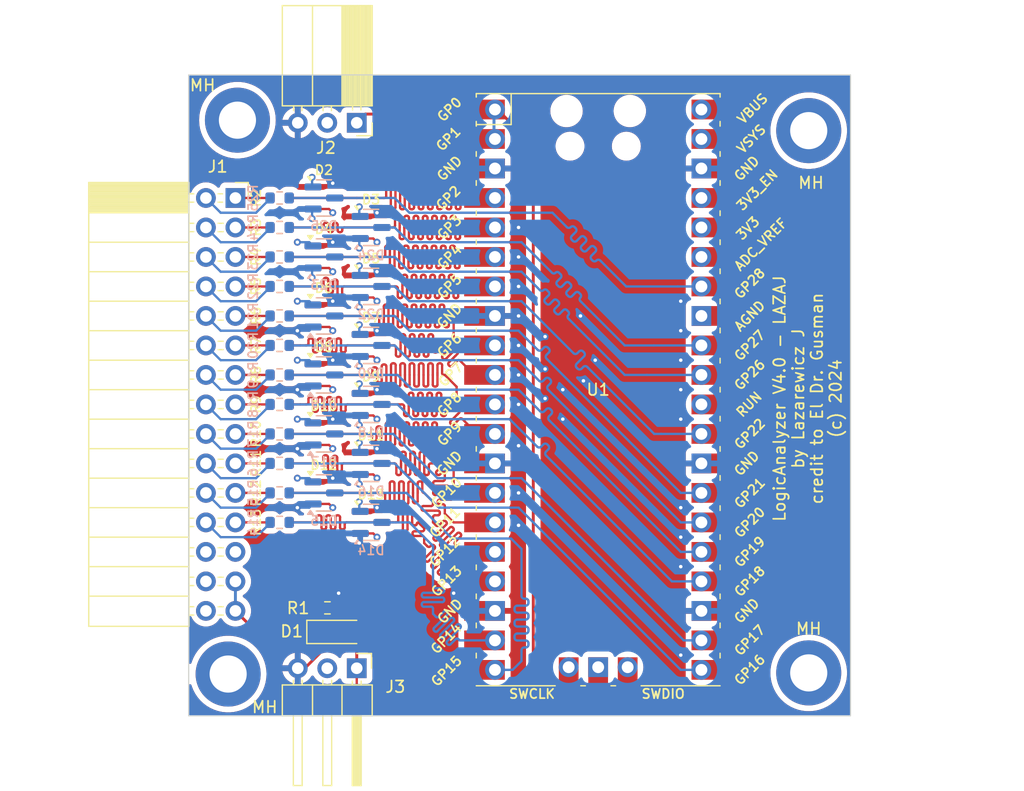
<source format=kicad_pcb>
(kicad_pcb (version 20240108) (generator "pcbnew") (generator_version "8.0")
  (layers (0 "F.Cu" signal) (1 "In1.Cu" signal) (2 "In2.Cu" signal) (31 "B.Cu" signal) (34 "B.Paste" user) (35 "F.Paste" user) (36 "B.SilkS" user "B.Silkscreen") (37 "F.SilkS" user "F.Silkscreen") (38 "B.Mask" user) (39 "F.Mask" user) (44 "Edge.Cuts" user))
  (net 0 "")
  (net 1 "/CHAN_0")
  (net 2 "/CHAN_12")
  (net 3 "/CHAN_1")
  (net 4 "/CHAN_13")
  (net 5 "/CHAN_2")
  (net 6 "/CHAN_14")
  (net 7 "/CHAN_3")
  (net 8 "/CHAN_15")
  (net 9 "/CHAN_4")
  (net 10 "/CHAN_16")
  (net 11 "/CHAN_5")
  (net 12 "/CHAN_17")
  (net 13 "/CHAN_6")
  (net 14 "/CHAN_18")
  (net 15 "/CHAN_7")
  (net 16 "/CHAN_19")
  (net 17 "/CHAN_8")
  (net 18 "/CHAN_20")
  (net 19 "/CHAN_9")
  (net 20 "/CHAN_21")
  (net 21 "/CHAN_10")
  (net 22 "/CHAN_22")
  (net 23 "/CHAN_11")
  (net 24 "/CHAN_23")
  (net 25 "/GND")
  (net 26 "/3V3")
  (net 27 "/5V")
  (net 28 "Net-(J1-Pin_20)")
  (net 29 "Net-(J1-Pin_14)")
  (net 30 "Net-(J1-Pin_15)")
  (net 31 "Net-(J1-Pin_11)")
  (net 32 "Net-(J1-Pin_5)")
  (net 33 "Net-(J1-Pin_22)")
  (net 34 "Net-(J1-Pin_6)")
  (net 35 "/EXT_T")
  (net 36 "Net-(J1-Pin_18)")
  (net 37 "Net-(J1-Pin_16)")
  (net 38 "/EXT_CHAIN")
  (net 39 "Net-(J1-Pin_3)")
  (net 40 "Net-(J1-Pin_10)")
  (net 41 "Net-(J1-Pin_2)")
  (net 42 "Net-(J1-Pin_8)")
  (net 43 "Net-(J1-Pin_7)")
  (net 44 "Net-(J1-Pin_17)")
  (net 45 "Net-(J1-Pin_1)")
  (net 46 "Net-(J1-Pin_23)")
  (net 47 "Net-(J1-Pin_12)")
  (net 48 "Net-(J1-Pin_4)")
  (net 49 "Net-(J1-Pin_9)")
  (net 50 "Net-(J1-Pin_13)")
  (net 51 "Net-(J1-Pin_19)")
  (net 52 "unconnected-(J1-Pin_25-Pad25)")
  (net 53 "Net-(J1-Pin_21)")
  (net 54 "Net-(J1-Pin_24)")
  (footprint "Diode_SMD:D_MiniMELF" (layer "F.Cu") (at 87.44 113.575)
    (property "Reference" "D1")
    (property "Value" "LL4148")
  )
  (footprint "Connector_PinSocket_2.54mm:PinSocket_1x03_P2.54mm_Horizontal" (layer "F.Cu") (at 89.19 69.725 -90)
    (property "Reference" "J2")
    (property "Value" "Conn_01x03")
  )
  (footprint "Package_TO_SOT_SMD:SOT-23" (layer "F.Cu") (at 90.424 78.74)
    (property "Reference" "D3")
    (property "Value" "BAV99")
  )
  (footprint "MCU_RaspberryPi_and_Boards:RPi_Pico_SMD_TH" (layer "F.Cu") (at 109.982 92.71)
    (property "Reference" "U1")
    (property "Value" "Pico")
  )
  (footprint "Package_TO_SOT_SMD:SOT-23" (layer "F.Cu") (at 86.36 81.28)
    (property "Reference" "D4")
    (property "Value" "BAV99")
  )
  (footprint "Resistor_SMD:R_0603_1608Metric" (layer "F.Cu") (at 82.55 88.9 180)
    (property "Reference" "R7")
    (property "Value" "220R")
  )
  (footprint "Package_TO_SOT_SMD:SOT-23" (layer "F.Cu") (at 90.424 83.82)
    (property "Reference" "D5")
    (property "Value" "BAV99")
  )
  (footprint "Resistor_SMD:R_0603_1608Metric" (layer "F.Cu") (at 82.55 76.2 180)
    (property "Reference" "R2")
    (property "Value" "220R")
  )
  (footprint "Package_TO_SOT_SMD:SOT-23" (layer "F.Cu") (at 90.424 104.14)
    (property "Reference" "D13")
    (property "Value" "BAV99")
  )
  (footprint "Resistor_SMD:R_0603_1608Metric" (layer "F.Cu") (at 82.55 86.36 180)
    (property "Reference" "R6")
    (property "Value" "220R")
  )
  (footprint "MountingHole:MountingHole_3.2mm_M3_DIN965_Pad_TopBottom" (layer "F.Cu") (at 128.115 117.1)
    (property "Reference" "MH")
    (property "Value" "MountingHole_3.2mm_M3_DIN965_Pad_TopBottom")
  )
  (footprint "Resistor_SMD:R_0603_1608Metric" (layer "F.Cu") (at 82.55 104.14 180)
    (property "Reference" "R13")
    (property "Value" "220R")
  )
  (footprint "MountingHole:MountingHole_3.2mm_M3_DIN965_Pad_TopBottom" (layer "F.Cu") (at 78.915 69.5)
    (property "Reference" "MH")
    (property "Value" "MountingHole_3.2mm_M3_DIN965_Pad_TopBottom")
  )
  (footprint "Package_TO_SOT_SMD:SOT-23" (layer "F.Cu") (at 90.424 88.9)
    (property "Reference" "D7")
    (property "Value" "BAV99")
  )
  (footprint "MountingHole:MountingHole_3.2mm_M3_DIN965_Pad_TopBottom" (layer "F.Cu") (at 128.115 70.4)
    (property "Reference" "MH")
    (property "Value" "MountingHole_3.2mm_M3_DIN965_Pad_TopBottom")
  )
  (footprint "Resistor_SMD:R_0603_1608Metric" (layer "F.Cu") (at 82.55 78.74 180)
    (property "Reference" "R3")
    (property "Value" "220R")
  )
  (footprint "Package_TO_SOT_SMD:SOT-23" (layer "F.Cu") (at 86.36 101.6)
    (property "Reference" "D12")
    (property "Value" "BAV99")
  )
  (footprint "Resistor_SMD:R_0603_1608Metric" (layer "F.Cu") (at 82.55 83.82 180)
    (property "Reference" "R5")
    (property "Value" "220R")
  )
  (footprint "Resistor_SMD:R_0603_1608Metric" (layer "F.Cu") (at 82.55 81.28 180)
    (property "Reference" "R4")
    (property "Value" "220R")
  )
  (footprint "Package_TO_SOT_SMD:SOT-23" (layer "F.Cu") (at 86.36 91.44)
    (property "Reference" "D8")
    (property "Value" "BAV99")
  )
  (footprint "Connector_PinHeader_2.54mm:PinHeader_1x03_P2.54mm_Horizontal" (layer "F.Cu") (at 89.19 116.7 -90)
    (property "Reference" "J3")
    (property "Value" "Conn_01x03")
  )
  (footprint "Package_TO_SOT_SMD:SOT-23" (layer "F.Cu") (at 90.424 99.06)
    (property "Reference" "D11")
    (property "Value" "BAV99")
  )
  (footprint "Resistor_SMD:R_0603_1608Metric" (layer "F.Cu") (at 82.55 101.6 180)
    (property "Reference" "R12")
    (property "Value" "220R")
  )
  (footprint "MountingHole:MountingHole_3.2mm_M3_DIN965_Pad_TopBottom" (layer "F.Cu") (at 78.115 117.2)
    (property "Reference" "MH")
    (property "Value" "MountingHole_3.2mm_M3_DIN965_Pad_TopBottom")
  )
  (footprint "Resistor_SMD:R_0603_1608Metric" (layer "F.Cu") (at 86.665 111.5)
    (property "Reference" "R1")
    (property "Value" "100k")
  )
  (footprint "Package_TO_SOT_SMD:SOT-23" (layer "F.Cu") (at 86.36 86.36)
    (property "Reference" "D6")
    (property "Value" "BAV99")
  )
  (footprint "Package_TO_SOT_SMD:SOT-23" (layer "F.Cu") (at 86.36 96.52)
    (property "Reference" "D10")
    (property "Value" "BAV99")
  )
  (footprint "Package_TO_SOT_SMD:SOT-23" (layer "F.Cu") (at 86.36 76.2)
    (property "Reference" "D2")
    (property "Value" "BAV99")
  )
  (footprint "Resistor_SMD:R_0603_1608Metric" (layer "F.Cu") (at 82.55 96.52 180)
    (property "Reference" "R10")
    (property "Value" "220R")
  )
  (footprint "Resistor_SMD:R_0603_1608Metric" (layer "F.Cu") (at 82.55 99.06 180)
    (property "Reference" "R11")
    (property "Value" "220R")
  )
  (footprint "Resistor_SMD:R_0603_1608Metric" (layer "F.Cu") (at 82.55 91.44 180)
    (property "Reference" "R8")
    (property "Value" "220R")
  )
  (footprint "Connector_PinSocket_2.54mm:PinSocket_2x15_P2.54mm_Horizontal" (layer "F.Cu") (at 78.74 76.2)
    (property "Reference" "J1")
    (property "Value" "Conn_02x15_Odd_Even")
  )
  (footprint "Resistor_SMD:R_0603_1608Metric" (layer "F.Cu") (at 82.55 93.98 180)
    (property "Reference" "R9")
    (property "Value" "220R")
  )
  (footprint "Package_TO_SOT_SMD:SOT-23" (layer "F.Cu") (at 90.424 93.98)
    (property "Reference" "D9")
    (property "Value" "BAV99")
  )
  (footprint "Package_TO_SOT_SMD:SOT-23" (layer "B.Cu") (at 90.424 88.9)
    (property "Reference" "D20")
    (property "Value" "BAV99")
  )
  (footprint "Package_TO_SOT_SMD:SOT-23" (layer "B.Cu") (at 90.424 104.14)
    (property "Reference" "D14")
    (property "Value" "BAV99")
  )
  (footprint "Package_TO_SOT_SMD:SOT-23" (layer "B.Cu") (at 86.36 81.28)
    (property "Reference" "D23")
    (property "Value" "BAV99")
  )
  (footprint "Package_TO_SOT_SMD:SOT-23" (layer "B.Cu") (at 86.36 91.44)
    (property "Reference" "D19")
    (property "Value" "BAV99")
  )
  (footprint "Resistor_SMD:R_0603_1608Metric" (layer "B.Cu") (at 82.55 86.36 180)
    (property "Reference" "R21")
    (property "Value" "220R")
  )
  (footprint "Package_TO_SOT_SMD:SOT-23" (layer "B.Cu") (at 90.424 83.82)
    (property "Reference" "D22")
    (property "Value" "BAV99")
  )
  (footprint "Resistor_SMD:R_0603_1608Metric" (layer "B.Cu") (at 82.55 99.06 180)
    (property "Reference" "R16")
    (property "Value" "220R")
  )
  (footprint "Resistor_SMD:R_0603_1608Metric" (layer "B.Cu") (at 82.55 91.44 180)
    (property "Reference" "R19")
    (property "Value" "220R")
  )
  (footprint "Resistor_SMD:R_0603_1608Metric" (layer "B.Cu") (at 82.55 96.52 180)
    (property "Reference" "R17")
    (property "Value" "220R")
  )
  (footprint "Resistor_SMD:R_0603_1608Metric" (layer "B.Cu") (at 82.55 81.28 180)
    (property "Reference" "R23")
    (property "Value" "220R")
  )
  (footprint "Package_TO_SOT_SMD:SOT-23" (layer "B.Cu") (at 86.36 76.2)
    (property "Reference" "D25")
    (property "Value" "BAV99")
  )
  (footprint "Resistor_SMD:R_0603_1608Metric" (layer "B.Cu") (at 82.55 104.14 180)
    (property "Reference" "R14")
    (property "Value" "220R")
  )
  (footprint "Resistor_SMD:R_0603_1608Metric" (layer "B.Cu") (at 82.55 88.9 180)
    (property "Reference" "R20")
    (property "Value" "220R")
  )
  (footprint "Package_TO_SOT_SMD:SOT-23" (layer "B.Cu") (at 86.36 101.6)
    (property "Reference" "D15")
    (property "Value" "BAV99")
  )
  (footprint "Package_TO_SOT_SMD:SOT-23" (layer "B.Cu") (at 90.424 93.98)
    (property "Reference" "D18")
    (property "Value" "BAV99")
  )
  (footprint "Resistor_SMD:R_0603_1608Metric" (layer "B.Cu") (at 82.55 83.82 180)
    (property "Reference" "R22")
    (property "Value" "220R")
  )
  (footprint "Resistor_SMD:R_0603_1608Metric" (layer "B.Cu") (at 82.55 101.6 180)
    (property "Reference" "R15")
    (property "Value" "220R")
  )
  (footprint "Resistor_SMD:R_0603_1608Metric" (layer "B.Cu") (at 82.55 78.74 180)
    (property "Reference" "R24")
    (property "Value" "220R")
  )
  (footprint "Package_TO_SOT_SMD:SOT-23" (layer "B.Cu") (at 90.424 78.74)
    (property "Reference" "D24")
    (property "Value" "BAV99")
  )
  (footprint "Package_TO_SOT_SMD:SOT-23" (layer "B.Cu") (at 86.36 96.52)
    (property "Reference" "D17")
    (property "Value" "BAV99")
  )
  (footprint "Package_TO_SOT_SMD:SOT-23" (layer "B.Cu") (at 90.424 99.06)
    (property "Reference" "D16")
    (property "Value" "BAV99")
  )
  (footprint "Resistor_SMD:R_0603_1608Metric" (layer "B.Cu") (at 82.55 76.2 180)
    (property "Reference" "R25")
    (property "Value" "220R")
  )
  (footprint "Package_TO_SOT_SMD:SOT-23" (layer "B.Cu") (at 86.36 86.36)
    (property "Reference" "D21")
    (property "Value" "BAV99")
  )
  (footprint "Resistor_SMD:R_0603_1608Metric" (layer "B.Cu") (at 82.55 93.98 180)
    (property "Reference" "R18")
    (property "Value" "220R")
  )
  (gr_rect (start 74.715 65.6) (end 131.715 120.8) (stroke (width 0.1)) (fill none) (layer "Edge.Cuts"))
  (gr_text "LogicAnalyzer V4.0 - LAZAJ\nby Lazarewicz J\ncredit to El Dr. Gusman\n(c) 2024" (at 128.016 93.472 90) (layer "F.SilkS") (effects (font (size 1 1))))
  (segment (start 97.323849 75.387925) (end 97.323849 76.2) (width 0.2) (layer "F.Cu") (net 1))
  (segment (start 91.563849 76.2) (end 91.483849 76.2) (width 0.2) (layer "F.Cu") (net 1))
  (segment (start 95.563849 77.172075) (end 95.483849 77.172075) (width 0.2) (layer "F.Cu") (net 1))
  (segment (start 92.123849 77.012075) (end 92.123849 76.2) (width 0.2) (layer "F.Cu") (net 1))
  (segment (start 97.723849 76.2) (end 97.723849 75.387925) (width 0.2) (layer "F.Cu") (net 1))
  (segment (start 95.723849 76.2) (end 95.723849 77.012075) (width 0.2) (layer "F.Cu") (net 1))
  (segment (start 91.963849 75.227925) (end 91.883849 75.227925) (width 0.2) (layer "F.Cu") (net 1))
  (segment (start 92.763849 75.227925) (end 92.683849 75.227925) (width 0.2) (layer "F.Cu") (net 1))
  (segment (start 91.723849 75.387925) (end 91.723849 76.04) (width 0.2) (layer "F.Cu") (net 1))
  (segment (start 96.523849 76.2) (end 96.523849 77.012075) (width 0.2) (layer "F.Cu") (net 1))
  (segment (start 89.19856 76.2) (end 83.375 76.2) (width 0.2) (layer "F.Cu") (net 1))
  (segment (start 92.923849 77.012075) (end 92.923849 76.2) (width 0.2) (layer "F.Cu") (net 1))
  (segment (start 91.483849 76.2) (end 89.19856 76.2) (width 0.2) (layer "F.Cu") (net 1))
  (segment (start 92.363849 77.172075) (end 92.283849 77.172075) (width 0.2) (layer "F.Cu") (net 1))
  (segment (start 93.723849 77.012075) (end 93.723849 76.2) (width 0.2) (layer "F.Cu") (net 1))
  (segment (start 93.163849 77.172075) (end 93.083849 77.172075) (width 0.2) (layer "F.Cu") (net 1))
  (segment (start 93.323849 75.387925) (end 93.323849 76.2) (width 0.2) (layer "F.Cu") (net 1))
  (segment (start 97.163849 77.172075) (end 97.083849 77.172075) (width 0.2) (layer "F.Cu") (net 1))
  (segment (start 92.523849 75.387925) (end 92.523849 76.2) (width 0.2) (layer "F.Cu") (net 1))
  (segment (start 96.123849 76.2) (end 96.123849 75.387925) (width 0.2) (layer "F.Cu") (net 1))
  (segment (start 95.723849 75.387925) (end 95.723849 76.2) (width 0.2) (layer "F.Cu") (net 1))
  (segment (start 101.092 76.2) (end 98.283849 76.2) (width 0.2) (layer "F.Cu") (net 1))
  (segment (start 96.523849 75.387925) (end 96.523849 76.2) (width 0.2) (layer "F.Cu") (net 1))
  (segment (start 92.923849 76.2) (end 92.923849 75.387925) (width 0.2) (layer "F.Cu") (net 1))
  (segment (start 95.963849 75.227925) (end 95.883849 75.227925) (width 0.2) (layer "F.Cu") (net 1))
  (segment (start 94.523849 77.012075) (end 94.523849 76.2) (width 0.2) (layer "F.Cu") (net 1))
  (segment (start 94.363849 75.227925) (end 94.283849 75.227925) (width 0.2) (layer "F.Cu") (net 1))
  (segment (start 94.763849 77.172075) (end 94.683849 77.172075) (width 0.2) (layer "F.Cu") (net 1))
  (segment (start 92.123849 76.04) (end 92.123849 75.387925) (width 0.2) (layer "F.Cu") (net 1))
  (segment (start 94.923849 76.2) (end 94.923849 77.012075) (width 0.2) (layer "F.Cu") (net 1))
  (segment (start 93.323849 76.2) (end 93.323849 77.012075) (width 0.2) (layer "F.Cu") (net 1))
  (segment (start 95.163849 75.227925) (end 95.083849 75.227925) (width 0.2) (layer "F.Cu") (net 1))
  (segment (start 94.523849 76.2) (end 94.523849 75.387925) (width 0.2) (layer "F.Cu") (net 1))
  (segment (start 93.963849 77.172075) (end 93.883849 77.172075) (width 0.2) (layer "F.Cu") (net 1))
  (segment (start 97.723849 77.012075) (end 97.723849 76.36) (width 0.2) (layer "F.Cu") (net 1))
  (segment (start 97.323849 76.2) (end 97.323849 77.012075) (width 0.2) (layer "F.Cu") (net 1))
  (segment (start 95.323849 77.012075) (end 95.323849 76.2) (width 0.2) (layer "F.Cu") (net 1))
  (segment (start 94.123849 76.2) (end 94.123849 77.012075) (width 0.2) (layer "F.Cu") (net 1))
  (segment (start 93.723849 76.2) (end 93.723849 75.387925) (width 0.2) (layer "F.Cu") (net 1))
  (segment (start 96.923849 77.012075) (end 96.923849 76.2) (width 0.2) (layer "F.Cu") (net 1))
  (segment (start 94.123849 75.387925) (end 94.123849 76.2) (width 0.2) (layer "F.Cu") (net 1))
  (segment (start 94.923849 75.387925) (end 94.923849 76.2) (width 0.2) (layer "F.Cu") (net 1))
  (segment (start 92.123849 76.2) (end 92.123849 76.04) (width 0.2) (layer "F.Cu") (net 1))
  (segment (start 92.523849 76.2) (end 92.523849 77.012075) (width 0.2) (layer "F.Cu") (net 1))
  (segment (start 96.763849 75.227925) (end 96.683849 75.227925) (width 0.2) (layer "F.Cu") (net 1))
  (segment (start 95.323849 76.2) (end 95.323849 75.387925) (width 0.2) (layer "F.Cu") (net 1))
  (segment (start 97.963849 77.172075) (end 97.883849 77.172075) (width 0.2) (layer "F.Cu") (net 1))
  (segment (start 96.363849 77.172075) (end 96.283849 77.172075) (width 0.2) (layer "F.Cu") (net 1))
  (segment (start 93.563849 75.227925) (end 93.483849 75.227925) (width 0.2) (layer "F.Cu") (net 1))
  (segment (start 97.723849 76.36) (end 97.723849 76.2) (width 0.2) (layer "F.Cu") (net 1))
  (segment (start 97.563849 75.227925) (end 97.483849 75.227925) (width 0.2) (layer "F.Cu") (net 1))
  (segment (start 96.923849 76.2) (end 96.923849 75.387925) (width 0.2) (layer "F.Cu") (net 1))
  (segment (start 96.123849 77.012075) (end 96.123849 76.2) (width 0.2) (layer "F.Cu") (net 1))
  (segment (start 98.123849 76.36) (end 98.123849 77.012075) (width 0.2) (layer "F.Cu") (net 1))
  (arc (start 94.123849 77.012075) (mid 94.076986 77.125212) (end 93.963849 77.172075) (width 0.2) (layer "F.Cu") (net 1))
  (arc (start 97.323849 77.012075) (mid 97.276986 77.125212) (end 97.163849 77.172075) (width 0.2) (layer "F.Cu") (net 1))
  (arc (start 93.083849 77.172075) (mid 92.970712 77.125212) (end 92.923849 77.012075) (width 0.2) (layer "F.Cu") (net 1))
  (arc (start 93.723849 75.387925) (mid 93.676986 75.274788) (end 93.563849 75.227925) (width 0.2) (layer "F.Cu") (net 1))
  (arc (start 95.483849 77.172075) (mid 95.370712 77.125212) (end 95.323849 77.012075) (width 0.2) (layer "F.Cu") (net 1))
  (arc (start 96.523849 77.012075) (mid 96.476986 77.125212) (end 96.363849 77.172075) (width 0.2) (layer "F.Cu") (net 1))
  (arc (start 92.523849 77.012075) (mid 92.476986 77.125212) (end 92.363849 77.172075) (width 0.2) (layer "F.Cu") (net 1))
  (arc (start 91.723849 76.04) (mid 91.676986 76.153137) (end 91.563849 76.2) (width 0.2) (layer "F.Cu") (net 1))
  (arc (start 95.883849 75.227925) (mid 95.770712 75.274788) (end 95.723849 75.387925) (width 0.2) (layer "F.Cu") (net 1))
  (arc (start 94.923849 77.012075) (mid 94.876986 77.125212) (end 94.763849 77.172075) (width 0.2) (layer "F.Cu") (net 1))
  (arc (start 94.523849 75.387925) (mid 94.476986 75.274788) (end 94.363849 75.227925) (width 0.2) (layer "F.Cu") (net 1))
  (arc (start 98.283849 76.2) (mid 98.170712 76.246863) (end 98.123849 76.36) (width 0.2) (layer "F.Cu") (net 1))
  (arc (start 96.283849 77.172075) (mid 96.170712 77.125212) (end 96.123849 77.012075) (width 0.2) (layer "F.Cu") (net 1))
  (arc (start 92.683849 75.227925) (mid 92.570712 75.274788) (end 92.523849 75.387925) (width 0.2) (layer "F.Cu") (net 1))
  (arc (start 93.323849 77.012075) (mid 93.276986 77.125212) (end 93.163849 77.172075) (width 0.2) (layer "F.Cu") (net 1))
  (arc (start 92.283849 77.172075) (mid 92.170712 77.125212) (end 92.123849 77.012075) (width 0.2) (layer "F.Cu") (net 1))
  (arc (start 95.083849 75.227925) (mid 94.970712 75.274788) (end 94.923849 75.387925) (width 0.2) (layer "F.Cu") (net 1))
  (arc (start 96.923849 75.387925) (mid 96.876986 75.274788) (end 96.763849 75.227925) (width 0.2) (layer "F.Cu") (net 1))
  (arc (start 93.483849 75.227925) (mid 93.370712 75.274788) (end 93.323849 75.387925) (width 0.2) (layer "F.Cu") (net 1))
  (arc (start 97.723849 75.387925) (mid 97.676986 75.274788) (end 97.563849 75.227925) (width 0.2) (layer "F.Cu") (net 1))
  (arc (start 96.683849 75.227925) (mid 96.570712 75.274788) (end 96.523849 75.387925) (width 0.2) (layer "F.Cu") (net 1))
  (arc (start 93.883849 77.172075) (mid 93.770712 77.125212) (end 93.723849 77.012075) (width 0.2) (layer "F.Cu") (net 1))
  (arc (start 92.923849 75.387925) (mid 92.876986 75.274788) (end 92.763849 75.227925) (width 0.2) (layer "F.Cu") (net 1))
  (arc (start 97.083849 77.172075) (mid 96.970712 77.125212) (end 96.923849 77.012075) (width 0.2) (layer "F.Cu") (net 1))
  (arc (start 97.883849 77.172075) (mid 97.770712 77.125212) (end 97.723849 77.012075) (width 0.2) (layer "F.Cu") (net 1))
  (arc (start 95.723849 77.012075) (mid 95.676986 77.125212) (end 95.563849 77.172075) (width 0.2) (layer "F.Cu") (net 1))
  (arc (start 98.123849 77.012075) (mid 98.076986 77.125212) (end 97.963849 77.172075) (width 0.2) (layer "F.Cu") (net 1))
  (arc (start 95.323849 75.387925) (mid 95.276986 75.274788) (end 95.163849 75.227925) (width 0.2) (layer "F.Cu") (net 1))
  (arc (start 94.283849 75.227925) (mid 94.170712 75.274788) (end 94.123849 75.387925) (width 0.2) (layer "F.Cu") (net 1))
  (arc (start 97.483849 75.227925) (mid 97.370712 75.274788) (end 97.323849 75.387925) (width 0.2) (layer "F.Cu") (net 1))
  (arc (start 92.123849 75.387925) (mid 92.076986 75.274788) (end 91.963849 75.227925) (width 0.2) (layer "F.Cu") (net 1))
  (arc (start 94.683849 77.172075) (mid 94.570712 77.125212) (end 94.523849 77.012075) (width 0.2) (layer "F.Cu") (net 1))
  (arc (start 96.123849 75.387925) (mid 96.076986 75.274788) (end 95.963849 75.227925) (width 0.2) (layer "F.Cu") (net 1))
  (arc (start 91.883849 75.227925) (mid 91.770712 75.274788) (end 91.723849 75.387925) (width 0.2) (layer "F.Cu") (net 1))
  (segment (start 97.541021 113.797022) (end 97.541024 113.797024) (width 0.2) (layer "B.Cu") (net 2))
  (segment (start 97.541062 112.439335) (end 97.484492 112.382765) (width 0.2) (layer "B.Cu") (net 2))
  (segment (start 96.692531 111.817078) (end 96.239941 112.269667) (width 0.2) (layer "B.Cu") (net 2))
  (segment (start 96.975336 113.231336) (end 97.541062 112.665609) (width 0.2) (layer "B.Cu") (net 2))
  (segment (start 94.957967 111.004) (end 95.598 111.004) (width 0.2) (layer "B.Cu") (net 2))
  (segment (start 96.975374 111.873647) (end 96.918805 111.817078) (width 0.2) (layer "B.Cu") (net 2))
  (segment (start 98.10675 113.005023) (end 98.05018 112.948453) (width 0.2) (layer "B.Cu") (net 2))
  (segment (start 95.758 110.204) (end 95.918 110.204) (width 0.2) (layer "B.Cu") (net 2))
  (segment (start 96.522785 112.55251) (end 96.975374 112.099921) (width 0.2) (layer "B.Cu") (net 2))
  (segment (start 96.409648 112.665648) (end 96.522785 112.55251) (width 0.2) (layer "B.Cu") (net 2))
  (segment (start 95.758 109.644) (end 95.758 109.564) (width 0.2) (layer "B.Cu") (net 2))
  (segment (start 97.427884 113.910159) (end 97.541021 113.797022) (width 0.2) (layer "B.Cu") (net 2))
  (segment (start 96.975335 113.231335) (end 96.975336 113.231336) (width 0.2) (layer "B.Cu") (net 2))
  (segment (start 95.598 111.404) (end 94.957967 111.404) (width 0.2) (layer "B.Cu") (net 2))
  (segment (start 97.541024 113.797024) (end 98.10675 113.231297) (width 0.2) (layer "B.Cu") (net 2))
  (segment (start 95.758 109.564) (end 95.758 106.172) (width 0.2) (layer "B.Cu") (net 2))
  (segment (start 95.843955 113.231338) (end 96.409647 112.665647) (width 0.2) (layer "B.Cu") (net 2))
  (segment (start 97.258179 113.514179) (end 97.25818 113.51418) (width 0.2) (layer "B.Cu") (net 2))
  (segment (start 96.558033 110.604) (end 95.758 110.604) (width 0.2) (layer "B.Cu") (net 2))
  (segment (start 94.797967 110.444) (end 94.797967 110.364) (width 0.2) (layer "B.Cu") (net 2))
  (segment (start 96.409613 113.797056) (end 96.975335 113.231335) (width 0.2) (layer "B.Cu") (net 2))
  (segment (start 97.031877 114.645587) (end 96.975305 114.589015) (width 0.2) (layer "B.Cu") (net 2))
  (segment (start 93.726 104.14) (end 83.375 104.14) (width 0.2) (layer "B.Cu") (net 2))
  (segment (start 98.044 114.3) (end 97.937007 114.193007) (width 0.2) (layer "B.Cu") (net 2))
  (segment (start 96.409647 112.665647) (end 96.409648 112.665648) (width 0.2) (layer "B.Cu") (net 2))
  (segment (start 97.710731 114.193006) (end 97.258151 114.645587) (width 0.2) (layer "B.Cu") (net 2))
  (segment (start 94.849955 105.263955) (end 93.726 104.14) (width 0.2) (layer "B.Cu") (net 2))
  (segment (start 94.957967 110.204) (end 95.758 110.204) (width 0.2) (layer "B.Cu") (net 2))
  (segment (start 95.758 106.172) (end 94.849955 105.263955) (width 0.2) (layer "B.Cu") (net 2))
  (segment (start 95.957099 112.213099) (end 95.758 112.014) (width 0.2) (layer "B.Cu") (net 2))
  (segment (start 96.466183 114.0799) (end 96.409613 114.02333) (width 0.2) (layer "B.Cu") (net 2))
  (segment (start 97.258218 112.382765) (end 96.692491 112.948491) (width 0.2) (layer "B.Cu") (net 2))
  (segment (start 96.718033 110.844) (end 96.718033 110.764) (width 0.2) (layer "B.Cu") (net 2))
  (segment (start 94.797967 111.244) (end 94.797967 111.164) (width 0.2) (layer "B.Cu") (net 2))
  (segment (start 95.598 111.004) (end 95.758 111.004) (width 0.2) (layer "B.Cu") (net 2))
  (segment (start 96.692492 112.948492) (end 96.126799 113.514182) (width 0.2) (layer "B.Cu") (net 2))
  (segment (start 95.758 112.014) (end 95.758 111.564) (width 0.2) (layer "B.Cu") (net 2))
  (segment (start 96.975305 114.362741) (end 97.427884 113.910159) (width 0.2) (layer "B.Cu") (net 2))
  (segment (start 97.25818 113.51418) (end 96.692457 114.0799) (width 0.2) (layer "B.Cu") (net 2))
  (segment (start 95.758 110.604) (end 94.957967 110.604) (width 0.2) (layer "B.Cu") (net 2))
  (segment (start 95.758 111.004) (end 96.558033 111.004) (width 0.2) (layer "B.Cu") (net 2))
  (segment (start 97.823906 112.948453) (end 97.258179 113.514179) (width 0.2) (layer "B.Cu") (net 2))
  (segment (start 96.558033 109.804) (end 95.918 109.804) (width 0.2) (layer "B.Cu") (net 2))
  (segment (start 96.013667 112.269667) (end 95.957099 112.213099) (width 0.2) (layer "B.Cu") (net 2))
  (segment (start 95.900525 113.514182) (end 95.843955 113.457612) (width 0.2) (layer "B.Cu") (net 2))
  (segment (start 95.918 110.204) (end 96.558033 110.204) (width 0.2) (layer "B.Cu") (net 2))
  (segment (start 96.718033 110.044) (end 96.718033 109.964) (width 0.2) (layer "B.Cu") (net 2))
  (segment (start 96.692491 112.948491) (end 96.692492 112.948492) (width 0.2) (layer "B.Cu") (net 2))
  (segment (start 101.092 114.3) (end 98.044 114.3) (width 0.2) (layer "B.Cu") (net 2))
  (arc (start 98.05018 112.948453) (mid 97.937043 112.90159) (end 97.823906 112.948453) (width 0.2) (layer "B.Cu") (net 2))
  (arc (start 94.957967 110.604) (mid 94.84483 110.557137) (end 94.797967 110.444) (width 0.2) (layer "B.Cu") (net 2))
  (arc (start 96.975305 114.589015) (mid 96.928442 114.475878) (end 96.975305 114.362741) (width 0.2) (layer "B.Cu") (net 2))
  (arc (start 96.558033 110.204) (mid 96.67117 110.157137) (end 96.718033 110.044) (width 0.2) (layer "B.Cu") (net 2))
  (arc (start 95.758 111.564) (mid 95.711137 111.450863) (end 95.598 111.404) (width 0.2) (layer "B.Cu") (net 2))
  (arc (start 95.918 109.804) (mid 95.804863 109.757137) (end 95.758 109.644) (width 0.2) (layer "B.Cu") (net 2))
  (arc (start 96.718033 109.964) (mid 96.67117 109.850863) (end 96.558033 109.804) (width 0.2) (layer "B.Cu") (net 2))
  (arc (start 94.797967 111.164) (mid 94.84483 111.050863) (end 94.957967 111.004) (width 0.2) (layer "B.Cu") (net 2))
  (arc (start 96.975374 112.099921) (mid 97.022237 111.986784) (end 96.975374 111.873647) (width 0.2) (layer "B.Cu") (net 2))
  (arc (start 95.843955 113.457612) (mid 95.797092 113.344475) (end 95.843955 113.231338) (width 0.2) (layer "B.Cu") (net 2))
  (arc (start 97.937007 114.193007) (mid 97.823869 114.146142) (end 97.710731 114.193006) (width 0.2) (layer "B.Cu") (net 2))
  (arc (start 96.558033 111.004) (mid 96.67117 110.957137) (end 96.718033 110.844) (width 0.2) (layer "B.Cu") (net 2))
  (arc (start 98.10675 113.231297) (mid 98.153613 113.11816) (end 98.10675 113.005023) (width 0.2) (layer "B.Cu") (net 2))
  (arc (start 96.239941 112.269667) (mid 96.126804 112.31653) (end 96.013667 112.269667) (width 0.2) (layer "B.Cu") (net 2))
  (arc (start 96.918805 111.817078) (mid 96.805668 111.770215) (end 96.692531 111.817078) (width 0.2) (layer "B.Cu") (net 2))
  (arc (start 94.797967 110.364) (mid 94.84483 110.250863) (end 94.957967 110.204) (width 0.2) (layer "B.Cu") (net 2))
  (arc (start 97.484492 112.382765) (mid 97.371355 112.335902) (end 97.258218 112.382765) (width 0.2) (layer "B.Cu") (net 2))
  (arc (start 96.692457 114.0799) (mid 96.57932 114.126763) (end 96.466183 114.0799) (width 0.2) (layer "B.Cu") (net 2))
  (arc (start 97.258151 114.645587) (mid 97.145014 114.69245) (end 97.031877 114.645587) (width 0.2) (layer "B.Cu") (net 2))
  (arc (start 97.541062 112.665609) (mid 97.587925 112.552472) (end 97.541062 112.439335) (width 0.2) (layer "B.Cu") (net 2))
  (arc (start 96.409613 114.02333) (mid 96.36275 113.910193) (end 96.409613 113.797056) (width 0.2) (layer "B.Cu") (net 2))
  (arc (start 96.126799 113.514182) (mid 96.013662 113.561045) (end 95.900525 113.514182) (width 0.2) (layer "B.Cu") (net 2))
  (arc (start 96.718033 110.764) (mid 96.67117 110.650863) (end 96.558033 110.604) (width 0.2) (layer "B.Cu") (net 2))
  (arc (start 94.957967 111.404) (mid 94.84483 111.357137) (end 94.797967 111.244) (width 0.2) (layer "B.Cu") (net 2))
  (segment (start 94.085273 78.74) (end 94.085273 79.58) (width 0.2) (layer "F.Cu") (net 3))
  (segment (start 97.285273 77.9) (end 97.285273 78.74) (width 0.2) (layer "F.Cu") (net 3))
  (segment (start 87.140645 78.74) (end 87.140645 78.98) (width 0.2) (layer "F.Cu") (net 3))
  (segment (start 96.885273 78.74) (end 96.885273 77.9) (width 0.2) (layer "F.Cu") (net 3))
  (segment (start 96.325273 79.74) (end 96.245273 79.74) (width 0.2) (layer "F.Cu") (net 3))
  (segment (start 92.485273 77.9) (end 92.485273 78.58) (width 0.2) (layer "F.Cu") (net 3))
  (segment (start 101.092 78.74) (end 98.245273 78.74) (width 0.2) (layer "F.Cu") (net 3))
  (segment (start 86.580645 78.34) (end 86.500645 78.34) (width 0.2) (layer "F.Cu") (net 3))
  (segment (start 94.725273 79.74) (end 94.645273 79.74) (width 0.2) (layer "F.Cu") (net 3))
  (segment (start 97.685273 79.58) (end 97.685273 78.9) (width 0.2) (layer "F.Cu") (net 3))
  (segment (start 87.540645 78.74) (end 87.540645 78.5) (width 0.2) (layer "F.Cu") (net 3))
  (segment (start 87.940645 78.9) (end 87.940645 78.98) (width 0.2) (layer "F.Cu") (net 3))
  (segment (start 86.100645 78.74) (end 85.69122 78.74) (width 0.2) (layer "F.Cu") (net 3))
  (segment (start 95.925273 77.74) (end 95.845273 77.74) (width 0.2) (layer "F.Cu") (net 3))
  (segment (start 86.180645 78.74) (end 86.100645 78.74) (width 0.2) (layer "F.Cu") (net 3))
  (segment (start 96.085273 79.58) (end 96.085273 78.74) (width 0.2) (layer "F.Cu") (net 3))
  (segment (start 92.885273 79.58) (end 92.885273 78.74) (width 0.2) (layer "F.Cu") (net 3))
  (segment (start 87.380645 78.34) (end 87.300645 78.34) (width 0.2) (layer "F.Cu") (net 3))
  (segment (start 96.725273 77.74) (end 96.645273 77.74) (width 0.2) (layer "F.Cu") (net 3))
  (segment (start 93.285273 78.74) (end 93.285273 79.58) (width 0.2) (layer "F.Cu") (net 3))
  (segment (start 86.740645 78.58) (end 86.740645 78.5) (width 0.2) (layer "F.Cu") (net 3))
  (segment (start 96.085273 78.74) (end 96.085273 77.9) (width 0.2) (layer "F.Cu") (net 3))
  (segment (start 97.525273 77.74) (end 97.445273 77.74) (width 0.2) (layer "F.Cu") (net 3))
  (segment (start 95.285273 78.74) (end 95.285273 77.9) (width 0.2) (layer "F.Cu") (net 3))
  (segment (start 87.140645 78.5) (end 87.140645 78.74) (width 0.2) (layer "F.Cu") (net 3))
  (segment (start 94.325273 77.74) (end 94.245273 77.74) (width 0.2) (layer "F.Cu") (net 3))
  (segment (start 97.285273 78.74) (end 97.285273 79.58) (width 0.2) (layer "F.Cu") (net 3))
  (segment (start 94.085273 77.9) (end 94.085273 78.74) (width 0.2) (layer "F.Cu") (net 3))
  (segment (start 96.885273 79.58) (end 96.885273 78.74) (width 0.2) (layer "F.Cu") (net 3))
  (segment (start 95.285273 79.58) (end 95.285273 78.74) (width 0.2) (layer "F.Cu") (net 3))
  (segment (start 92.885273 78.58) (end 92.885273 77.9) (width 0.2) (layer "F.Cu") (net 3))
  (segment (start 93.525273 77.74) (end 93.445273 77.74) (width 0.2) (layer "F.Cu") (net 3))
  (segment (start 93.925273 79.74) (end 93.845273 79.74) (width 0.2) (layer "F.Cu") (net 3))
  (segment (start 86.980645 79.14) (end 86.900645 79.14) (width 0.2) (layer "F.Cu") (net 3))
  (segment (start 91.3615 78.74) (end 88.100645 78.74) (width 0.2) (layer "F.Cu") (net 3))
  (segment (start 86.740645 78.98) (end 86.740645 78.74) (width 0.2) (layer "F.Cu") (net 3))
  (segment (start 92.725273 77.74) (end 92.645273 77.74) (width 0.2) (layer "F.Cu") (net 3))
  (segment (start 96.485273 78.74) (end 96.485273 79.58) (width 0.2) (layer "F.Cu") (net 3))
  (segment (start 98.085273 78.9) (end 98.085273 79.58) (width 0.2) (layer "F.Cu") (net 3))
  (segment (start 86.740645 78.74) (end 86.740645 78.58) (width 0.2) (layer "F.Cu") (net 3))
  (segment (start 93.685273 79.58) (end 93.685273 78.74) (width 0.2) (layer "F.Cu") (net 3))
  (segment (start 97.685273 78.74) (end 97.685273 77.9) (width 0.2) (layer "F.Cu") (net 3))
  (segment (start 86.340645 78.5) (end 86.340645 78.58) (width 0.2) (layer "F.Cu") (net 3))
  (segment (start 97.125273 79.74) (end 97.045273 79.74) (width 0.2) (layer "F.Cu") (net 3))
  (segment (start 92.245273 78.74) (end 91.99619 78.74) (width 0.2) (layer "F.Cu") (net 3))
  (segment (start 95.525273 79.74) (end 95.445273 79.74) (width 0.2) (layer "F.Cu") (net 3))
  (segment (start 91.99619 78.74) (end 91.3615 78.74) (width 0.2) (layer "F.Cu") (net 3))
  (segment (start 87.780645 79.14) (end 87.700645 79.14) (width 0.2) (layer "F.Cu") (net 3))
  (segment (start 93.285273 77.9) (end 93.285273 78.74) (width 0.2) (layer "F.Cu") (net 3))
  (segment (start 94.885273 78.74) (end 94.885273 79.58) (width 0.2) (layer "F.Cu") (net 3))
  (segment (start 93.125273 79.74) (end 93.045273 79.74) (width 0.2) (layer "F.Cu") (net 3))
  (segment (start 92.325273 78.74) (end 92.245273 78.74) (width 0.2) (layer "F.Cu") (net 3))
  (segment (start 87.540645 78.98) (end 87.540645 78.9) (width 0.2) (layer "F.Cu") (net 3))
  (segment (start 95.685273 77.9) (end 95.685273 78.74) (width 0.2) (layer "F.Cu") (net 3))
  (segment (start 94.485273 78.74) (end 94.485273 77.9) (width 0.2) (layer "F.Cu") (net 3))
  (segment (start 94.885273 77.9) (end 94.885273 78.74) (width 0.2) (layer "F.Cu") (net 3))
  (segment (start 87.540645 78.9) (end 87.540645 78.74) (width 0.2) (layer "F.Cu") (net 3))
  (segment (start 85.69122 78.74) (end 83.375 78.74) (width 0.2) (layer "F.Cu") (net 3))
  (segment (start 95.125273 77.74) (end 95.045273 77.74) (width 0.2) (layer "F.Cu") (net 3))
  (segment (start 96.485273 77.9) (end 96.485273 78.74) (width 0.2) (layer "F.Cu") (net 3))
  (segment (start 93.685273 78.74) (end 93.685273 77.9) (width 0.2) (layer "F.Cu") (net 3))
  (segment (start 95.685273 78.74) (end 95.685273 79.58) (width 0.2) (layer "F.Cu") (net 3))
  (segment (start 92.885273 78.74) (end 92.885273 78.58) (width 0.2) (layer "F.Cu") (net 3))
  (segment (start 94.485273 79.58) (end 94.485273 78.74) (width 0.2) (layer "F.Cu") (net 3))
  (segment (start 97.925273 79.74) (end 97.845273 79.74) (width 0.2) (layer "F.Cu") (net 3))
  (segment (start 97.685273 78.9) (end 97.685273 78.74) (width 0.2) (layer "F.Cu") (net 3))
  (arc (start 87.540645 78.5) (mid 87.493782 78.386863) (end 87.380645 78.34) (width 0.2) (layer "F.Cu") (net 3))
  (arc (start 87.140645 78.98) (mid 87.093782 79.093137) (end 86.980645 79.14) (width 0.2) (layer "F.Cu") (net 3))
  (arc (start 93.845273 79.74) (mid 93.732136 79.693137) (end 93.685273 79.58) (width 0.2) (layer "F.Cu") (net 3))
  (arc (start 86.740645 78.5) (mid 86.693782 78.386863) (end 86.580645 78.34) (width 0.2) (layer "F.Cu") (net 3))
  (arc (start 94.245273 77.74) (mid 94.132136 77.786863) (end 94.085273 77.9) (width 0.2) (layer "F.Cu") (net 3))
  (arc (start 94.085273 79.58) (mid 94.03841 79.693137) (end 93.925273 79.74) (width 0.2) (layer "F.Cu") (net 3))
  (arc (start 92.885273 77.9) (mid 92.83841 77.786863) (end 92.725273 77.74) (width 0.2) (layer "F.Cu") (net 3))
  (arc (start 97.845273 79.74) (mid 97.732136 79.693137) (end 97.685273 79.58) (width 0.2) (layer "F.Cu") (net 3))
  (arc (start 86.500645 78.34) (mid 86.387508 78.386863) (end 86.340645 78.5) (width 0.2) (layer "F.Cu") (net 3))
  (arc (start 93.045273 79.74) (mid 92.932136 79.693137) (end 92.885273 79.58) (width 0.2) (layer "F.Cu") (net 3))
  (arc (start 97.045273 79.74) (mid 96.932136 79.693137) (end 96.885273 79.58) (width 0.2) (layer "F.Cu") (net 3))
  (arc (start 97.285273 79.58) (mid 97.23841 79.693137) (end 97.125273 79.74) (width 0.2) (layer "F.Cu") (net 3))
  (arc (start 98.245273 78.74) (mid 98.132136 78.786863) (end 98.085273 78.9) (width 0.2) (layer "F.Cu") (net 3))
  (arc (start 93.445273 77.74) (mid 93.332136 77.786863) (end 93.285273 77.9) (width 0.2) (layer "F.Cu") (net 3))
  (arc (start 95.445273 79.74) (mid 95.332136 79.693137) (end 95.285273 79.58) (width 0.2) (layer "F.Cu") (net 3))
  (arc (start 94.645273 79.74) (mid 94.532136 79.693137) (end 94.485273 79.58) (width 0.2) (layer "F.Cu") (net 3))
  (arc (start 92.485273 78.58) (mid 92.43841 78.693137) (end 92.325273 78.74) (width 0.2) (layer "F.Cu") (net 3))
  (arc (start 95.845273 77.74) (mid 95.732136 77.786863) (end 95.685273 77.9) (width 0.2) (layer "F.Cu") (net 3))
  (arc (start 96.085273 77.9) (mid 96.03841 77.786863) (end 95.925273 77.74) (width 0.2) (layer "F.Cu") (net 3))
  (arc (start 95.285273 77.9) (mid 95.23841 77.786863) (end 95.125273 77.74) (width 0.2) (layer "F.Cu") (net 3))
  (arc (start 94.885273 79.58) (mid 94.83841 79.693137) (end 94.725273 79.74) (width 0.2) (layer "F.Cu") (net 3))
  (arc (start 98.085273 79.58) (mid 98.03841 79.693137) (end 97.925273 79.74) (width 0.2) (layer "F.Cu") (net 3))
  (arc (start 92.645273 77.74) (mid 92.532136 77.786863) (end 92.485273 77.9) (width 0.2) (layer "F.Cu") (net 3))
  (arc (start 94.485273 77.9) (mid 94.43841 77.786863) (end 94.325273 77.74) (width 0.2) (layer "F.Cu") (net 3))
  (arc (start 96.885273 77.9) (mid 96.83841 77.786863) (end 96.725273 77.74) (width 0.2) (layer "F.Cu") (net 3))
  (arc (start 96.245273 79.74) (mid 96.132136 79.693137) (end 96.085273 79.58) (width 0.2) (layer "F.Cu") (net 3))
  (arc (start 96.485273 79.58) (mid 96.43841 79.693137) (end 96.325273 79.74) (width 0.2) (layer "F.Cu") (net 3))
  (arc (start 87.300645 78.34) (mid 87.187508 78.386863) (end 87.140645 78.5) (width 0.2) (layer "F.Cu") (net 3))
  (arc (start 93.685273 77.9) (mid 93.63841 77.786863) (end 93.525273 77.74) (width 0.2) (layer "F.Cu") (net 3))
  (arc (start 86.900645 79.14) (mid 86.787508 79.093137) (end 86.740645 78.98) (width 0.2) (layer "F.Cu") (net 3))
  (arc (start 97.685273 77.9) (mid 97.63841 77.786863) (end 97.525273 77.74) (width 0.2) (layer "F.Cu") (net 3))
  (arc (start 86.340645 78.58) (mid 86.293782 78.693137) (end 86.180645 78.74) (width 0.2) (layer "F.Cu") (net 3))
  (arc (start 87.940645 78.98) (mid 87.893782 79.093137) (end 87.780645 79.14) (width 0.2) (layer "F.Cu") (net 3))
  (arc (start 87.700645 79.14) (mid 87.587508 79.093137) (end 87.540645 78.98) (width 0.2) (layer "F.Cu") (net 3))
  (arc (start 95.685273 79.58) (mid 95.63841 79.693137) (end 95.525273 79.74) (width 0.2) (layer "F.Cu") (net 3))
  (arc (start 96.645273 77.74) (mid 96.532136 77.786863) (end 96.485273 77.9) (width 0.2) (layer "F.Cu") (net 3))
  (arc (start 93.285273 79.58) (mid 93.23841 79.693137) (end 93.125273 79.74) (width 0.2) (layer "F.Cu") (net 3))
  (arc (start 88.100645 78.74) (mid 87.987508 78.786863) (end 87.940645 78.9) (width 0.2) (layer "F.Cu") (net 3))
  (arc (start 97.445273 77.74) (mid 97.332136 77.786863) (end 97.285273 77.9) (width 0.2) (layer "F.Cu") (net 3))
  (arc (start 95.045273 77.74) (mid 94.932136 77.786863) (end 94.885273 77.9) (width 0.2) (layer "F.Cu") (net 3))
  (segment (start 103.018 113.110397) (end 103.378 113.110397) (width 0.2) (layer "B.Cu") (net 4))
  (segment (start 103.018 114.310397) (end 103.378 114.310397) (width 0.2) (layer "B.Cu") (net 4))
  (segment (start 103.378 111.910397) (end 103.738 111.910397) (width 0.2) (layer "B.Cu") (net 4))
  (segment (start 83.375 101.6) (end 93.472 101.6) (width 0.2) (layer "B.Cu") (net 4))
  (segment (start 103.978 113.350397) (end 103.978 113.470397) (width 0.2) (layer "B.Cu") (net 4))
  (segment (start 103.978 114.550397) (end 103.978 114.670397) (width 0.2) (layer "B.Cu") (net 4))
  (segment (start 103.738 113.710397) (end 103.378 113.710397) (width 0.2) (layer "B.Cu") (net 4))
  (segment (start 103.618 114.310397) (end 103.738 114.310397) (width 0.2) (layer "B.Cu") (net 4))
  (segment (start 102.778 113.950397) (end 102.778 114.070397) (width 0.2) (layer "B.Cu") (net 4))
  (segment (start 103.378 115.270397) (end 103.378 116.078) (width 0.2) (layer "B.Cu") (net 4))
  (segment (start 103.378 113.710397) (end 103.018 113.710397) (width 0.2) (layer "B.Cu") (net 4))
  (segment (start 103.378 112.510397) (end 103.018 112.510397) (width 0.2) (layer "B.Cu") (net 4))
  (segment (start 102.482 105.53) (end 103.378 106.426) (width 0.2) (layer "B.Cu") (net 4))
  (segment (start 103.018 111.910397) (end 103.378 111.910397) (width 0.2) (layer "B.Cu") (net 4))
  (segment (start 97.402 105.53) (end 102.482 105.53) (width 0.2) (layer "B.Cu") (net 4))
  (segment (start 103.378 106.426) (end 103.378 110.470397) (width 0.2) (layer "B.Cu") (net 4))
  (segment (start 102.616 116.84) (end 101.092 116.84) (width 0.2) (layer "B.Cu") (net 4))
  (segment (start 103.738 114.910397) (end 103.618 114.910397) (width 0.2) (layer "B.Cu") (net 4))
  (segment (start 103.378 114.310397) (end 103.618 114.310397) (width 0.2) (layer "B.Cu") (net 4))
  (segment (start 103.378 115.150397) (end 103.378 115.270397) (width 0.2) (layer "B.Cu") (net 4))
  (segment (start 103.738 112.510397) (end 103.378 112.510397) (width 0.2) (layer "B.Cu") (net 4))
  (segment (start 103.378 116.078) (end 102.616 116.84) (width 0.2) (layer "B.Cu") (net 4))
  (segment (start 102.778 111.550397) (end 102.778 111.670397) (width 0.2) (layer "B.Cu") (net 4))
  (segment (start 102.778 112.750397) (end 102.778 112.870397) (width 0.2) (layer "B.Cu") (net 4))
  (segment (start 103.738 111.310397) (end 103.618 111.310397) (width 0.2) (layer "B.Cu") (net 4))
  (segment (start 103.978 112.150397) (end 103.978 112.270397) (width 0.2) (layer "B.Cu") (net 4))
  (segment (start 103.618 110.710397) (end 103.738 110.710397) (width 0.2) (layer "B.Cu") (net 4))
  (segment (start 93.472 101.6) (end 97.402 105.53) (width 0.2) (layer "B.Cu") (net 4))
  (segment (start 103.378 113.110397) (end 103.738 113.110397) (width 0.2) (layer "B.Cu") (net 4))
  (segment (start 103.378 111.310397) (end 103.018 111.310397) (width 0.2) (layer "B.Cu") (net 4))
  (segment (start 103.618 111.310397) (end 103.378 111.310397) (width 0.2) (layer "B.Cu") (net 4))
  (segment (start 103.978 110.950397) (end 103.978 111.070397) (width 0.2) (layer "B.Cu") (net 4))
  (arc (start 103.978 112.270397) (mid 103.907706 112.440103) (end 103.738 112.510397) (width 0.2) (layer "B.Cu") (net 4))
  (arc (start 103.738 110.710397) (mid 103.907706 110.780691) (end 103.978 110.950397) (width 0.2) (layer "B.Cu") (net 4))
  (arc (start 103.018 111.310397) (mid 102.848294 111.380691) (end 102.778 111.550397) (width 0.2) (layer "B.Cu") (net 4))
  (arc (start 103.018 113.710397) (mid 102.848294 113.780691) (end 102.778 113.950397) (width 0.2) (layer "B.Cu") (net 4))
  (arc (start 103.738 114.310397) (mid 103.907706 114.380691) (end 103.978 114.550397) (width 0.2) (layer "B.Cu") (net 4))
  (arc (start 103.978 113.470397) (mid 103.907706 113.640103) (end 103.738 113.710397) (width 0.2) (layer "B.Cu") (net 4))
  (arc (start 102.778 112.870397) (mid 102.848294 113.040103) (end 103.018 113.110397) (width 0.2) (layer "B.Cu") (net 4))
  (arc (start 103.738 111.910397) (mid 103.907706 111.980691) (end 103.978 112.150397) (width 0.2) (layer "B.Cu") (net 4))
  (arc (start 103.978 111.070397) (mid 103.907706 111.240103) (end 103.738 111.310397) (width 0.2) (layer "B.Cu") (net 4))
  (arc (start 102.778 114.070397) (mid 102.848294 114.240103) (end 103.018 114.310397) (width 0.2) (layer "B.Cu") (net 4))
  (arc (start 103.978 114.670397) (mid 103.907706 114.840103) (end 103.738 114.910397) (width 0.2) (layer "B.Cu") (net 4))
  (arc (start 102.778 111.670397) (mid 102.848294 111.840103) (end 103.018 111.910397) (width 0.2) (layer "B.Cu") (net 4))
  (arc (start 103.738 113.110397) (mid 103.907706 113.180691) (end 103.978 113.350397) (width 0.2) (layer "B.Cu") (net 4))
  (arc (start 103.618 114.910397) (mid 103.448294 114.980691) (end 103.378 115.150397) (width 0.2) (layer "B.Cu") (net 4))
  (arc (start 103.018 112.510397) (mid 102.848294 112.580691) (end 102.778 112.750397) (width 0.2) (layer "B.Cu") (net 4))
  (arc (start 103.378 110.470397) (mid 103.448294 110.640103) (end 103.618 110.710397) (width 0.2) (layer "B.Cu") (net 4))
  (segment (start 91.067599 81.28) (end 83.375 81.28) (width 0.2) (layer "F.Cu") (net 5))
  (segment (start 95.484286 82.252148) (end 95.404286 82.252148) (width 0.2) (layer "F.Cu") (net 5))
  (segment (start 94.444286 81.28) (end 94.444286 80.467852) (width 0.2) (layer "F.Cu") (net 5))
  (segment (start 93.884286 82.25213) (end 93.804286 82.25213) (width 0.2) (layer "F.Cu") (net 5))
  (segment (start 93.244286 80.467852) (end 93.244286 81.28) (width 0.2) (layer "F.Cu") (net 5))
  (segment (start 93.644286 81.28) (end 93.644286 80.467852) (width 0.2) (layer "F.Cu") (net 5))
  (segment (start 91.884286 80.307852) (end 91.804286 80.307852) (width 0.2) (layer "F.Cu") (net 5))
  (segment (start 97.644286 81.44) (end 97.644286 81.28) (width 0.2) (layer "F.Cu") (net 5))
  (segment (start 92.044286 81.12) (end 92.044286 80.467852) (width 0.2) (layer "F.Cu") (net 5))
  (segment (start 92.844286 81.28) (end 92.844286 80.46787) (width 0.2) (layer "F.Cu") (net 5))
  (segment (start 94.684286 82.252148) (end 94.604286 82.252148) (width 0.2) (layer "F.Cu") (net 5))
  (segment (start 95.244286 82.092148) (end 95.244286 81.28) (width 0.2) (layer "F.Cu") (net 5))
  (segment (start 92.684286 80.30787) (end 92.604286 80.30787) (width 0.2) (layer "F.Cu") (net 5))
  (segment (start 93.484286 80.307852) (end 93.404286 80.307852) (width 0.2) (layer "F.Cu") (net 5))
  (segment (start 96.284286 82.25213) (end 96.204286 82.25213) (width 0.2) (layer "F.Cu") (net 5))
  (segment (start 94.844286 80.46787) (end 94.844286 81.28) (width 0.2) (layer "F.Cu") (net 5))
  (segment (start 94.444286 82.092148) (end 94.444286 81.28) (width 0.2) (layer "F.Cu") (net 5))
  (segment (start 96.044286 81.28) (end 96.044286 80.467852) (width 0.2) (layer "F.Cu") (net 5))
  (segment (start 95.644286 80.467852) (end 95.644286 81.28) (width 0.2) (layer "F.Cu") (net 5))
  (segment (start 97.644286 82.09213) (end 97.644286 81.44) (width 0.2) (layer "F.Cu") (net 5))
  (segment (start 94.284286 80.307852) (end 94.204286 80.307852) (width 0.2) (layer "F.Cu") (net 5))
  (segment (start 96.444286 80.467852) (end 96.444286 81.28) (width 0.2) (layer "F.Cu") (net 5))
  (segment (start 96.684286 80.307852) (end 96.604286 80.307852) (width 0.2) (layer "F.Cu") (net 5))
  (segment (start 92.044286 81.28) (end 92.044286 81.12) (width 0.2) (layer "F.Cu") (net 5))
  (segment (start 94.844286 81.28) (end 94.844286 82.092148) (width 0.2) (layer "F.Cu") (net 5))
  (segment (start 97.084286 82.252148) (end 97.004286 82.252148) (width 0.2) (layer "F.Cu") (net 5))
  (segment (start 92.444286 80.46787) (end 92.444286 81.28) (width 0.2) (layer "F.Cu") (net 5))
  (segment (start 91.644286 80.467852) (end 91.644286 81.12) (width 0.2) (layer "F.Cu") (net 5))
  (segment (start 92.444286 81.28) (end 92.444286 82.092148) (width 0.2) (layer "F.Cu") (net 5))
  (segment (start 94.044286 81.28) (end 94.044286 82.09213) (width 0.2) (layer "F.Cu") (net 5))
  (segment (start 95.884286 80.307852) (end 95.804286 80.307852) (width 0.2) (layer "F.Cu") (net 5))
  (segment (start 97.244286 80.467852) (end 97.244286 81.28) (width 0.2) (layer "F.Cu") (net 5))
  (segment (start 97.484286 80.307852) (end 97.404286 80.307852) (width 0.2) (layer "F.Cu") (net 5))
  (segment (start 92.284286 82.252148) (end 92.204286 82.252148) (width 0.2) (layer "F.Cu") (net 5))
  (segment (start 96.844286 82.092148) (end 96.844286 81.28) (width 0.2) (layer "F.Cu") (net 5))
  (segment (start 91.484286 81.28) (end 91.404286 81.28) (width 0.2) (layer "F.Cu") (net 5))
  (segment (start 92.044286 82.092148) (end 92.044286 81.28) (width 0.2) (layer "F.Cu") (net 5))
  (segment (start 94.044286 80.467852) (end 94.044286 81.28) (width 0.2) (layer "F.Cu") (net 5))
  (segment (start 93.644286 82.09213) (end 93.644286 81.28) (width 0.2) (layer "F.Cu") (net 5))
  (segment (start 98.044286 81.44) (end 98.044286 82.09213) (width 0.2) (layer "F.Cu") (net 5))
  (segment (start 95.244286 81.28) (end 95.244286 80.46787) (width 0.2) (layer "F.Cu") (net 5))
  (segment (start 96.444286 81.28) (end 96.444286 82.09213) (width 0.2) (layer "F.Cu") (net 5))
  (segment (start 91.404286 81.28) (end 91.067599 81.28) (width 0.2) (layer "F.Cu") (net 5))
  (segment (start 97.884286 82.25213) (end 97.804286 82.25213) (width 0.2) (layer "F.Cu") (net 5))
  (segment (start 96.044286 82.09213) (end 96.044286 81.28) (width 0.2) (layer "F.Cu") (net 5))
  (segment (start 96.844286 81.28) (end 96.844286 80.467852) (width 0.2) (layer "F.Cu") (net 5))
  (segment (start 95.644286 81.28) (end 95.644286 82.092148) (width 0.2) (layer "F.Cu") (net 5))
  (segment (start 93.244286 81.28) (end 93.244286 82.092148) (width 0.2) (layer "F.Cu") (net 5))
  (segment (start 97.244286 81.28) (end 97.244286 82.092148) (width 0.2) (layer "F.Cu") (net 5))
  (segment (start 93.084286 82.252148) (end 93.004286 82.252148) (width 0.2) (layer "F.Cu") (net 5))
  (segment (start 101.092 81.28) (end 98.204286 81.28) (width 0.2) (layer "F.Cu") (net 5))
  (segment (start 95.084286 80.30787) (end 95.004286 80.30787) (width 0.2) (layer "F.Cu") (net 5))
  (segment (start 97.644286 81.28) (end 97.644286 80.467852) (width 0.2) (layer "F.Cu") (net 5))
  (segment (start 92.844286 82.092148) (end 92.844286 81.28) (width 0.2) (layer "F.Cu") (net 5))
  (arc (start 95.804286 80.307852) (mid 95.691149 80.354715) (end 95.644286 80.467852) (width 0.2) (layer "F.Cu") (net 5))
  (arc (start 91.804286 80.307852) (mid 91.691149 80.354715) (end 91.644286 80.467852) (width 0.2) (layer "F.Cu") (net 5))
  (arc (start 94.044286 82.09213) (mid 93.997423 82.205267) (end 93.884286 82.25213) (width 0.2) (layer "F.Cu") (net 5))
  (arc (start 95.244286 80.46787) (mid 95.197423 80.354733) (end 95.084286 80.30787) (width 0.2) (layer "F.Cu") (net 5))
  (arc (start 93.004286 82.252148) (mid 92.891149 82.205285) (end 92.844286 82.092148) (width 0.2) (layer "F.Cu") (net 5))
  (arc (start 94.444286 80.467852) (mid 94.397423 80.354715) (end 94.284286 80.307852) (width 0.2) (layer "F.Cu") (net 5))
  (arc (start 96.604286 80.307852) (mid 96.491149 80.354715) (end 96.444286 80.467852) (width 0.2) (layer "F.Cu") (net 5))
  (arc (start 94.844286 82.092148) (mid 94.797423 82.205285) (end 94.684286 82.252148) (width 0.2) (layer "F.Cu") (net 5))
  (arc (start 97.804286 82.25213) (mid 97.691149 82.205267) (end 97.644286 82.09213) (width 0.2) (layer "F.Cu") (net 5))
  (arc (start 98.204286 81.28) (mid 98.091149 81.326863) (end 98.044286 81.44) (width 0.2) (layer "F.Cu") (net 5))
  (arc (start 97.644286 80.467852) (mid 97.597423 80.354715) (end 97.484286 80.307852) (width 0.2) (layer "F.Cu") (net 5))
  (arc (start 96.844286 80.467852) (mid 96.797423 80.354715) (end 96.684286 80.307852) (width 0.2) (layer "F.Cu") (net 5))
  (arc (start 93.804286 82.25213) (mid 93.691149 82.205267) (end 93.644286 82.09213) (width 0.2) (layer "F.Cu") (net 5))
  (arc (start 97.244286 82.092148) (mid 97.197423 82.205285) (end 97.084286 82.252148) (width 0.2) (layer "F.Cu") (net 5))
  (arc (start 92.444286 82.092148) (mid 92.397423 82.205285) (end 92.284286 82.252148) (width 0.2) (layer "F.Cu") (net 5))
  (arc (start 92.044286 80.467852) (mid 91.997423 80.354715) (end 91.884286 80.307852) (width 0.2) (layer "F.Cu") (net 5))
  (arc (start 96.204286 82.25213) (mid 96.091149 82.205267) (end 96.044286 82.09213) (width 0.2) (layer "F.Cu") (net 5))
  (arc (start 92.204286 82.252148) (mid 92.091149 82.205285) (end 92.044286 82.092148) (width 0.2) (layer "F.Cu") (net 5))
  (arc (start 97.404286 80.307852) (mid 97.291149 80.354715) (end 97.244286 80.467852) (width 0.2) (layer "F.Cu") (net 5))
  (arc (start 94.604286 82.252148) (mid 94.491149 82.205285) (end 94.444286 82.092148) (width 0.2) (layer "F.Cu") (net 5))
  (arc (start 96.044286 80.467852) (mid 95.997423 80.354715) (end 95.884286 80.307852) (width 0.2) (layer "F.Cu") (net 5))
  (arc (start 95.404286 82.252148) (mid 95.291149 82.205285) (end 95.244286 82.092148) (width 0.2) (layer "F.Cu") (net 5))
  (arc (start 92.604286 80.30787) (mid 92.491149 80.354733) (end 92.444286 80.46787) (width 0.2) (layer "F.Cu") (net 5))
  (arc (start 95.644286 82.092148) (mid 95.597423 82.205285) (end 95.484286 82.252148) (width 0.2) (layer "F.Cu") (net 5))
  (arc (start 96.444286 82.09213) (mid 96.397423 82.205267) (end 96.284286 82.25213) (width 0.2) (layer "F.Cu") (net 5))
  (arc (start 93.244286 82.092148) (mid 93.197423 82.205285) (end 93.084286 82.252148) (width 0.2) (layer "F.Cu") (net 5))
  (arc (start 93.644286 80.467852) (mid 93.597423 80.354715) (end 93.484286 80.307852) (width 0.2) (layer "F.Cu") (net 5))
  (arc (start 93.404286 80.307852) (mid 93.291149 80.354715) (end 93.244286 80.467852) (width 0.2) (layer "F.Cu") (net 5))
  (arc (start 97.004286 82.252148) (mid 96.891149 82.205285) (end 96.844286 82.092148) (width 0.2) (layer "F.Cu") (net 5))
  (arc (start 91.644286 81.12) (mid 91.597423 81.233137) (end 91.484286 81.28) (width 0.2) (layer "F.Cu") (net 5))
  (arc (start 98.044286 82.09213) (mid 97.997423 82.205267) (end 97.884286 82.25213) (width 0.2) (layer "F.Cu") (net 5))
  (arc (start 94.204286 80.307852) (mid 94.091149 80.354715) (end 94.044286 80.467852) (width 0.2) (layer "F.Cu") (net 5))
  (arc (start 92.844286 80.46787) (mid 92.797423 80.354733) (end 92.684286 80.30787) (width 0.2) (layer "F.Cu") (net 5))
  (arc (start 95.004286 80.30787) (mid 94.891149 80.354733) (end 94.844286 80.46787) (width 0.2) (layer "F.Cu") (net 5))
  (segment (start 118.872 116.84) (end 117.094 116.84) (width 0.2) (layer "B.Cu") (net 6))
  (segment (start 103.124 102.87) (end 96.266 102.87) (width 0.2) (layer "B.Cu") (net 6))
  (segment (start 92.456 99.06) (end 83.375 99.06) (width 0.2) (layer "B.Cu") (net 6))
  (segment (start 96.266 102.87) (end 92.456 99.06) (width 0.2) (layer "B.Cu") (net 6))
  (segment (start 117.094 116.84) (end 103.124 102.87) (width 0.2) (layer "B.Cu") (net 6))
  (segment (start 92.099 83.82) (end 91.3615 83.82) (width 0.2) (layer "F.Cu") (net 7))
  (segment (start 86.172958 83.82) (end 86.092958 83.82) (width 0.2) (layer "F.Cu") (net 7))
  (segment (start 97.52408 83.82) (end 97.52408 82.98) (width 0.2) (layer "F.Cu") (net 7))
  (segment (start 86.332958 83.24244) (end 86.332958 83.66) (width 0.2) (layer "F.Cu") (net 7))
  (segment (start 87.132958 83.82) (end 87.132958 84.247569) (width 0.2) (layer "F.Cu") (net 7))
  (segment (start 86.572958 83.08244) (end 86.492958 83.08244) (width 0.2) (layer "F.Cu") (net 7))
  (segment (start 97.76408 84.82) (end 97.68408 84.82) (width 0.2) (layer "F.Cu") (net 7))
  (segment (start 94.32408 83.82) (end 94.32408 82.98) (width 0.2) (layer "F.Cu") (net 7))
  (segment (start 94.32408 84.66) (end 94.32408 83.82) (width 0.2) (layer "F.Cu") (net 7))
  (segment (start 96.96408 84.82) (end 96.88408 84.82) (width 0.2) (layer "F.Cu") (net 7))
  (segment (start 93.52408 84.66) (end 93.52408 83.82) (width 0.2) (layer "F.Cu") (net 7))
  (segment (start 85.810218 83.82) (end 83.375 83.82) (width 0.2) (layer "F.Cu") (net 7))
  (segment (start 95.36408 84.82) (end 95.28408 84.82) (width 0.2) (layer "F.Cu") (net 7))
  (segment (start 92.72408 84.66) (end 92.72408 83.98) (width 0.2) (layer "F.Cu") (net 7))
  (segment (start 94.56408 84.82) (end 94.48408 84.82) (width 0.2) (layer "F.Cu") (net 7))
  (segment (start 93.12408 83.82) (end 93.12408 83.98) (width 0.2) (layer "F.Cu") (net 7))
  (segment (start 87.532958 84.39756) (end 87.532958 83.98) (width 0.2) (layer "F.Cu") (net 7))
  (segment (start 94.16408 82.82) (end 94.08408 82.82) (width 0.2) (layer "F.Cu") (net 7))
  (segment (start 93.92408 82.98) (end 93.92408 83.82) (width 0.2) (layer "F.Cu") (net 7))
  (segment (start 86.732958 83.82) (end 86.732958 83.66) (width 0.2) (layer "F.Cu") (net 7))
  (segment (start 96.16408 84.82) (end 96.08408 84.82) (width 0.2) (layer "F.Cu") (net 7))
  (segment (start 94.96408 82.82) (end 94.88408 82.82) (width 0.2) (layer "F.Cu") (net 7))
  (segment (start 92.96408 84.82) (end 92.88408 84.82) (width 0.2) (layer "F.Cu") (net 7))
  (segment (start 87.372958 83.232431) (end 87.292958 83.232431) (width 0.2) (layer "F.Cu") (net 7))
  (segment (start 95.92408 83.82) (end 95.92408 82.98) (width 0.2) (layer "F.Cu") (net 7))
  (segment (start 86.972958 84.407569) (end 86.892958 84.407569) (width 0.2) (layer "F.Cu") (net 7))
  (segment (start 94.72408 83.82) (end 94.72408 84.66) (width 0.2) (layer "F.Cu") (net 7))
  (segment (start 95.12408 83.82) (end 95.12408 82.98) (width 0.2) (layer "F.Cu") (net 7))
  (segment (start 96.72408 83.82) (end 96.72408 82.98) (width 0.2) (layer "F.Cu") (net 7))
  (segment (start 96.56408 82.82) (end 96.48408 82.82) (width 0.2) (layer "F.Cu") (net 7))
  (segment (start 95.12408 84.66) (end 95.12408 83.82) (width 0.2) (layer "F.Cu") (net 7))
  (segment (start 97.36408 82.82) (end 97.28408 82.82) (width 0.2) (layer "F.Cu") (net 7))
  (segment (start 95.92408 84.66) (end 95.92408 83.82) (width 0.2) (layer "F.Cu") (net 7))
  (segment (start 87.532958 83.98) (end 87.532958 83.82) (width 0.2) (layer "F.Cu") (net 7))
  (segment (start 87.932958 83.98) (end 87.932958 84.39756) (width 0.2) (layer "F.Cu") (net 7))
  (segment (start 87.532958 83.82) (end 87.532958 83.392431) (width 0.2) (layer "F.Cu") (net 7))
  (segment (start 97.52408 84.66) (end 97.52408 83.98) (width 0.2) (layer "F.Cu") (net 7))
  (segment (start 86.732958 84.247569) (end 86.732958 83.82) (width 0.2) (layer "F.Cu") (net 7))
  (segment (start 92.56408 83.82) (end 92.48408 83.82) (width 0.2) (layer "F.Cu") (net 7))
  (segment (start 93.36408 82.82) (end 93.28408 82.82) (width 0.2) (layer "F.Cu") (net 7))
  (segment (start 97.12408 83.82) (end 97.12408 84.66) (width 0.2) (layer "F.Cu") (net 7))
  (segment (start 93.76408 84.82) (end 93.68408 84.82) (width 0.2) (layer "F.Cu") (net 7))
  (segment (start 93.12408 83.98) (end 93.12408 84.66) (width 0.2) (layer "F.Cu") (net 7))
  (segment (start 93.52408 83.82) (end 93.52408 82.98) (width 0.2) (layer "F.Cu") (net 7))
  (segment (start 86.092958 83.82) (end 85.810218 83.82) (width 0.2) (layer "F.Cu") (net 7))
  (segment (start 91.3615 83.82) (end 88.092958 83.82) (width 0.2) (layer "F.Cu") (net 7))
  (segment (start 97.12408 82.98) (end 97.12408 83.82) (width 0.2) (layer "F.Cu") (net 7))
  (segment (start 96.32408 83.82) (end 96.32408 84.66) (width 0.2) (layer "F.Cu") (net 7))
  (segment (start 95.52408 83.82) (end 95.52408 84.66) (width 0.2) (layer "F.Cu") (net 7))
  (segment (start 87.132958 83.392431) (end 87.132958 83.82) (width 0.2) (layer "F.Cu") (net 7))
  (segment (start 95.52408 82.98) (end 95.52408 83.82) (width 0.2) (layer "F.Cu") (net 7))
  (segment (start 101.092 83.82) (end 98.08408 83.82) (width 0.2) (layer "F.Cu") (net 7))
  (segment (start 86.732958 83.66) (end 86.732958 83.24244) (width 0.2) (layer "F.Cu") (net 7))
  (segment (start 96.32408 82.98) (end 96.32408 83.82) (width 0.2) (layer "F.Cu") (net 7))
  (segment (start 96.72408 84.66) (end 96.72408 83.82) (width 0.2) (layer "F.Cu") (net 7))
  (segment (start 95.76408 82.82) (end 95.68408 82.82) (width 0.2) (layer "F.Cu") (net 7))
  (segment (start 93.92408 83.82) (end 93.92408 84.66) (width 0.2) (layer "F.Cu") (net 7))
  (segment (start 97.92408 83.98) (end 97.92408 84.66) (width 0.2) (layer "F.Cu") (net 7))
  (segment (start 92.48408 83.82) (end 92.099 83.82) (width 0.2) (layer "F.Cu") (net 7))
  (segment (start 87.772958 84.55756) (end 87.692958 84.55756) (width 0.2) (layer "F.Cu") (net 7))
  (segment (start 93.12408 82.98) (end 93.12408 83.82) (width 0.2) (layer "F.Cu") (net 7))
  (segment (start 94.72408 82.98) (end 94.72408 83.82) (width 0.2) (layer "F.Cu") (net 7))
  (segment (start 97.52408 83.98) (end 97.52408 83.82) (width 0.2) (layer "F.Cu") (net 7))
  (arc (start 88.092958 83.82) (mid 87.979821 83.866863) (end 87.932958 83.98) (width 0.2) (layer "F.Cu") (net 7))
  (arc (start 96.88408 84.82) (mid 96.770943 84.773137) (end 96.72408 84.66) (width 0.2) (layer "F.Cu") (net 7))
  (arc (start 97.52408 82.98) (mid 97.477217 82.866863) (end 97.36408 82.82) (width 0.2) (layer "F.Cu") (net 7))
  (arc (start 94.88408 82.82) (mid 94.770943 82.866863) (end 94.72408 82.98) (width 0.2) (layer "F.Cu") (net 7))
  (arc (start 95.92408 82.98) (mid 95.877217 82.866863) (end 95.76408 82.82) (width 0.2) (layer "F.Cu") (net 7))
  (arc (start 87.132958 84.247569) (mid 87.086095 84.360706) (end 86.972958 84.407569) (width 0.2) (layer "F.Cu") (net 7))
  (arc (start 87.692958 84.55756) (mid 87.579821 84.510697) (end 87.532958 84.39756) (width 0.2) (layer "F.Cu") (net 7))
  (arc (start 86.732958 83.24244) (mid 86.686095 83.129303) (end 86.572958 83.08244) (width 0.2) (layer "F.Cu") (net 7))
  (arc (start 94.32408 82.98) (mid 94.277217 82.866863) (end 94.16408 82.82) (width 0.2) (layer "F.Cu") (net 7))
  (arc (start 96.48408 82.82) (mid 96.370943 82.866863) (end 96.32408 82.98) (width 0.2) (layer "F.Cu") (net 7))
  (arc (start 97.12408 84.66) (mid 97.077217 84.773137) (end 96.96408 84.82) (width 0.2) (layer "F.Cu") (net 7))
  (arc (start 92.88408 84.82) (mid 92.770943 84.773137) (end 92.72408 84.66) (width 0.2) (layer "F.Cu") (net 7))
  (arc (start 87.292958 83.232431) (mid 87.179821 83.279294) (end 87.132958 83.392431) (width 0.2) (layer "F.Cu") (net 7))
  (arc (start 96.32408 84.66) (mid 96.277217 84.773137) (end 96.16408 84.82) (width 0.2) (layer "F.Cu") (net 7))
  (arc (start 95.12408 82.98) (mid 95.077217 82.866863) (end 94.96408 82.82) (width 0.2) (layer "F.Cu") (net 7))
  (arc (start 92.72408 83.98) (mid 92.677217 83.866863) (end 92.56408 83.82) (width 0.2) (layer "F.Cu") (net 7))
  (arc (start 95.68408 82.82) (mid 95.570943 82.866863) (end 95.52408 82.98) (width 0.2) (layer "F.Cu") (net 7))
  (arc (start 97.92408 84.66) (mid 97.877217 84.773137) (end 97.76408 84.82) (width 0.2) (layer "F.Cu") (net 7))
  (arc (start 86.332958 83.66) (mid 86.286095 83.773137) (end 86.172958 83.82) (width 0.2) (layer "F.Cu") (net 7))
  (arc (start 95.28408 84.82) (mid 95.170943 84.773137) (end 95.12408 84.66) (width 0.2) (layer "F.Cu") (net 7))
  (arc (start 86.892958 84.407569) (mid 86.779821 84.360706) (end 86.732958 84.247569) (width 0.2) (layer "F.Cu") (net 7))
  (arc (start 97.28408 82.82) (mid 97.170943 82.866863) (end 97.12408 82.98) (width 0.2) (layer "F.Cu") (net 7))
  (arc (start 96.72408 82.98) (mid 96.677217 82.866863) (end 96.56408 82.82) (width 0.2) (layer "F.Cu") (net 7))
  (arc (start 93.28408 82.82) (mid 93.170943 82.866863) (end 93.12408 82.98) (width 0.2) (layer "F.Cu") (net 7))
  (arc (start 86.492958 83.08244) (mid 86.379821 83.129303) (end 86.332958 83.24244) (width 0.2) (layer "F.Cu") (net 7))
  (arc (start 96.08408 84.82) (mid 95.970943 84.773137) (end 95.92408 84.66) (width 0.2) (layer "F.Cu") (net 7))
  (arc (start 97.68408 84.82) (mid 97.570943 84.773137) (end 97.52408 84.66) (width 0.2) (layer "F.Cu") (net 7))
  (arc (start 93.92408 84.66) (mid 93.877217 84.773137) (end 93.76408 84.82) (width 0.2) (layer "F.Cu") (net 7))
  (arc (start 93.68408 84.82) (mid 93.570943 84.773137) (end 93.52408 84.66) (width 0.2) (layer "F.Cu") (net 7))
  (arc (start 94.48408 84.82) (mid 94.370943 84.773137) (end 94.32408 84.66) (width 0.2) (layer "F.Cu") (net 7))
  (arc (start 93.12408 84.66) (mid 93.077217 84.773137) (end 92.96408 84.82) (width 0.2) (layer "F.Cu") (net 7))
  (arc (start 98.08408 83.82) (mid 97.970943 83.866863) (end 97.92408 83.98) (width 0.2) (layer "F.Cu") (net 7))
  (arc (start 87.532958 83.392431) (mid 87.486095 83.279294) (end 87.372958 83.232431) (width 0.2) (layer "F.Cu") (net 7))
  (arc (start 95.52408 84.66) (mid 95.477217 84.773137) (end 95.36408 84.82) (width 0.2) (layer "F.Cu") (net 7))
  (arc (start 87.932958 84.39756) (mid 87.886095 84.510697) (end 87.772958 84.55756) (width 0.2) (layer "F.Cu") (net 7))
  (arc (start 94.08408 82.82) (mid 93.970943 82.866863) (end 93.92408 82.98) (width 0.2) (layer "F.Cu") (net 7))
  (arc (start 93.52408 82.98) (mid 93.477217 82.866863) (end 93.36408 82.82) (width 0.2) (layer "F.Cu") (net 7))
  (arc (start 94.72408 84.66) (mid 94.677217 84.773137) (end 94.56408 84.82) (width 0.2) (layer "F.Cu") (net 7))
  (segment (start 118.872 114.3) (end 117.348 114.3) (width 0.2) (layer "B.Cu") (net 8))
  (segment (start 103.378 100.33) (end 96.139 100.33) (width 0.2) (layer "B.Cu") (net 8))
  (segment (start 92.329 96.52) (end 83.375 96.52) (width 0.2) (layer "B.Cu") (net 8))
  (segment (start 96.139 100.33) (end 92.329 96.52) (width 0.2) (layer "B.Cu") (net 8))
  (segment (start 117.348 114.3) (end 103.378 100.33) (width 0.2) (layer "B.Cu") (net 8))
  (segment (start 96.722 86.52) (end 96.722 86.36) (width 0.2) (layer "F.Cu") (net 9))
  (segment (start 91.522 86.52) (end 91.522 86.92675) (width 0.2) (layer "F.Cu") (net 9))
  (segment (start 91.762 85.383247) (end 91.682 85.383247) (width 0.2) (layer "F.Cu") (net 9))
  (segment (start 97.122 86.52) (end 97.122 87.17675) (width 0.2) (layer "F.Cu") (net 9))
  (segment (start 96.722 87.17675) (end 96.722 86.52) (width 0.2) (layer "F.Cu") (net 9))
  (segment (start 94.962 85.383249) (end 94.882 85.383249) (width 0.2) (layer "F.Cu") (net 9))
  (segment (start 91.122 86.92675) (end 91.122 86.52) (width 0.2) (layer "F.Cu") (net 9))
  (segment (start 89.408 86.36) (end 83.375 86.36) (width 0.2) (layer "F.Cu") (net 9))
  (segment (start 93.762 87.33675) (end 93.682 87.33675) (width 0.2) (layer "F.Cu") (net 9))
  (segment (start 96.722 86.36) (end 96.722 85.54325) (width 0.2) (layer "F.Cu") (net 9))
  (segment (start 96.962 87.33675) (end 96.882 87.33675) (width 0.2) (layer "F.Cu") (net 9))
  (segment (start 93.362 85.383249) (end 93.282 85.383249) (width 0.2) (layer "F.Cu") (net 9))
  (segment (start 91.362 87.08675) (end 91.282 87.08675) (width 0.2) (layer "F.Cu") (net 9))
  (segment (start 91.522 86.36) (end 91.522 86.52) (width 0.2) (layer "F.Cu") (net 9))
  (segment (start 101.092 88.9) (end 97.917 88.9) (width 0.2) (layer "F.Cu") (net 9))
  (segment (start 92.162 87.33675) (end 92.082 87.33675) (width 0.2) (layer "F.Cu") (net 9))
  (segment (start 96.162 87.336751) (end 96.082 87.336751) (width 0.2) (layer "F.Cu") (net 9))
  (segment (start 91.922 87.17675) (end 91.922 86.36) (width 0.2) (layer "F.Cu") (net 9))
  (segment (start 95.922 87.176751) (end 95.922 86.36) (width 0.2) (layer "F.Cu") (net 9))
  (segment (start 94.722 85.543249) (end 94.722 86.36) (width 0.2) (layer "F.Cu") (net 9))
  (segment (start 95.922 86.36) (end 95.922 85.54325) (width 0.2) (layer "F.Cu") (net 9))
  (segment (start 93.922 86.36) (end 93.922 87.17675) (width 0.2) (layer "F.Cu") (net 9))
  (segment (start 93.522 86.36) (end 93.522 85.543249) (width 0.2) (layer "F.Cu") (net 9))
  (segment (start 94.322 87.17675) (end 94.322 86.36) (width 0.2) (layer "F.Cu") (net 9))
  (segment (start 93.522 87.17675) (end 93.522 86.36) (width 0.2) (layer "F.Cu") (net 9))
  (segment (start 96.322 86.36) (end 96.322 87.176751) (width 0.2) (layer "F.Cu") (net 9))
  (segment (start 92.322 86.36) (end 92.322 87.17675) (width 0.2) (layer "F.Cu") (net 9))
  (segment (start 95.522 85.54325) (end 95.522 86.36) (width 0.2) (layer "F.Cu") (net 9))
  (segment (start 94.722 86.36) (end 94.722 87.17675) (width 0.2) (layer "F.Cu") (net 9))
  (segment (start 96.322 85.54325) (end 96.322 86.36) (width 0.2) (layer "F.Cu") (net 9))
  (segment (start 95.362 87.336751) (end 95.282 87.336751) (width 0.2) (layer "F.Cu") (net 9))
  (segment (start 90.962 86.36) (end 90.882 86.36) (width 0.2) (layer "F.Cu") (net 9))
  (segment (start 92.322 85.543247) (end 92.322 86.36) (width 0.2) (layer "F.Cu") (net 9))
  (segment (start 95.122 87.176751) (end 95.122 86.36) (width 0.2) (layer "F.Cu") (net 9))
  (segment (start 92.722 86.36) (end 92.722 85.543247) (width 0.2) (layer "F.Cu") (net 9))
  (segment (start 97.536 88.519) (end 97.536 86.614) (width 0.2) (layer "F.Cu") (net 9))
  (segment (start 92.562 85.383247) (end 92.482 85.383247) (width 0.2) (layer "F.Cu") (net 9))
  (segment (start 97.536 86.614) (end 97.282 86.36) (width 0.2) (layer "F.Cu") (net 9))
  (segment (start 93.122 85.543249) (end 93.122 86.36) (width 0.2) (layer "F.Cu") (net 9))
  (segment (start 92.722 87.17675) (end 92.722 86.36) (width 0.2) (layer "F.Cu") (net 9))
  (segment (start 92.962 87.33675) (end 92.882 87.33675) (width 0.2) (layer "F.Cu") (net 9))
  (segment (start 90.882 86.36) (end 89.408 86.36) (width 0.2) (layer "F.Cu") (net 9))
  (segment (start 95.762 85.38325) (end 95.682 85.38325) (width 0.2) (layer "F.Cu") (net 9))
  (segment (start 91.522 85.543247) (end 91.522 86.36) (width 0.2) (layer "F.Cu") (net 9))
  (segment (start 91.922 86.36) (end 91.922 85.543247) (width 0.2) (layer "F.Cu") (net 9))
  (segment (start 95.522 86.36) (end 95.522 87.176751) (width 0.2) (layer "F.Cu") (net 9))
  (segment (start 95.122 86.36) (end 95.122 85.543249) (width 0.2) (layer "F.Cu") (net 9))
  (segment (start 97.917 88.9) (end 97.536 88.519) (width 0.2) (layer "F.Cu") (net 9))
  (segment (start 94.562 87.33675) (end 94.482 87.33675) (width 0.2) (layer "F.Cu") (net 9))
  (segment (start 94.322 86.36) (end 94.322 85.543249) (width 0.2) (layer "F.Cu") (net 9))
  (segment (start 94.162 85.383249) (end 94.082 85.383249) (width 0.2) (layer "F.Cu") (net 9))
  (segment (start 93.922 85.543249) (end 93.922 86.36) (width 0.2) (layer "F.Cu") (net 9))
  (segment (start 93.122 86.36) (end 93.122 87.17675) (width 0.2) (layer "F.Cu") (net 9))
  (segment (start 96.562 85.38325) (end 96.482 85.38325) (width 0.2) (layer "F.Cu") (net 9))
  (arc (start 91.922 85.543247) (mid 91.875137 85.43011) (end 91.762 85.383247) (width 0.2) (layer "F.Cu") (net 9))
  (arc (start 92.482 85.383247) (mid 92.368863 85.43011) (end 92.322 85.543247) (width 0.2) (layer "F.Cu") (net 9))
  (arc (start 93.682 87.33675) (mid 93.568863 87.289887) (end 93.522 87.17675) (width 0.2) (layer "F.Cu") (net 9))
  (arc (start 92.722 85.543247) (mid 92.675137 85.43011) (end 92.562 85.383247) (width 0.2) (layer "F.Cu") (net 9))
  (arc (start 96.882 87.33675) (mid 96.768863 87.289887) (end 96.722 87.17675) (width 0.2) (layer "F.Cu") (net 9))
  (arc (start 94.482 87.33675) (mid 94.368863 87.289887) (end 94.322 87.17675) (width 0.2) (layer "F.Cu") (net 9))
  (arc (start 91.282 87.08675) (mid 91.168863 87.039887) (end 91.122 86.92675) (width 0.2) (layer "F.Cu") (net 9))
  (arc (start 95.682 85.38325) (mid 95.568863 85.430113) (end 95.522 85.54325) (width 0.2) (layer "F.Cu") (net 9))
  (arc (start 91.122 86.52) (mid 91.075137 86.406863) (end 90.962 86.36) (width 0.2) (layer "F.Cu") (net 9))
  (arc (start 94.722 87.17675) (mid 94.675137 87.289887) (end 94.562 87.33675) (width 0.2) (layer "F.Cu") (net 9))
  (arc (start 92.882 87.33675) (mid 92.768863 87.289887) (end 92.722 87.17675) (width 0.2) (layer "F.Cu") (net 9))
  (arc (start 94.322 85.543249) (mid 94.275137 85.430112) (end 94.162 85.383249) (width 0.2) (layer "F.Cu") (net 9))
  (arc (start 96.322 87.176751) (mid 96.275137 87.289888) (end 96.162 87.336751) (width 0.2) (layer "F.Cu") (net 9))
  (arc (start 97.122 87.17675) (mid 97.075137 87.289887) (end 96.962 87.33675) (width 0.2) (layer "F.Cu") (net 9))
  (arc (start 93.522 85.543249) (mid 93.475137 85.430112) (end 93.362 85.383249) (width 0.2) (layer "F.Cu") (net 9))
  (arc (start 94.082 85.383249) (mid 93.968863 85.430112) (end 93.922 85.543249) (width 0.2) (layer "F.Cu") (net 9))
  (arc (start 96.082 87.336751) (mid 95.968863 87.289888) (end 95.922 87.176751) (width 0.2) (layer "F.Cu") (net 9))
  (arc (start 96.482 85.38325) (mid 96.368863 85.430113) (end 96.322 85.54325) (width 0.2) (layer "F.Cu") (net 9))
  (arc (start 95.522 87.176751) (mid 95.475137 87.289888) (end 95.362 87.336751) (width 0.2) (layer "F.Cu") (net 9))
  (arc (start 93.922 87.17675) (mid 93.875137 87.289887) (end 93.762 87.33675) (width 0.2) (layer "F.Cu") (net 9))
  (arc (start 95.282 87.336751) (mid 95.168863 87.289888) (end 95.122 87.176751) (width 0.2) (layer "F.Cu") (net 9))
  (arc (start 91.522 86.92675) (mid 91.475137 87.039887) (end 91.362 87.08675) (width 0.2) (layer "F.Cu") (net 9))
  (arc (start 92.322 87.17675) (mid 92.275137 87.289887) (end 92.162 87.33675) (width 0.2) (layer "F.Cu") (net 9))
  (arc (start 96.722 85.54325) (mid 96.675137 85.430113) (end 96.562 85.38325) (width 0.2) (layer "F.Cu") (net 9))
  (arc (start 95.122 85.543249) (mid 95.075137 85.430112) (end 94.962 85.383249) (width 0.2) (layer "F.Cu") (net 9))
  (arc (start 95.922 85.54325) (mid 95.875137 85.430113) (end 95.762 85.38325) (width 0.2) (layer "F.Cu") (net 9))
  (arc (start 91.682 85.383247) (mid 91.568863 85.43011) (end 91.522 85.543247) (width 0.2) (layer "F.Cu") (net 9))
  (arc (start 94.882 85.383249) (mid 94.768863 85.430112) (end 94.722 85.543249) (width 0.2) (layer "F.Cu") (net 9))
  (arc (start 97.282 86.36) (mid 97.168863 86.406863) (end 97.122 86.52) (width 0.2) (layer "F.Cu") (net 9))
  (arc (start 92.082 87.33675) (mid 91.968863 87.289887) (end 91.922 87.17675) (width 0.2) (layer "F.Cu") (net 9))
  (arc (start 93.282 85.383249) (mid 93.168863 85.430112) (end 93.122 85.543249) (width 0.2) (layer "F.Cu") (net 9))
  (arc (start 93.122 87.17675) (mid 93.075137 87.289887) (end 92.962 87.33675) (width 0.2) (layer "F.Cu") (net 9))
  (segment (start 108.01886 100.90686) (end 116.332 109.22) (width 0.2) (layer "B.Cu") (net 10))
  (segment (start 92.71 93.98) (end 93.98 95.25) (width 0.2) (layer "B.Cu") (net 10))
  (segment (start 105.493917 98.381918) (end 105.57877 98.46677) (width 0.2) (layer "B.Cu") (net 10))
  (segment (start 105.069654 97.618243) (end 105.26145 97.426444) (width 0.2) (layer "B.Cu") (net 10))
  (segment (start 116.332 109.22) (end 118.872 109.22) (width 0.2) (layer "B.Cu") (net 10))
  (segment (start 83.375 93.98) (end 92.71 93.98) (width 0.2) (layer "B.Cu") (net 10))
  (segment (start 105.57877 98.46677) (end 108.01886 100.90686) (width 0.2) (layer "B.Cu") (net 10))
  (segment (start 102.362 95.25) (end 104.730242 97.618242) (width 0.2) (layer "B.Cu") (net 10))
  (segment (start 105.685714 97.850708) (end 105.493917 98.042506) (width 0.2) (layer "B.Cu") (net 10))
  (segment (start 93.98 95.25) (end 102.362 95.25) (width 0.2) (layer "B.Cu") (net 10))
  (segment (start 105.600862 97.426444) (end 105.685714 97.511296) (width 0.2) (layer "B.Cu") (net 10))
  (arc (start 105.685714 97.511296) (mid 105.75601 97.681003) (end 105.685714 97.850708) (width 0.2) (layer "B.Cu") (net 10))
  (arc (start 104.730242 97.618242) (mid 104.899948 97.688536) (end 105.069654 97.618243) (width 0.2) (layer "B.Cu") (net 10))
  (arc (start 105.493917 98.042506) (mid 105.423621 98.212211) (end 105.493917 98.381918) (width 0.2) (layer "B.Cu") (net 10))
  (arc (start 105.26145 97.426444) (mid 105.431157 97.35615) (end 105.600862 97.426444) (width 0.2) (layer "B.Cu") (net 10))
  (segment (start 92.964 88.09943) (end 92.964 88.9) (width 0.2) (layer "F.Cu") (net 11))
  (segment (start 85.432 88.74) (end 85.432 88.46) (width 0.2) (layer "F.Cu") (net 11))
  (segment (start 95.764 89.35057) (end 95.764 89.06) (width 0.2) (layer "F.Cu") (net 11))
  (segment (start 86.072 88.3) (end 85.992 88.3) (width 0.2) (layer "F.Cu") (net 11))
  (segment (start 93.604 89.86057) (end 93.524 89.86057) (width 0.2) (layer "F.Cu") (net 11))
  (segment (start 93.364 89.70057) (end 93.364 88.9) (width 0.2) (layer "F.Cu") (net 11))
  (segment (start 97.858042 89.403413) (end 97.801471 89.346842) (width 0.2) (layer "F.Cu") (net 11))
  (segment (start 99.314 91.44) (end 98.076848 90.202848) (width 0.2) (layer "F.Cu") (net 11))
  (segment (start 96.640984 90.054779) (end 96.584415 89.99821) (width 0.2) (layer "F.Cu") (net 11))
  (segment (start 86.632 88.9) (end 86.632 89.34) (width 0.2) (layer "F.Cu") (net 11))
  (segment (start 87.032 89.34) (end 87.032 88.9) (width 0.2) (layer "F.Cu") (net 11))
  (segment (start 85.432 88.9) (end 85.432 88.74) (width 0.2) (layer "F.Cu") (net 11))
  (segment (start 94.964 88.9) (end 94.964 88.09943) (width 0.2) (layer "F.Cu") (net 11))
  (segment (start 87.032 88.9) (end 87.032 88.46) (width 0.2) (layer "F.Cu") (net 11))
  (segment (start 87.832 89.34) (end 87.832 89.06) (width 0.2) (layer "F.Cu") (net 11))
  (segment (start 92.964 88.9) (end 92.964 89.06) (width 0.2) (layer "F.Cu") (net 11))
  (segment (start 92.804 89.86057) (end 92.724 89.86057) (width 0.2) (layer "F.Cu") (net 11))
  (segment (start 97.284881 89.637156) (end 96.867258 90.054779) (width 0.2) (layer "F.Cu") (net 11))
  (segment (start 86.232 89.34) (end 86.232 88.9) (width 0.2) (layer "F.Cu") (net 11))
  (segment (start 84.328 88.9) (end 83.375 88.9) (width 0.2) (layer "F.Cu") (net 11))
  (segment (start 101.092 91.44) (end 99.314 91.44) (width 0.2) (layer "F.Cu") (net 11))
  (segment (start 85.272 88.3) (end 85.192 88.3) (width 0.2) (layer "F.Cu") (net 11))
  (segment (start 97.575197 89.346842) (end 97.398019 89.524019) (width 0.2) (layer "F.Cu") (net 11))
  (segment (start 97.567725 89.92) (end 97.680862 89.806863) (width 0.2) (layer "F.Cu") (net 11))
  (segment (start 88.232 89.06) (end 88.232 89.34) (width 0.2) (layer "F.Cu") (net 11))
  (segment (start 88.072 89.5) (end 87.992 89.5) (width 0.2) (layer "F.Cu") (net 11))
  (segment (start 86.232 88.9) (end 86.232 88.46) (width 0.2) (layer "F.Cu") (net 11))
  (segment (start 84.872 88.9) (end 84.792 88.9) (width 0.2) (layer "F.Cu") (net 11))
  (segment (start 96.945471 89.071471) (end 96.774 88.9) (width 0.2) (layer "F.Cu") (net 11))
  (segment (start 87.432 88.9) (end 87.432 89.34) (width 0.2) (layer "F.Cu") (net 11))
  (segment (start 85.832 88.46) (end 85.832 88.9) (width 0.2) (layer "F.Cu") (net 11))
  (segment (start 86.632 88.46) (end 86.632 88.9) (width 0.2) (layer "F.Cu") (net 11))
  (segment (start 95.364 88.9) (end 95.364 89.70057) (width 0.2) (layer "F.Cu") (net 11))
  (segment (start 87.272 89.5) (end 87.192 89.5) (width 0.2) (layer "F.Cu") (net 11))
  (segment (start 94.964 89.70057) (end 94.964 88.9) (width 0.2) (layer "F.Cu") (net 11))
  (segment (start 87.832 89.06) (end 87.832 88.9) (width 0.2) (layer "F.Cu") (net 11))
  (segment (start 85.032 88.46) (end 85.032 88.74) (width 0.2) (layer "F.Cu") (net 11))
  (segment (start 97.398019 89.524019) (end 97.39802 89.52402) (width 0.2) (layer "F.Cu") (net 11))
  (segment (start 94.564 88.09943) (end 94.564 88.9) (width 0.2) (layer "F.Cu") (net 11))
  (segment (start 95.764 89.06) (end 95.764 88.9) (width 0.2) (layer "F.Cu") (net 11))
  (segment (start 96.164 89.06) (end 96.164 89.35057) (width 0.2) (layer "F.Cu") (net 11))
  (segment (start 95.364 88.09943) (end 95.364 88.9) (width 0.2) (layer "F.Cu") (net 11))
  (segment (start 97.850572 90.202847) (end 97.397621 90.655799) (width 0.2) (layer "F.Cu") (net 11))
  (segment (start 86.872 88.3) (end 86.792 88.3) (width 0.2) (layer "F.Cu") (net 11))
  (segment (start 94.164 89.70057) (end 94.164 88.9) (width 0.2) (layer "F.Cu") (net 11))
  (segment (start 93.764 88.9) (end 93.764 89.70057) (width 0.2) (layer "F.Cu") (net 11))
  (segment (start 85.672 89.5) (end 85.592 89.5) (width 0.2) (layer "F.Cu") (net 11))
  (segment (start 85.832 88.9) (end 85.832 89.34) (width 0.2) (layer "F.Cu") (net 11))
  (segment (start 86.472 89.5) (end 86.392 89.5) (width 0.2) (layer "F.Cu") (net 11))
  (segment (start 93.764 88.09943) (end 93.764 88.9) (width 0.2) (layer "F.Cu") (net 11))
  (segment (start 96.774 88.9) (end 96.324 88.9) (width 0.2) (layer "F.Cu") (net 11))
  (segment (start 97.680865 89.806865) (end 97.858042 89.629687) (width 0.2) (layer "F.Cu") (net 11))
  (segment (start 92.964 89.06) (end 92.964 89.70057) (width 0.2) (layer "F.Cu") (net 11))
  (segment (start 92.324 88.9) (end 92.138938 88.9) (width 0.2) (layer "F.Cu") (net 11))
  (segment (start 95.764 88.9) (end 95.764 88.09943) (width 0.2) (layer "F.Cu") (net 11))
  (segment (start 97.002037 89.128038) (end 96.945471 89.071471) (width 0.2) (layer "F.Cu") (net 11))
  (segment (start 85.432 89.34) (end 85.432 88.9) (width 0.2) (layer "F.Cu") (net 11))
  (segment (start 94.004 87.93943) (end 93.924 87.93943) (width 0.2) (layer "F.Cu") (net 11))
  (segment (start 93.364 88.9) (end 93.364 88.09943) (width 0.2) (layer "F.Cu") (net 11))
  (segment (start 93.204 87.93943) (end 93.124 87.93943) (width 0.2) (layer "F.Cu") (net 11))
  (segment (start 92.138938 88.9) (end 88.392 88.9) (width 0.2) (layer "F.Cu") (net 11))
  (segment (start 94.404 89.86057) (end 94.324 89.86057) (width 0.2) (layer "F.Cu") (net 11))
  (segment (start 95.604 87.93943) (end 95.524 87.93943) (width 0.2) (layer "F.Cu") (net 11))
  (segment (start 96.004 89.51057) (end 95.924 89.51057) (width 0.2) (layer "F.Cu") (net 11))
  (segment (start 97.39802 89.52402) (end 97.284881 89.637156) (width 0.2) (layer "F.Cu") (net 11))
  (segment (start 92.404 88.9) (end 92.324 88.9) (width 0.2) (layer "F.Cu") (net 11))
  (segment (start 94.564 88.9) (end 94.564 89.70057) (width 0.2) (layer "F.Cu") (net 11))
  (segment (start 94.804 87.93943) (end 94.724 87.93943) (width 0.2) (layer "F.Cu") (net 11))
  (segment (start 94.164 88.9) (end 94.164 88.09943) (width 0.2) (layer "F.Cu") (net 11))
  (segment (start 95.204 89.86057) (end 95.124 89.86057) (width 0.2) (layer "F.Cu") (net 11))
  (segment (start 96.584415 89.771936) (end 97.002038 89.354314) (width 0.2) (layer "F.Cu") (net 11))
  (segment (start 84.792 88.9) (end 84.328 88.9) (width 0.2) (layer "F.Cu") (net 11))
  (segment (start 97.680862 89.806863) (end 97.680865 89.806865) (width 0.2) (layer "F.Cu") (net 11))
  (segment (start 97.171347 90.655799) (end 97.114775 90.599227) (width 0.2) (layer "F.Cu") (net 11))
  (segment (start 97.114775 90.372953) (end 97.567725 89.92) (width 0.2) (layer "F.Cu") (net 11))
  (segment (start 87.832 88.9) (end 87.832 88.46) (width 0.2) (layer "F.Cu") (net 11))
  (segment (start 87.672 88.3) (end 87.592 88.3) (width 0.2) (layer "F.Cu") (net 11))
  (segment (start 92.564 89.70057) (end 92.564 89.06) (width 0.2) (layer "F.Cu") (net 11))
  (segment (start 87.432 88.46) (end 87.432 88.9) (width 0.2) (layer "F.Cu") (net 11))
  (arc (start 87.992 89.5) (mid 87.878863 89.453137) (end 87.832 89.34) (width 0.2) (layer "F.Cu") (net 11))
  (arc (start 96.164 89.35057) (mid 96.117137 89.463707) (end 96.004 89.51057) (width 0.2) (layer "F.Cu") (net 11))
  (arc (start 97.858042 89.629687) (mid 97.904905 89.51655) (end 97.858042 89.403413) (width 0.2) (layer "F.Cu") (net 11))
  (arc (start 86.792 88.3) (mid 86.678863 88.346863) (end 86.632 88.46) (width 0.2) (layer "F.Cu") (net 11))
  (arc (start 97.397621 90.655799) (mid 97.284484 90.702662) (end 97.171347 90.655799) (width 0.2) (layer "F.Cu") (net 11))
  (arc (start 87.432 89.34) (mid 87.385137 89.453137) (end 87.272 89.5) (width 0.2) (layer "F.Cu") (net 11))
  (arc (start 85.832 89.34) (mid 85.785137 89.453137) (end 85.672 89.5) (width 0.2) (layer "F.Cu") (net 11))
  (arc (start 95.924 89.51057) (mid 95.810863 89.463707) (end 95.764 89.35057) (width 0.2) (layer "F.Cu") (net 11))
  (arc (start 95.764 88.09943) (mid 95.717137 87.986293) (end 95.604 87.93943) (width 0.2) (layer "F.Cu") (net 11))
  (arc (start 87.832 88.46) (mid 87.785137 88.346863) (end 87.672 88.3) (width 0.2) (layer "F.Cu") (net 11))
  (arc (start 88.232 89.34) (mid 88.185137 89.453137) (end 88.072 89.5) (width 0.2) (layer "F.Cu") (net 11))
  (arc (start 85.032 88.74) (mid 84.985137 88.853137) (end 84.872 88.9) (width 0.2) (layer "F.Cu") (net 11))
  (arc (start 88.392 88.9) (mid 88.278863 88.946863) (end 88.232 89.06) (width 0.2) (layer "F.Cu") (net 11))
  (arc (start 97.114775 90.599227) (mid 97.067912 90.48609) (end 97.114775 90.372953) (width 0.2) (layer "F.Cu") (net 11))
  (arc (start 98.076848 90.202848) (mid 97.96371 90.155983) (end 97.850572 90.202847) (width 0.2) (layer "F.Cu") (net 11))
  (arc (start 94.724 87.93943) (mid 94.610863 87.986293) (end 94.564 88.09943) (width 0.2) (layer "F.Cu") (net 11))
  (arc (start 85.192 88.3) (mid 85.078863 88.346863) (end 85.032 88.46) (width 0.2) (layer "F.Cu") (net 11))
  (arc (start 93.924 87.93943) (mid 93.810863 87.986293) (end 93.764 88.09943) (width 0.2) (layer "F.Cu") (net 11))
  (arc (start 94.564 89.70057) (mid 94.517137 89.813707) (end 94.404 89.86057) (width 0.2) (layer "F.Cu") (net 11))
  (arc (start 92.964 89.70057) (mid 92.917137 89.813707) (end 92.804 89.86057) (width 0.2) (layer "F.Cu") (net 11))
  (arc (start 95.524 87.93943) (mid 95.410863 87.986293) (end 95.364 88.09943) (width 0.2) (layer "F.Cu") (net 11))
  (arc (start 86.632 89.34) (mid 86.585137 89.453137) (end 86.472 89.5) (width 0.2) (layer "F.Cu") (net 11))
  (arc (start 96.867258 90.054779) (mid 96.754121 90.101642) (end 96.640984 90.054779) (width 0.2) (layer "F.Cu") (net 11))
  (arc (start 93.124 87.93943) (mid 93.010863 87.986293) (end 92.964 88.09943) (width 0.2) (layer "F.Cu") (net 11))
  (arc (start 96.324 88.9) (mid 96.210863 88.946863) (end 96.164 89.06) (width 0.2) (layer "F.Cu") (net 11))
  (arc (start 97.801471 89.346842) (mid 97.688334 89.299979) (end 97.575197 89.346842) (width 0.2) (layer "F.Cu") (net 11))
  (arc (start 94.964 88.09943) (mid 94.917137 87.986293) (end 94.804 87.93943) (width 0.2) (layer "F.Cu") (net 11))
  (arc (start 86.232 88.46) (mid 86.185137 88.346863) (end 86.072 88.3) (width 0.2) (layer "F.Cu") (net 11))
  (arc (start 85.992 88.3) (mid 85.878863 88.346863) (end 85.832 88.46) (width 0.2) (layer "F.Cu") (net 11))
  (arc (start 85.592 89.5) (mid 85.478863 89.453137) (end 85.432 89.34) (width 0.2) (layer "F.Cu") (net 11))
  (arc (start 95.364 89.70057) (mid 95.317137 89.813707) (end 95.204 89.86057) (width 0.2) (layer "F.Cu") (net 11))
  (arc (start 87.592 88.3) (mid 87.478863 88.346863) (end 87.432 88.46) (width 0.2) (layer "F.Cu") (net 11))
  (arc (start 93.364 88.09943) (mid 93.317137 87.986293) (end 93.204 87.93943) (width 0.2) (layer "F.Cu") (net 11))
  (arc (start 87.032 88.46) (mid 86.985137 88.346863) (end 86.872 88.3) (width 0.2) (layer "F.Cu") (net 11))
  (arc (start 85.432 88.46) (mid 85.385137 88.346863) (end 85.272 88.3) (width 0.2) (layer "F.Cu") (net 11))
  (arc (start 97.002038 89.354314) (mid 97.0489 89.241175) (end 97.002037 89.128038) (width 0.2) (layer "F.Cu") (net 11))
  (arc (start 93.764 89.70057) (mid 93.717137 89.813707) (end 93.604 89.86057) (width 0.2) (layer "F.Cu") (net 11))
  (arc (start 92.564 89.06) (mid 92.517137 88.946863) (end 92.404 88.9) (width 0.2) (layer "F.Cu") (net 11))
  (arc (start 95.124 89.86057) (mid 95.010863 89.813707) (end 94.964 89.70057) (width 0.2) (layer "F.Cu") (net 11))
  (arc (start 86.392 89.5) (mid 86.278863 89.453137) (end 86.232 89.34) (width 0.2) (layer "F.Cu") (net 11))
  (arc (start 93.524 89.86057) (mid 93.410863 89.813707) (end 93.364 89.70057) (width 0.2) (layer "F.Cu") (net 11))
  (arc (start 87.192 89.5) (mid 87.078863 89.453137) (end 87.032 89.34) (width 0.2) (layer "F.Cu") (net 11))
  (arc (start 94.324 89.86057) (mid 94.210863 89.813707) (end 94.164 89.70057) (width 0.2) (layer "F.Cu") (net 11))
  (arc (start 94.164 88.09943) (mid 94.117137 87.986293) (end 94.004 87.93943) (width 0.2) (layer "F.Cu") (net 11))
  (arc (start 92.724 89.86057) (mid 92.610863 89.813707) (end 92.564 89.70057) (width 0.2) (layer "F.Cu") (net 11))
  (arc (start 96.584415 89.99821) (mid 96.537552 89.885073) (end 96.584415 89.771936) (width 0.2) (layer "F.Cu") (net 11))
  (segment (start 103.124 92.71) (end 104.989904 94.575904) (width 0.2) (layer "B.Cu") (net 12))
  (segment (start 105.838432 95.424432) (end 107.140154 96.726154) (width 0.2) (layer "B.Cu") (net 12))
  (segment (start 117.094 106.68) (end 118.872 106.68) (width 0.2) (layer "B.Cu") (net 12))
  (segment (start 107.140154 96.726154) (end 117.094 106.68) (width 0.2) (layer "B.Cu") (net 12))
  (segment (start 105.329316 94.575905) (end 105.521083 94.384135) (width 0.2) (layer "B.Cu") (net 12))
  (segment (start 92.71 91.44) (end 93.98 92.71) (width 0.2) (layer "B.Cu") (net 12))
  (segment (start 83.375 91.44) (end 92.71 91.44) (width 0.2) (layer "B.Cu") (net 12))
  (segment (start 105.860495 94.384136) (end 105.945347 94.468988) (width 0.2) (layer "B.Cu") (net 12))
  (segment (start 93.98 92.71) (end 103.124 92.71) (width 0.2) (layer "B.Cu") (net 12))
  (segment (start 105.945347 94.8084) (end 105.753577 95.000167) (width 0.2) (layer "B.Cu") (net 12))
  (segment (start 105.753578 95.339579) (end 105.838432 95.424432) (width 0.2) (layer "B.Cu") (net 12))
  (arc (start 104.989904 94.575904) (mid 105.15961 94.646198) (end 105.329316 94.575905) (width 0.2) (layer "B.Cu") (net 12))
  (arc (start 105.753577 95.000167) (mid 105.683284 95.169873) (end 105.753578 95.339579) (width 0.2) (layer "B.Cu") (net 12))
  (arc (start 105.945347 94.468988) (mid 106.015641 94.638693) (end 105.945347 94.8084) (width 0.2) (layer "B.Cu") (net 12))
  (arc (start 105.521083 94.384135) (mid 105.690789 94.313842) (end 105.860495 94.384136) (width 0.2) (layer "B.Cu") (net 12))
  (segment (start 94.140998 92.28) (end 94.140998 91.44) (width 0.2) (layer "F.Cu") (net 13))
  (segment (start 91.340998 91.44) (end 91.340998 91.93) (width 0.2) (layer "F.Cu") (net 13))
  (segment (start 94.540998 91.44) (end 94.540998 92.28) (width 0.2) (layer "F.Cu") (net 13))
  (segment (start 90.300998 91.44) (end 89.98784 91.44) (width 0.2) (layer "F.Cu") (net 13))
  (segment (start 95.980998 92.44) (end 95.900998 92.44) (width 0.2) (layer "F.Cu") (net 13))
  (segment (start 91.740998 91.44) (end 91.740998 90.7) (width 0.2) (layer "F.Cu") (net 13))
  (segment (start 96.140998 91.44) (end 96.140998 92.28) (width 0.2) (layer "F.Cu") (net 13))
  (segment (start 93.340998 91.44) (end 93.340998 90.6) (width 0.2) (layer "F.Cu") (net 13))
  (segment (start 95.580998 90.44) (end 95.500998 90.44) (width 0.2) (layer "F.Cu") (net 13))
  (segment (start 95.340998 91.44) (end 95.340998 92.28) (width 0.2) (layer "F.Cu") (net 13))
  (segment (start 95.340998 90.6) (end 95.340998 91.44) (width 0.2) (layer "F.Cu") (net 13))
  (segment (start 94.540998 90.6) (end 94.540998 91.44) (width 0.2) (layer "F.Cu") (net 13))
  (segment (start 96.140998 91.28) (end 96.140998 91.44) (width 0.2) (layer "F.Cu") (net 13))
  (segment (start 92.780998 92.44) (end 92.700998 92.44) (width 0.2) (layer "F.Cu") (net 13))
  (segment (start 97.79 92.456) (end 96.774 91.44) (width 0.2) (layer "F.Cu") (net 13))
  (segment (start 92.140998 91.44) (end 92.140998 92.28) (width 0.2) (layer "F.Cu") (net 13))
  (segment (start 90.940998 91.28) (end 90.940998 90.95) (width 0.2) (layer "F.Cu") (net 13))
  (segment (start 89.98784 91.44) (end 83.375 91.44) (width 0.2) (layer "F.Cu") (net 13))
  (segment (start 95.180998 92.44) (end 95.100998 92.44) (width 0.2) (layer "F.Cu") (net 13))
  (segment (start 96.140998 90.6) (end 96.140998 91.28) (width 0.2) (layer "F.Cu") (net 13))
  (segment (start 94.380998 92.44) (end 94.300998 92.44) (width 0.2) (layer "F.Cu") (net 13))
  (segment (start 91.740998 92.28) (end 91.740998 91.44) (width 0.2) (layer "F.Cu") (net 13))
  (segment (start 94.780998 90.44) (end 94.700998 90.44) (width 0.2) (layer "F.Cu") (net 13))
  (segment (start 91.340998 90.7) (end 91.340998 91.44) (width 0.2) (layer "F.Cu") (net 13))
  (segment (start 93.340998 92.28) (end 93.340998 91.44) (width 0.2) (layer "F.Cu") (net 13))
  (segment (start 93.180998 90.44) (end 93.100998 90.44) (width 0.2) (layer "F.Cu") (net 13))
  (segment (start 90.380998 91.44) (end 90.300998 91.44) (width 0.2) (layer "F.Cu") (net 13))
  (segment (start 92.540998 91.44) (end 92.540998 90.6) (width 0.2) (layer "F.Cu") (net 13))
  (segment (start 98.044 93.98) (end 97.79 93.726) (width 0.2) (layer "F.Cu") (net 13))
  (segment (start 92.380998 90.44) (end 92.300998 90.44) (width 0.2) (layer "F.Cu") (net 13))
  (segment (start 94.940998 92.28) (end 94.940998 91.44) (width 0.2) (layer "F.Cu") (net 13))
  (segment (start 96.380998 90.44) (end 96.300998 90.44) (width 0.2) (layer "F.Cu") (net 13))
  (segment (start 93.580998 92.44) (end 93.500998 92.44) (width 0.2) (layer "F.Cu") (net 13))
  (segment (start 95.740998 92.28) (end 95.740998 91.44) (width 0.2) (layer "F.Cu") (net 13))
  (segment (start 91.180998 92.09) (end 91.100998 92.09) (width 0.2) (layer "F.Cu") (net 13))
  (segment (start 96.540998 91.28) (end 96.540998 90.6) (width 0.2) (layer "F.Cu") (net 13))
  (segment (start 91.580998 90.54) (end 91.500998 90.54) (width 0.2) (layer "F.Cu") (net 13))
  (segment (start 90.940998 91.93) (end 90.940998 91.44) (width 0.2) (layer "F.Cu") (net 13))
  (segment (start 97.79 93.726) (end 97.79 92.456) (width 0.2) (layer "F.Cu") (net 13))
  (segment (start 95.740998 91.44) (end 95.740998 90.6) (width 0.2) (layer "F.Cu") (net 13))
  (segment (start 93.740998 90.6) (end 93.740998 91.44) (width 0.2) (layer "F.Cu") (net 13))
  (segment (start 90.540998 90.95) (end 90.540998 91.28) (width 0.2) (layer "F.Cu") (net 13))
  (segment (start 96.774 91.44) (end 96.700998 91.44) (width 0.2) (layer "F.Cu") (net 13))
  (segment (start 93.980998 90.44) (end 93.900998 90.44) (width 0.2) (layer "F.Cu") (net 13))
  (segment (start 94.140998 91.44) (end 94.140998 90.6) (width 0.2) (layer "F.Cu") (net 13))
  (segment (start 92.940998 90.6) (end 92.940998 91.44) (width 0.2) (layer "F.Cu") (net 13))
  (segment (start 101.092 93.98) (end 98.044 93.98) (width 0.2) (layer "F.Cu") (net 13))
  (segment (start 90.940998 91.44) (end 90.940998 91.28) (width 0.2) (layer "F.Cu") (net 13))
  (segment (start 93.740998 91.44) (end 93.740998 92.28) (width 0.2) (layer "F.Cu") (net 13))
  (segment (start 94.940998 91.44) (end 94.940998 90.6) (width 0.2) (layer "F.Cu") (net 13))
  (segment (start 92.540998 92.28) (end 92.540998 91.44) (width 0.2) (layer "F.Cu") (net 13))
  (segment (start 92.140998 90.6) (end 92.140998 91.44) (width 0.2) (layer "F.Cu") (net 13))
  (segment (start 91.980998 92.44) (end 91.900998 92.44) (width 0.2) (layer "F.Cu") (net 13))
  (segment (start 90.780998 90.79) (end 90.700998 90.79) (width 0.2) (layer "F.Cu") (net 13))
  (segment (start 92.940998 91.44) (end 92.940998 92.28) (width 0.2) (layer "F.Cu") (net 13))
  (arc (start 94.940998 90.6) (mid 94.894135 90.486863) (end 94.780998 90.44) (width 0.2) (layer "F.Cu") (net 13))
  (arc (start 92.940998 92.28) (mid 92.894135 92.393137) (end 92.780998 92.44) (width 0.2) (layer "F.Cu") (net 13))
  (arc (start 91.740998 90.7) (mid 91.694135 90.586863) (end 91.580998 90.54) (width 0.2) (layer "F.Cu") (net 13))
  (arc (start 96.540998 90.6) (mid 96.494135 90.486863) (end 96.380998 90.44) (width 0.2) (layer "F.Cu") (net 13))
  (arc (start 91.500998 90.54) (mid 91.387861 90.586863) (end 91.340998 90.7) (width 0.2) (layer "F.Cu") (net 13))
  (arc (start 93.740998 92.28) (mid 93.694135 92.393137) (end 93.580998 92.44) (width 0.2) (layer "F.Cu") (net 13))
  (arc (start 94.300998 92.44) (mid 94.187861 92.393137) (end 94.140998 92.28) (width 0.2) (layer "F.Cu") (net 13))
  (arc (start 91.100998 92.09) (mid 90.987861 92.043137) (end 90.940998 91.93) (width 0.2) (layer "F.Cu") (net 13))
  (arc (start 96.140998 92.28) (mid 96.094135 92.393137) (end 95.980998 92.44) (width 0.2) (layer "F.Cu") (net 13))
  (arc (start 94.700998 90.44) (mid 94.587861 90.486863) (end 94.540998 90.6) (width 0.2) (layer "F.Cu") (net 13))
  (arc (start 92.700998 92.44) (mid 92.587861 92.393137) (end 92.540998 92.28) (width 0.2) (layer "F.Cu") (net 13))
  (arc (start 91.900998 92.44) (mid 91.787861 92.393137) (end 91.740998 92.28) (width 0.2) (layer "F.Cu") (net 13))
  (arc (start 95.500998 90.44) (mid 95.387861 90.486863) (end 95.340998 90.6) (width 0.2) (layer "F.Cu") (net 13))
  (arc (start 90.700998 90.79) (mid 90.587861 90.836863) (end 90.540998 90.95) (width 0.2) (layer "F.Cu") (net 13))
  (arc (start 93.340998 90.6) (mid 93.294135 90.486863) (end 93.180998 90.44) (width 0.2) (layer "F.Cu") (net 13))
  (arc (start 92.140998 92.28) (mid 92.094135 92.393137) (end 91.980998 92.44) (width 0.2) (layer "F.Cu") (net 13))
  (arc (start 92.300998 90.44) (mid 92.187861 90.486863) (end 92.140998 90.6) (width 0.2) (layer "F.Cu") (net 13))
  (arc (start 94.540998 92.28) (mid 94.494135 92.393137) (end 94.380998 92.44) (width 0.2) (layer "F.Cu") (net 13))
  (arc (start 90.940998 90.95) (mid 90.894135 90.836863) (end 90.780998 90.79) (width 0.2) (layer "F.Cu") (net 13))
  (arc (start 95.100998 92.44) (mid 94.987861 92.393137) (end 94.940998 92.28) (width 0.2) (layer "F.Cu") (net 13))
  (arc (start 93.100998 90.44) (mid 92.987861 90.486863) (end 92.940998 90.6) (width 0.2) (layer "F.Cu") (net 13))
  (arc (start 96.300998 90.44) (mid 96.187861 90.486863) (end 96.140998 90.6) (width 0.2) (layer "F.Cu") (net 13))
  (arc (start 96.700998 91.44) (mid 96.587861 91.393137) (end 96.540998 91.28) (width 0.2) (layer "F.Cu") (net 13))
  (arc (start 93.900998 90.44) (mid 93.787861 90.486863) (end 93.740998 90.6) (width 0.2) (layer "F.Cu") (net 13))
  (arc (start 94.140998 90.6) (mid 94.094135 90.486863) (end 93.980998 90.44) (width 0.2) (layer "F.Cu") (net 13))
  (arc (start 95.900998 92.44) (mid 95.787861 92.393137) (end 95.740998 92.28) (width 0.2) (layer "F.Cu") (net 13))
  (arc (start 95.740998 90.6) (mid 95.694135 90.486863) (end 95.580998 90.44) (width 0.2) (layer "F.Cu") (net 13))
  (arc (start 92.540998 90.6) (mid 92.494135 90.486863) (end 92.380998 90.44) (width 0.2) (layer "F.Cu") (net 13))
  (arc (start 95.340998 92.28) (mid 95.294135 92.393137) (end 95.180998 92.44) (width 0.2) (layer "F.Cu") (net 13))
  (arc (start 93.500998 92.44) (mid 93.387861 92.393137) (end 93.340998 92.28) (width 0.2) (layer "F.Cu") (net 13))
  (arc (start 91.340998 91.93) (mid 91.294135 92.043137) (end 91.180998 92.09) (width 0.2) (layer "F.Cu") (net 13))
  (arc (start 90.540998 91.28) (mid 90.494135 91.393137) (end 90.380998 91.44) (width 0.2) (layer "F.Cu") (net 13))
  (segment (start 105.857438 92.1805) (end 105.665675 92.372264) (width 0.2) (layer "B.Cu") (net 14))
  (segment (start 105.241412 91.948001) (end 105.433174 91.756236) (width 0.2) (layer "B.Cu") (net 14))
  (segment (start 105.750528 92.796528) (end 107.271786 94.317786) (width 0.2) (layer "B.Cu") (net 14))
  (segment (start 117.094 104.14) (end 118.872 104.14) (width 0.2) (layer "B.Cu") (net 14))
  (segment (start 83.375 88.9) (end 92.456 88.9) (width 0.2) (layer "B.Cu") (net 14))
  (segment (start 103.124 90.17) (end 104.902 91.948) (width 0.2) (layer "B.Cu") (net 14))
  (segment (start 105.665675 92.711676) (end 105.750528 92.796528) (width 0.2) (layer "B.Cu") (net 14))
  (segment (start 105.772586 91.756236) (end 105.857438 91.841088) (width 0.2) (layer "B.Cu") (net 14))
  (segment (start 92.456 88.9) (end 93.726 90.17) (width 0.2) (layer "B.Cu") (net 14))
  (segment (start 107.271786 94.317786) (end 117.094 104.14) (width 0.2) (layer "B.Cu") (net 14))
  (segment (start 93.726 90.17) (end 103.124 90.17) (width 0.2) (layer "B.Cu") (net 14))
  (arc (start 105.665675 92.372264) (mid 105.595379 92.541969) (end 105.665675 92.711676) (width 0.2) (layer "B.Cu") (net 14))
  (arc (start 105.857438 91.841088) (mid 105.927734 92.010795) (end 105.857438 92.1805) (width 0.2) (layer "B.Cu") (net 14))
  (arc (start 104.902 91.948) (mid 105.071706 92.018294) (end 105.241412 91.948001) (width 0.2) (layer "B.Cu") (net 14))
  (arc (start 105.433174 91.756236) (mid 105.602881 91.685942) (end 105.772586 91.756236) (width 0.2) (layer "B.Cu") (net 14))
  (segment (start 95.268 93.14) (end 95.268 93.98) (width 0.2) (layer "F.Cu") (net 15))
  (segment (start 87.032 94.404547) (end 87.032 93.98) (width 0.2) (layer "F.Cu") (net 15))
  (segment (start 93.908 92.98) (end 93.828 92.98) (width 0.2) (layer "F.Cu") (net 15))
  (segment (start 93.028 93.98) (end 92.802511 93.98) (width 0.2) (layer "F.Cu") (net 15))
  (segment (start 95.508 92.98) (end 95.428 92.98) (width 0.2) (layer "F.Cu") (net 15))
  (segment (start 85.832 93.98) (end 85.832 94.454545) (width 0.2) (layer "F.Cu") (net 15))
  (segment (start 96.468 93.98) (end 96.468 93.14) (width 0.2) (layer "F.Cu") (net 15))
  (segment (start 96.068 93.14) (end 96.068 93.98) (width 0.2) (layer "F.Cu") (net 15))
  (segment (start 86.232 93.98) (end 86.232 93.505455) (width 0.2) (layer "F.Cu") (net 15))
  (segment (start 97.477383 94.429383) (end 97.420815 94.372815) (width 0.2) (layer "F.Cu") (net 15))
  (segment (start 95.268 93.98) (end 95.268 94.82) (width 0.2) (layer "F.Cu") (net 15))
  (segment (start 86.632 93.505462) (end 86.632 93.98) (width 0.2) (layer "F.Cu") (net 15))
  (segment (start 86.072 93.345455) (end 85.992 93.345455) (width 0.2) (layer "F.Cu") (net 15))
  (segment (start 93.108 93.98) (end 93.028 93.98) (width 0.2) (layer "F.Cu") (net 15))
  (segment (start 86.872 93.345462) (end 86.792 93.345462) (width 0.2) (layer "F.Cu") (net 15))
  (segment (start 97.335965 95.702179) (end 97.279396 95.64561) (width 0.2) (layer "F.Cu") (net 15))
  (segment (start 96.468 94.82) (end 96.468 94.14) (width 0.2) (layer "F.Cu") (net 15))
  (segment (start 94.468 93.14) (end 94.468 93.98) (width 0.2) (layer "F.Cu") (net 15))
  (segment (start 87.832 94.454538) (end 87.832 94.14) (width 0.2) (layer "F.Cu") (net 15))
  (segment (start 96.868 94.14) (end 96.868 94.82) (width 0.2) (layer "F.Cu") (net 15))
  (segment (start 84.792 93.98) (end 84.328 93.98) (width 0.2) (layer "F.Cu") (net 15))
  (segment (start 87.672 93.345462) (end 87.592 93.345462) (width 0.2) (layer "F.Cu") (net 15))
  (segment (start 97.760227 94.938502) (end 97.873364 94.825365) (width 0.2) (layer "F.Cu") (net 15))
  (segment (start 96.308 92.98) (end 96.228 92.98) (width 0.2) (layer "F.Cu") (net 15))
  (segment (start 86.472 94.614538) (end 86.392 94.614538) (width 0.2) (layer "F.Cu") (net 15))
  (segment (start 85.672 94.614545) (end 85.592 94.614545) (width 0.2) (layer "F.Cu") (net 15))
  (segment (start 86.232 94.454538) (end 86.232 93.98) (width 0.2) (layer "F.Cu") (net 15))
  (segment (start 87.272 94.564547) (end 87.192 94.564547) (width 0.2) (layer "F.Cu") (net 15))
  (segment (start 99.568 96.52) (end 98.269347 95.221347) (width 0.2) (layer "F.Cu") (net 15))
  (segment (start 93.668 93.98) (end 93.668 94.14) (width 0.2) (layer "F.Cu") (net 15))
  (segment (start 93.508 94.98) (end 93.428 94.98) (width 0.2) (layer "F.Cu") (net 15))
  (segment (start 94.708 92.98) (end 94.628 92.98) (width 0.2) (layer "F.Cu") (net 15))
  (segment (start 92.802511 93.98) (end 88.392 93.98) (width 0.2) (layer "F.Cu") (net 15))
  (segment (start 94.468 93.98) (end 94.468 94.82) (width 0.2) (layer "F.Cu") (net 15))
  (segment (start 85.832 93.505455) (end 85.832 93.98) (width 0.2) (layer "F.Cu") (net 15))
  (segment (start 88.072 94.614538) (end 87.992 94.614538) (width 0.2) (layer "F.Cu") (net 15))
  (segment (start 97.873364 94.825365) (end 97.873364 94.825364) (width 0.2) (layer "F.Cu") (net 15))
  (segment (start 95.908 94.98) (end 95.828 94.98) (width 0.2) (layer "F.Cu") (net 15))
  (segment (start 84.872 93.98) (end 84.792 93.98) (width 0.2) (layer "F.Cu") (net 15))
  (segment (start 86.632 93.98) (end 86.632 94.454538) (width 0.2) (layer "F.Cu") (net 15))
  (segment (start 96.468 94.14) (end 96.468 93.98) (width 0.2) (layer "F.Cu") (net 15))
  (segment (start 94.068 93.98) (end 94.068 93.14) (width 0.2) (layer "F.Cu") (net 15))
  (segment (start 93.668 94.14) (end 93.668 94.82) (width 0.2) (layer "F.Cu") (net 15))
  (segment (start 101.092 96.52) (end 99.568 96.52) (width 0.2) (layer "F.Cu") (net 15))
  (segment (start 97.986501 94.712226) (end 98.007714 94.691013) (width 0.2) (layer "F.Cu") (net 15))
  (segment (start 95.668 93.98) (end 95.668 93.14) (width 0.2) (layer "F.Cu") (net 15))
  (segment (start 85.432 93.98) (end 85.432 93.82) (width 0.2) (layer "F.Cu") (net 15))
  (segment (start 87.432 93.98) (end 87.432 94.404547) (width 0.2) (layer "F.Cu") (net 15))
  (segment (start 93.668 93.14) (end 93.668 93.98) (width 0.2) (layer "F.Cu") (net 15))
  (segment (start 94.868 93.98) (end 94.868 93.14) (width 0.2) (layer "F.Cu") (net 15))
  (segment (start 97.873364 94.825364) (end 97.986501 94.712226) (width 0.2) (layer "F.Cu") (net 15))
  (segment (start 88.232 94.14) (end 88.232 94.454538) (width 0.2) (layer "F.Cu") (net 15))
  (segment (start 97.420815 94.372815) (end 97.028 93.98) (width 0.2) (layer "F.Cu") (net 15))
  (segment (start 93.268 94.82) (end 93.268 94.14) (width 0.2) (layer "F.Cu") (net 15))
  (segment (start 87.832 94.14) (end 87.832 93.98) (width 0.2) (layer "F.Cu") (net 15))
  (segment (start 97.279396 95.419336) (end 97.760227 94.938502) (width 0.2) (layer "F.Cu") (net 15))
  (segment (start 94.868 94.82) (end 94.868 93.98) (width 0.2) (layer "F.Cu") (net 15))
  (segment (start 96.708 94.98) (end 96.628 94.98) (width 0.2) (layer "F.Cu") (net 15))
  (segment (start 95.108 94.98) (end 95.028 94.98) (width 0.2) (layer "F.Cu") (net 15))
  (segment (start 87.032 93.98) (end 87.032 93.505462) (width 0.2) (layer "F.Cu") (net 15))
  (segment (start 85.272 93.34545) (end 85.192 93.34545) (width 0.2) (layer "F.Cu") (net 15))
  (segment (start 85.432 94.454545) (end 85.432 93.98) (width 0.2) (layer "F.Cu") (net 15))
  (segment (start 84.328 93.98) (end 83.375 93.98) (width 0.2) (layer "F.Cu") (net 15))
  (segment (start 98.043071 95.221346) (end 97.562239 95.702179) (width 0.2) (layer "F.Cu") (net 15))
  (segment (start 95.668 94.82) (end 95.668 93.98) (width 0.2) (layer "F.Cu") (net 15))
  (segment (start 97.724871 94.40817) (end 97.703657 94.429383) (width 0.2) (layer "F.Cu") (net 15))
  (segment (start 96.068 93.98) (end 96.068 94.82) (width 0.2) (layer "F.Cu") (net 15))
  (segment (start 85.432 93.82) (end 85.432 93.50545) (width 0.2) (layer "F.Cu") (net 15))
  (segment (start 85.032 93.50545) (end 85.032 93.82) (width 0.2) (layer "F.Cu") (net 15))
  (segment (start 94.308 94.98) (end 94.228 94.98) (width 0.2) (layer "F.Cu") (net 15))
  (segment (start 98.007714 94.464739) (end 97.951145 94.40817) (width 0.2) (layer "F.Cu") (net 15))
  (segment (start 87.432 93.505462) (end 87.432 93.98) (width 0.2) (layer "F.Cu") (net 15))
  (segment (start 87.832 93.98) (end 87.832 93.505462) (width 0.2) (layer "F.Cu") (net 15))
  (segment (start 94.068 94.82) (end 94.068 93.98) (width 0.2) (layer "F.Cu") (net 15))
  (arc (start 85.432 93.50545) (mid 85.385137 93.392313) (end 85.272 93.34545) (width 0.2) (layer "F.Cu") (net 15))
  (arc (start 93.428 94.98) (mid 93.314863 94.933137) (end 93.268 94.82) (width 0.2) (layer "F.Cu") (net 15))
  (arc (start 93.828 92.98) (mid 93.714863 93.026863) (end 93.668 93.14) (width 0.2) (layer "F.Cu") (net 15))
  (arc (start 86.232 93.505455) (mid 86.185137 93.392318) (end 86.072 93.345455) (width 0.2) (layer "F.Cu") (net 15))
  (arc (start 87.832 93.505462) (mid 87.785137 93.392325) (end 87.672 93.345462) (width 0.2) (layer "F.Cu") (net 15))
  (arc (start 87.992 94.614538) (mid 87.878863 94.567675) (end 87.832 94.454538) (width 0.2) (layer "F.Cu") (net 15))
  (arc (start 85.032 93.82) (mid 84.985137 93.933137) (end 84.872 93.98) (width 0.2) (layer "F.Cu") (net 15))
  (arc (start 96.228 92.98) (mid 96.114863 93.026863) (end 96.068 93.14) (width 0.2) (layer "F.Cu") (net 15))
  (arc (start 86.632 94.454538) (mid 86.585137 94.567675) (end 86.472 94.614538) (width 0.2) (layer "F.Cu") (net 15))
  (arc (start 94.068 93.14) (mid 94.021137 93.026863) (end 93.908 92.98) (width 0.2) (layer "F.Cu") (net 15))
  (arc (start 85.992 93.345455) (mid 85.878863 93.392318) (end 85.832 93.505455) (width 0.2) (layer "F.Cu") (net 15))
  (arc (start 95.428 92.98) (mid 95.314863 93.026863) (end 95.268 93.14) (width 0.2) (layer "F.Cu") (net 15))
  (arc (start 93.668 94.82) (mid 93.621137 94.933137) (end 93.508 94.98) (width 0.2) (layer "F.Cu") (net 15))
  (arc (start 97.703657 94.429383) (mid 97.59052 94.476246) (end 97.477383 94.429383) (width 0.2) (layer "F.Cu") (net 15))
  (arc (start 95.268 94.82) (mid 95.221137 94.933137) (end 95.108 94.98) (width 0.2) (layer "F.Cu") (net 15))
  (arc (start 96.868 94.82) (mid 96.821137 94.933137) (end 96.708 94.98) (width 0.2) (layer "F.Cu") (net 15))
  (arc (start 96.628 94.98) (mid 96.514863 94.933137) (end 96.468 94.82) (width 0.2) (layer "F.Cu") (net 15))
  (arc (start 95.828 94.98) (mid 95.714863 94.933137) (end 95.668 94.82) (width 0.2) (layer "F.Cu") (net 15))
  (arc (start 85.192 93.34545) (mid 85.078863 93.392313) (end 85.032 93.50545) (width 0.2) (layer "F.Cu") (net 15))
  (arc (start 96.068 94.82) (mid 96.021137 94.933137) (end 95.908 94.98) (width 0.2) (layer "F.Cu") (net 15))
  (arc (start 95.028 94.98) (mid 94.914863 94.933137) (end 94.868 94.82) (width 0.2) (layer "F.Cu") (net 15))
  (arc (start 98.007714 94.691013) (mid 98.054577 94.577876) (end 98.007714 94.464739) (width 0.2) (layer "F.Cu") (net 15))
  (arc (start 97.951145 94.40817) (mid 97.838008 94.361307) (end 97.724871 94.40817) (width 0.2) (layer "F.Cu") (net 15))
  (arc (start 87.032 93.505462) (mid 86.985137 93.392325) (end 86.872 93.345462) (width 0.2) (layer "F.Cu") (net 15))
  (arc (start 94.468 94.82) (mid 94.421137 94.933137) (end 94.308 94.98) (width 0.2) (layer "F.Cu") (net 15))
  (arc (start 94.868 93.14) (mid 94.821137 93.026863) (end 94.708 92.98) (width 0.2) (layer "F.Cu") (net 15))
  (arc (start 93.268 94.14) (mid 93.221137 94.026863) (end 93.108 93.98) (width 0.2) (layer "F.Cu") (net 15))
  (arc (start 86.392 94.614538) (mid 86.278863 94.567675) (end 86.232 94.454538) (width 0.2) (layer "F.Cu") (net 15))
  (arc (start 95.668 93.14) (mid 95.621137 93.026863) (end 95.508 92.98) (width 0.2) (layer "F.Cu") (net 15))
  (arc (start 85.592 94.614545) (mid 85.478863 94.567682) (end 85.432 94.454545) (width 0.2) (layer "F.Cu") (net 15))
  (arc (start 88.392 93.98) (mid 88.278863 94.026863) (end 88.232 94.14) (width 0.2) (layer "F.Cu") (net 15))
  (arc (start 87.192 94.564547) (mid 87.078863 94.517684) (end 87.032 94.404547) (width 0.2) (layer "F.Cu") (net 15))
  (arc (start 97.279396 95.64561) (mid 97.232533 95.532473) (end 97.279396 95.419336) (width 0.2) (layer "F.Cu") (net 15))
  (arc (start 86.792 93.345462) (mid 86.678863 93.392325) (end 86.632 93.505462) (width 0.2) (layer "F.Cu") (net 15))
  (arc (start 87.432 94.404547) (mid 87.385137 94.517684) (end 87.272 94.564547) (width 0.2) (layer "F.Cu") (net 15))
  (arc (start 94.228 94.98) (mid 94.114863 94.933137) (end 94.068 94.82) (width 0.2) (layer "F.Cu") (net 15))
  (arc (start 87.592 93.345462) (mid 87.478863 93.392325) (end 87.432 93.505462) (width 0.2) (layer "F.Cu") (net 15))
  (arc (start 97.562239 95.702179) (mid 97.449102 95.749042) (end 97.335965 95.702179) (width 0.2) (layer "F.Cu") (net 15))
  (arc (start 98.269347 95.221347) (mid 98.156209 95.174482) (end 98.043071 95.221346) (width 0.2) (layer "F.Cu") (net 15))
  (arc (start 88.232 94.454538) (mid 88.185137 94.567675) (end 88.072 94.614538) (width 0.2) (layer "F.Cu") (net 15))
  (arc (start 85.832 94.454545) (mid 85.785137 94.567682) (end 85.672 94.614545) (width 0.2) (layer "F.Cu") (net 15))
  (arc (start 97.028 93.98) (mid 96.914863 94.026863) (end 96.868 94.14) (width 0.2) (layer "F.Cu") (net 15))
  (arc (start 94.628 92.98) (mid 94.514863 93.026863) (end 94.468 93.14) (width 0.2) (layer "F.Cu") (net 15))
  (arc (start 96.468 93.14) (mid 96.421137 93.026863) (end 96.308 92.98) (width 0.2) (layer "F.Cu") (net 15))
  (segment (start 105.623528 90.129528) (end 108.731515 93.237515) (width 0.2) (layer "B.Cu") (net 16))
  (segment (start 103.124 87.63) (end 104.775 89.281) (width 0.2) (layer "B.Cu") (net 16))
  (segment (start 105.730438 89.5135) (end 105.538675 89.705264) (width 0.2) (layer "B.Cu") (net 16))
  (segment (start 105.114412 89.281001) (end 105.306174 89.089236) (width 0.2) (layer "B.Cu") (net 16))
  (segment (start 93.726 87.63) (end 103.124 87.63) (width 0.2) (layer "B.Cu") (net 16))
  (segment (start 108.731515 93.237515) (end 117.094 101.6) (width 0.2) (layer "B.Cu") (net 16))
  (segment (start 117.094 101.6) (end 118.872 101.6) (width 0.2) (layer "B.Cu") (net 16))
  (segment (start 105.645586 89.089236) (end 105.730438 89.174088) (width 0.2) (layer "B.Cu") (net 16))
  (segment (start 105.538675 90.044676) (end 105.623528 90.129528) (width 0.2) (layer "B.Cu") (net 16))
  (segment (start 92.456 86.36) (end 93.726 87.63) (width 0.2) (layer "B.Cu") (net 16))
  (segment (start 83.375 86.36) (end 92.456 86.36) (width 0.2) (layer "B.Cu") (net 16))
  (arc (start 105.306174 89.089236) (mid 105.475881 89.018942) (end 105.645586 89.089236) (width 0.2) (layer "B.Cu") (net 16))
  (arc (start 105.730438 89.174088) (mid 105.800734 89.343795) (end 105.730438 89.5135) (width 0.2) (layer "B.Cu") (net 16))
  (arc (start 104.775 89.281) (mid 104.944706 89.351294) (end 105.114412 89.281001) (width 0.2) (layer "B.Cu") (net 16))
  (arc (start 105.538675 89.705264) (mid 105.468379 89.874969) (end 105.538675 90.044676) (width 0.2) (layer "B.Cu") (net 16))
  (segment (start 95.933856 95.528497) (end 95.853856 95.528497) (width 0.2) (layer "F.Cu") (net 17))
  (segment (start 95.533856 97.51149) (end 95.453856 97.51149) (width 0.2) (layer "F.Cu") (net 17))
  (segment (start 95.293856 97.35149) (end 95.293856 96.52) (width 0.2) (layer "F.Cu") (net 17))
  (segment (start 92.093856 96.52) (end 92.093856 95.688522) (width 0.2) (layer "F.Cu") (net 17))
  (segment (start 92.493856 95.688522) (end 92.493856 96.52) (width 0.2) (layer "F.Cu") (net 17))
  (segment (start 94.893856 95.68851) (end 94.893856 96.52) (width 0.2) (layer "F.Cu") (net 17))
  (segment (start 95.693856 96.52) (end 95.693856 97.35149) (width 0.2) (layer "F.Cu") (net 17))
  (segment (start 92.893856 97.351503) (end 92.893856 96.52) (width 0.2) (layer "F.Cu") (net 17))
  (segment (start 95.293856 96.52) (end 95.293856 95.68851) (width 0.2) (layer "F.Cu") (net 17))
  (segment (start 97.282 96.52) (end 96.253856 96.52) (width 0.2) (layer "F.Cu") (net 17))
  (segment (start 91.693856 96.52) (end 91.693856 97.201488) (width 0.2) (layer "F.Cu") (net 17))
  (segment (start 97.79 101.6) (end 97.536 101.346) (width 0.2) (layer "F.Cu") (net 17))
  (segment (start 101.092 101.6) (end 97.79 101.6) (width 0.2) (layer "F.Cu") (net 17))
  (segment (start 91.933856 95.528522) (end 91.853856 95.528522) (width 0.2) (layer "F.Cu") (net 17))
  (segment (start 97.536 101.346) (end 97.536 96.774) (width 0.2) (layer "F.Cu") (net 17))
  (segment (start 90.253856 96.52) (end 89.916 96.52) (width 0.2) (layer "F.Cu") (net 17))
  (segment (start 91.293856 97.201488) (end 91.293856 96.52) (width 0.2) (layer "F.Cu") (net 17))
  (segment (start 90.893856 96.52) (end 90.893856 96.68) (width 0.2) (layer "F.Cu") (net 17))
  (segment (start 93.933856 97.51149) (end 93.853856 97.51149) (width 0.2) (layer "F.Cu") (net 17))
  (segment (start 91.693856 95.688522) (end 91.693856 96.52) (width 0.2) (layer "F.Cu") (net 17))
  (segment (start 94.493856 97.35149) (end 94.493856 96.52) (width 0.2) (layer "F.Cu") (net 17))
  (segment (start 93.293856 96.52) (end 93.293856 97.351503) (width 0.2) (layer "F.Cu") (net 17))
  (segment (start 92.733856 95.528522) (end 92.653856 95.528522) (width 0.2) (layer "F.Cu") (net 17))
  (segment (start 93.693856 97.35149) (end 93.693856 96.52) (width 0.2) (layer "F.Cu") (net 17))
  (segment (start 93.293856 95.68851) (end 93.293856 96.52) (width 0.2) (layer "F.Cu") (net 17))
  (segment (start 94.893856 96.52) (end 94.893856 97.35149) (width 0.2) (layer "F.Cu") (net 17))
  (segment (start 91.293856 96.52) (end 91.293856 96.038516) (width 0.2) (layer "F.Cu") (net 17))
  (segment (start 90.493856 97.001511) (end 90.493856 96.68) (width 0.2) (layer "F.Cu") (net 17))
  (segment (start 89.916 96.52) (end 83.375 96.52) (width 0.2) (layer "F.Cu") (net 17))
  (segment (start 94.093856 96.52) (end 94.093856 97.35149) (width 0.2) (layer "F.Cu") (net 17))
  (segment (start 94.493856 96.52) (end 94.493856 95.68851) (width 0.2) (layer "F.Cu") (net 17))
  (segment (start 94.333856 95.52851) (end 94.253856 95.52851) (width 0.2) (layer "F.Cu") (net 17))
  (segment (start 90.733856 97.161511) (end 90.653856 97.161511) (width 0.2) (layer "F.Cu") (net 17))
  (segment (start 93.693856 96.52) (end 93.693856 95.68851) (width 0.2) (layer "F.Cu") (net 17))
  (segment (start 95.693856 95.688497) (end 95.693856 96.36) (width 0.2) (layer "F.Cu") (net 17))
  (segment (start 92.093856 97.351503) (end 92.093856 96.52) (width 0.2) (layer "F.Cu") (net 17))
  (segment (start 92.333856 97.511503) (end 92.253856 97.511503) (width 0.2) (layer "F.Cu") (net 17))
  (segment (start 94.733856 97.51149) (end 94.653856 97.51149) (width 0.2) (layer "F.Cu") (net 17))
  (segment (start 96.093856 96.36) (end 96.093856 95.688497) (width 0.2) (layer "F.Cu") (net 17))
  (segment (start 90.893856 96.68) (end 90.893856 97.001511) (width 0.2) (layer "F.Cu") (net 17))
  (segment (start 92.493856 96.52) (end 92.493856 97.351503) (width 0.2) (layer "F.Cu") (net 17))
  (segment (start 93.533856 95.52851) (end 93.453856 95.52851) (width 0.2) (layer "F.Cu") (net 17))
  (segment (start 90.333856 96.52) (end 90.253856 96.52) (width 0.2) (layer "F.Cu") (net 17))
  (segment (start 91.133856 95.878516) (end 91.053856 95.878516) (width 0.2) (layer "F.Cu") (net 17))
  (segment (start 97.536 96.774) (end 97.282 96.52) (width 0.2) (layer "F.Cu") (net 17))
  (segment (start 92.893856 96.52) (end 92.893856 95.688522) (width 0.2) (layer "F.Cu") (net 17))
  (segment (start 91.533856 97.361488) (end 91.453856 97.361488) (width 0.2) (layer "F.Cu") (net 17))
  (segment (start 94.093856 95.68851) (end 94.093856 96.52) (width 0.2) (layer "F.Cu") (net 17))
  (segment (start 93.133856 97.511503) (end 93.053856 97.511503) (width 0.2) (layer "F.Cu") (net 17))
  (segment (start 95.693856 96.36) (end 95.693856 96.52) (width 0.2) (layer "F.Cu") (net 17))
  (segment (start 90.893856 96.038516) (end 90.893856 96.52) (width 0.2) (layer "F.Cu") (net 17))
  (segment (start 95.133856 95.52851) (end 95.053856 95.52851) (width 0.2) (layer "F.Cu") (net 17))
  (arc (start 96.253856 96.52) (mid 96.140719 96.473137) (end 96.093856 96.36) (width 0.2) (layer "F.Cu") (net 17))
  (arc (start 94.253856 95.52851) (mid 94.140719 95.575373) (end 94.093856 95.68851) (width 0.2) (layer "F.Cu") (net 17))
  (arc (start 92.253856 97.511503) (mid 92.140719 97.46464) (end 92.093856 97.351503) (width 0.2) (layer "F.Cu") (net 17))
  (arc (start 95.853856 95.528497) (mid 95.740719 95.57536) (end 95.693856 95.688497) (width 0.2) (layer "F.Cu") (net 17))
  (arc (start 93.693856 95.68851) (mid 93.646993 95.575373) (end 93.533856 95.52851) (width 0.2) (layer "F.Cu") (net 17))
  (arc (start 95.293856 95.68851) (mid 95.246993 95.575373) (end 95.133856 95.52851) (width 0.2) (layer "F.Cu") (net 17))
  (arc (start 96.093856 95.688497) (mid 96.046993 95.57536) (end 95.933856 95.528497) (width 0.2) (layer "F.Cu") (net 17))
  (arc (start 95.693856 97.35149) (mid 95.646993 97.464627) (end 95.533856 97.51149) (width 0.2) (layer "F.Cu") (net 17))
  (arc (start 95.453856 97.51149) (mid 95.340719 97.464627) (end 95.293856 97.35149) (width 0.2) (layer "F.Cu") (net 17))
  (arc (start 91.053856 95.878516) (mid 90.940719 95.925379) (end 90.893856 96.038516) (width 0.2) (layer "F.Cu") (net 17))
  (arc (start 93.053856 97.511503) (mid 92.940719 97.46464) (end 92.893856 97.351503) (width 0.2) (layer "F.Cu") (net 17))
  (arc (start 95.053856 95.52851) (mid 94.940719 95.575373) (end 94.893856 95.68851) (width 0.2) (layer "F.Cu") (net 17))
  (arc (start 90.893856 97.001511) (mid 90.846993 97.114648) (end 90.733856 97.161511) (width 0.2) (layer "F.Cu") (net 17))
  (arc (start 90.653856 97.161511) (mid 90.540719 97.114648) (end 90.493856 97.001511) (width 0.2) (layer "F.Cu") (net 17))
  (arc (start 94.093856 97.35149) (mid 94.046993 97.464627) (end 93.933856 97.51149) (width 0.2) (layer "F.Cu") (net 17))
  (arc (start 91.453856 97.361488) (mid 91.340719 97.314625) (end 91.293856 97.201488) (width 0.2) (layer "F.Cu") (net 17))
  (arc (start 90.493856 96.68) (mid 90.446993 96.566863) (end 90.333856 96.52) (width 0.2) (layer "F.Cu") (net 17))
  (arc (start 91.853856 95.528522) (mid 91.740719 95.575385) (end 91.693856 95.688522) (width 0.2) (layer "F.Cu") (net 17))
  (arc (start 91.293856 96.038516) (mid 91.246993 95.925379) (end 91.133856 95.878516) (width 0.2) (layer "F.Cu") (net 17))
  (arc (start 91.693856 97.201488) (mid 91.646993 97.314625) (end 91.533856 97.361488) (width 0.2) (layer "F.Cu") (net 17))
  (arc (start 92.893856 95.688522) (mid 92.846993 95.575385) (end 92.733856 95.528522) (width 0.2) (layer "F.Cu") (net 17))
  (arc (start 94.653856 97.51149) (mid 94.540719 97.464627) (end 94.493856 97.35149) (width 0.2) (layer "F.Cu") (net 17))
  (arc (start 93.853856 97.51149) (mid 93.740719 97.464627) (end 93.693856 97.35149) (width 0.2) (layer "F.Cu") (net 17))
  (arc (start 92.653856 95.528522) (mid 92.540719 95.575385) (end 92.493856 95.688522) (width 0.2) (layer "F.Cu") (net 17))
  (arc (start 92.493856 97.351503) (mid 92.446993 97.46464) (end 92.333856 97.511503) (width 0.2) (layer "F.Cu") (net 17))
  (arc (start 94.493856 95.68851) (mid 94.446993 95.575373) (end 94.333856 95.52851) (width 0.2) (layer "F.Cu") (net 17))
  (arc (start 93.293856 97.351503) (mid 93.246993 97.46464) (end 93.133856 97.511503) (width 0.2) (layer "F.Cu") (net 17))
  (arc (start 92.093856 95.688522) (mid 92.046993 95.575385) (end 91.933856 95.528522) (width 0.2) (layer "F.Cu") (net 17))
  (arc (start 94.893856 97.35149) (mid 94.846993 97.464627) (end 94.733856 97.51149) (width 0.2) (layer "F.Cu") (net 17))
  (arc (start 93.453856 95.52851) (mid 93.340719 95.575373) (end 93.293856 95.68851) (width 0.2) (layer "F.Cu") (net 17))
  (segment (start 92.456 83.82) (end 93.726 85.09) (width 0.2) (layer "B.Cu") (net 18))
  (segment (start 83.375 83.82) (end 92.456 83.82) (width 0.2) (layer "B.Cu") (net 18))
  (segment (start 109.124568 90.836568) (end 114.808 96.52) (width 0.2) (layer "B.Cu") (net 18))
  (segment (start 108.615452 89.988042) (end 108.445746 90.157748) (width 0.2) (layer "B.Cu") (net 18))
  (segment (start 108.551713 90.900307) (end 108.700304 90.751715) (width 0.2) (layer "B.Cu") (net 18))
  (segment (start 108.67919 89.415191) (end 108.764042 89.500043) (width 0.2) (layer "B.Cu") (net 18))
  (segment (start 108.191191 89.56378) (end 108.339778 89.41519) (width 0.2) (layer "B.Cu") (net 18))
  (segment (start 108.276041 90.327452) (end 108.127449 90.476044) (width 0.2) (layer "B.Cu") (net 18))
  (segment (start 108.127449 90.815455) (end 108.212301 90.900307) (width 0.2) (layer "B.Cu") (net 18))
  (segment (start 115.404352 96.52) (end 118.872 96.52) (width 0.2) (layer "B.Cu") (net 18))
  (segment (start 109.039715 90.751715) (end 109.124568 90.836568) (width 0.2) (layer "B.Cu") (net 18))
  (segment (start 108.764042 89.839455) (end 108.615452 89.988042) (width 0.2) (layer "B.Cu") (net 18))
  (segment (start 108.445746 90.157748) (end 108.445747 90.157747) (width 0.2) (layer "B.Cu") (net 18))
  (segment (start 108.445747 90.157747) (end 108.276041 90.327452) (width 0.2) (layer "B.Cu") (net 18))
  (segment (start 93.726 85.09) (end 103.378 85.09) (width 0.2) (layer "B.Cu") (net 18))
  (segment (start 114.808 96.52) (end 115.404352 96.52) (width 0.2) (layer "B.Cu") (net 18))
  (segment (start 103.378 85.09) (end 107.851779 89.563779) (width 0.2) (layer "B.Cu") (net 18))
  (arc (start 108.339778 89.41519) (mid 108.509484 89.344897) (end 108.67919 89.415191) (width 0.2) (layer "B.Cu") (net 18))
  (arc (start 108.700304 90.751715) (mid 108.870009 90.681421) (end 109.039715 90.751715) (width 0.2) (layer "B.Cu") (net 18))
  (arc (start 108.212301 90.900307) (mid 108.382007 90.970602) (end 108.551713 90.900307) (width 0.2) (layer "B.Cu") (net 18))
  (arc (start 108.127449 90.476044) (mid 108.057155 90.645749) (end 108.127449 90.815455) (width 0.2) (layer "B.Cu") (net 18))
  (arc (start 108.764042 89.500043) (mid 108.834336 89.669748) (end 108.764042 89.839455) (width 0.2) (layer "B.Cu") (net 18))
  (arc (start 107.851779 89.563779) (mid 108.021485 89.634073) (end 108.191191 89.56378) (width 0.2) (layer "B.Cu") (net 18))
  (segment (start 93.002 99.06) (end 93.002 99.22) (width 0.2) (layer "F.Cu") (net 19))
  (segment (start 96.774 100.339046) (end 96.774 99.822) (width 0.2) (layer "F.Cu") (net 19))
  (segment (start 96.208314 99.256314) (end 96.012 99.06) (width 0.2) (layer "F.Cu") (net 19))
  (segment (start 86.710235 99.06) (end 86.710235 98.9) (width 0.2) (layer "F.Cu") (net 19))
  (segment (start 95.002 99.22) (end 95.002 99.06) (width 0.2) (layer "F.Cu") (net 19))
  (segment (start 92.842 100.06) (end 92.762 100.06) (width 0.2) (layer "F.Cu") (net 19))
  (segment (start 94.842 98.06) (end 94.762 98.06) (width 0.2) (layer "F.Cu") (net 19))
  (segment (start 97.474 102.019046) (end 97.474 101.939046) (width 0.2) (layer "F.Cu") (net 19))
  (segment (start 96.547724 99.821999) (end 96.349735 100.019989) (width 0.2) (layer "F.Cu") (net 19))
  (segment (start 87.510235 99.06) (end 87.510235 98.57) (width 0.2) (layer "F.Cu") (net 19))
  (segment (start 96.774 100.979046) (end 96.614 100.979046) (width 0.2) (layer "F.Cu") (net 19))
  (segment (start 96.774 101.779046) (end 95.934 101.779046) (width 0.2) (layer "F.Cu") (net 19))
  (segment (start 86.310235 98.52) (end 86.310235 98.9) (width 0.2) (layer "F.Cu") (net 19))
  (segment (start 96.614 102.579046) (end 96.334 102.579046) (width 0.2) (layer "F.Cu") (net 19))
  (segment (start 87.350235 98.41) (end 87.270235 98.41) (width 0.2) (layer "F.Cu") (net 19))
  (segment (start 86.150235 99.06) (end 86.070235 99.06) (width 0.2) (layer "F.Cu") (net 19))
  (segment (start 87.510235 99.22) (end 87.510235 99.06) (width 0.2) (layer "F.Cu") (net 19))
  (segment (start 87.110235 99.06) (end 87.110235 99.55) (width 0.2) (layer "F.Cu") (net 19))
  (segment (start 92.099 99.06) (end 91.3615 99.06) (width 0.2) (layer "F.Cu") (net 19))
  (segment (start 96.123459 100.019988) (end 96.06689 99.963419) (width 0.2) (layer "F.Cu") (net 19))
  (segment (start 101.092 104.14) (end 97.536 104.14) (width 0.2) (layer "F.Cu") (net 19))
  (segment (start 86.950235 99.71) (end 86.870235 99.71) (width 0.2) (layer "F.Cu") (net 19))
  (segment (start 96.964 100.979046) (end 96.774 100.979046) (width 0.2) (layer "F.Cu") (net 19))
  (segment (start 93.802 98.22) (end 93.802 99.06) (width 0.2) (layer "F.Cu") (net 19))
  (segment (start 96.614 100.979046) (end 95.934 100.979046) (width 0.2) (layer "F.Cu") (net 19))
  (segment (start 91.3615 99.06) (end 88.070235 99.06) (width 0.2) (layer "F.Cu") (net 19))
  (segment (start 93.642 100.06) (end 93.562 100.06) (width 0.2) (layer "F.Cu") (net 19))
  (segment (start 95.774 101.619046) (end 95.774 101.539046) (width 0.2) (layer "F.Cu") (net 19))
  (segment (start 96.774 101.379046) (end 96.964 101.379046) (width 0.2) (layer "F.Cu") (net 19))
  (segment (start 93.402 99.06) (end 93.402 98.22) (width 0.2) (layer "F.Cu") (net 19))
  (segment (start 86.070235 99.06) (end 85.852 99.06) (width 0.2) (layer "F.Cu") (net 19))
  (segment (start 87.750235 99.76) (end 87.670235 99.76) (width 0.2) (layer "F.Cu") (net 19))
  (segment (start 92.602 99.9) (end 92.602 99.22) (width 0.2) (layer "F.Cu") (net 19))
  (segment (start 93.002 98.22) (end 93.002 99.06) (width 0.2) (layer "F.Cu") (net 19))
  (segment (start 92.362 99.06) (end 92.099 99.06) (width 0.2) (layer "F.Cu") (net 19))
  (segment (start 96.174 102.419046) (end 96.174 102.339046) (width 0.2) (layer "F.Cu") (net 19))
  (segment (start 85.852 99.06) (end 83.375 99.06) (width 0.2) (layer "F.Cu") (net 19))
  (segment (start 97.124 101.219046) (end 97.124 101.139046) (width 0.2) (layer "F.Cu") (net 19))
  (segment (start 96.264879 99.31288) (end 96.208314 99.256314) (width 0.2) (layer "F.Cu") (net 19))
  (segment (start 95.242 100.06) (end 95.162 100.06) (width 0.2) (layer "F.Cu") (net 19))
  (segment (start 92.442 99.06) (end 92.362 99.06) (width 0.2) (layer "F.Cu") (net 19))
  (segment (start 96.774 102.179046) (end 97.314 102.179046) (width 0.2) (layer "F.Cu") (net 19))
  (segment (start 86.710235 98.9) (end 86.710235 98.52) (width 0.2) (layer "F.Cu") (net 19))
  (segment (start 95.002 99.06) (end 95.002 98.22) (width 0.2) (layer "F.Cu") (net 19))
  (segment (start 94.202 99.06) (end 94.202 98.22) (width 0.2) (layer "F.Cu") (net 19))
  (segment (start 95.002 99.9) (end 95.002 99.22) (width 0.2) (layer "F.Cu") (net 19))
  (segment (start 94.202 99.9) (end 94.202 99.06) (width 0.2) (layer "F.Cu") (net 19))
  (segment (start 96.06689 99.737145) (end 96.26488 99.539156) (width 0.2) (layer "F.Cu") (net 19))
  (segment (start 94.042 98.06) (end 93.962 98.06) (width 0.2) (layer "F.Cu") (net 19))
  (segment (start 87.510235 99.6) (end 87.510235 99.22) (width 0.2) (layer "F.Cu") (net 19))
  (segment (start 86.550235 98.36) (end 86.470235 98.36) (width 0.2) (layer "F.Cu") (net 19))
  (segment (start 87.110235 98.57) (end 87.110235 99.06) (width 0.2) (layer "F.Cu") (net 19))
  (segment (start 97.314 101.779046) (end 96.774 101.779046) (width 0.2) (layer "F.Cu") (net 19))
  (segment (start 94.602 98.22) (end 94.602 99.06) (width 0.2) (layer "F.Cu") (net 19))
  (segment (start 93.002 99.22) (end 93.002 99.9) (width 0.2) (layer "F.Cu") (net 19))
  (segment (start 95.402 99.22) (end 95.402 99.9) (width 0.2) (layer "F.Cu") (net 19))
  (segment (start 95.774 100.819046) (end 95.774 100.739046) (width 0.2) (layer "F.Cu") (net 19))
  (segment (start 96.614 102.179046) (end 96.774 102.179046) (width 0.2) (layer "F.Cu") (net 19))
  (segment (start 87.910235 99.22) (end 87.910235 99.6) (width 0.2) (layer "F.Cu") (net 19))
  (segment (start 96.012 99.06) (end 95.562 99.06) (width 0.2) (layer "F.Cu") (net 19))
  (segment (start 94.602 99.06) (end 94.602 99.9) (width 0.2) (layer "F.Cu") (net 19))
  (segment (start 97.536 104.14) (end 96.774 103.378) (width 0.2) (layer "F.Cu") (net 19))
  (segment (start 96.774 100.419046) (end 96.774 100.339046) (width 0.2) (layer "F.Cu") (net 19))
  (segment (start 86.710235 99.55) (end 86.710235 99.06) (width 0.2) (layer "F.Cu") (net 19))
  (segment (start 93.242 98.06) (end 93.162 98.06) (width 0.2) (layer "F.Cu") (net 19))
  (segment (start 93.802 99.06) (end 93.802 99.9) (width 0.2) (layer "F.Cu") (net 19))
  (segment (start 95.934 101.379046) (end 96.774 101.379046) (width 0.2) (layer "F.Cu") (net 19))
  (segment (start 96.774 103.378) (end 96.774 102.739046) (width 0.2) (layer "F.Cu") (net 19))
  (segment (start 96.334 102.179046) (end 96.614 102.179046) (width 0.2) (layer "F.Cu") (net 19))
  (segment (start 93.402 99.9) (end 93.402 99.06) (width 0.2) (layer "F.Cu") (net 19))
  (segment (start 95.934 100.579046) (end 96.614 100.579046) (width 0.2) (layer "F.Cu") (net 19))
  (segment (start 94.442 100.06) (end 94.362 100.06) (width 0.2) (layer "F.Cu") (net 19))
  (arc (start 96.06689 99.963419) (mid 96.020027 99.850282) (end 96.06689 99.737145) (width 0.2) (layer "F.Cu") (net 19))
  (arc (start 87.670235 99.76) (mid 87.557098 99.713137) (end 87.510235 99.6) (width 0.2) (layer "F.Cu") (net 19))
  (arc (start 92.762 100.06) (mid 92.648863 100.013137) (end 92.602 99.9) (width 0.2) (layer "F.Cu") (net 19))
  (arc (start 96.26488 99.539156) (mid 96.311742 99.426017) (end 96.264879 99.31288) (width 0.2) (layer "F.Cu") (net 19))
  (arc (start 97.124 101.139046) (mid 97.077137 101.025909) (end 96.964 100.979046) (width 0.2) (layer "F.Cu") (net 19))
  (arc (start 93.162 98.06) (mid 93.048863 98.106863) (end 93.002 98.22) (width 0.2) (layer "F.Cu") (net 19))
  (arc (start 95.934 100.979046) (mid 95.820863 100.932183) (end 95.774 100.819046) (width 0.2) (layer "F.Cu") (net 19))
  (arc (start 96.964 101.379046) (mid 97.077137 101.332183) (end 97.124 101.219046) (width 0.2) (layer "F.Cu") (net 19))
  (arc (start 95.934 101.779046) (mid 95.820863 101.732183) (end 95.774 101.619046) (width 0.2) (layer "F.Cu") (net 19))
  (arc (start 96.334 102.579046) (mid 96.220863 102.532183) (end 96.174 102.419046) (width 0.2) (layer "F.Cu") (net 19))
  (arc (start 93.002 99.9) (mid 92.955137 100.013137) (end 92.842 100.06) (width 0.2) (layer "F.Cu") (net 19))
  (arc (start 87.110235 99.55) (mid 87.063372 99.663137) (end 86.950235 99.71) (width 0.2) (layer "F.Cu") (net 19))
  (arc (start 96.614 100.579046) (mid 96.727137 100.532183) (end 96.774 100.419046) (width 0.2) (layer "F.Cu") (net 19))
  (arc (start 93.562 100.06) (mid 93.448863 100.013137) (end 93.402 99.9) (width 0.2) (layer "F.Cu") (net 19))
  (arc (start 95.162 100.06) (mid 95.048863 100.013137) (end 95.002 99.9) (width 0.2) (layer "F.Cu") (net 19))
  (arc (start 93.962 98.06) (mid 93.848863 98.106863) (end 93.802 98.22) (width 0.2) (layer "F.Cu") (net 19))
  (arc (start 94.762 98.06) (mid 94.648863 98.106863) (end 94.602 98.22) (width 0.2) (layer "F.Cu") (net 19))
  (arc (start 87.270235 98.41) (mid 87.157098 98.456863) (end 87.110235 98.57) (width 0.2) (layer "F.Cu") (net 19))
  (arc (start 95.774 101.539046) (mid 95.820863 101.425909) (end 95.934 101.379046) (width 0.2) (layer "F.Cu") (net 19))
  (arc (start 86.310235 98.9) (mid 86.263372 99.013137) (end 86.150235 99.06) (width 0.2) (layer "F.Cu") (net 19))
  (arc (start 96.349735 100.019989) (mid 96.236596 100.066851) (end 96.123459 100.019988) (width 0.2) (layer "F.Cu") (net 19))
  (arc (start 96.174 102.339046) (mid 96.220863 102.225909) (end 96.334 102.179046) (width 0.2) (layer "F.Cu") (net 19))
  (arc (start 94.602 99.9) (mid 94.555137 100.013137) (end 94.442 100.06) (width 0.2) (layer "F.Cu") (net 19))
  (arc (start 97.474 101.939046) (mid 97.427137 101.825909) (end 97.314 101.779046) (width 0.2) (layer "F.Cu") (net 19))
  (arc (start 95.402 99.9) (mid 95.355137 100.013137) (end 95.242 100.06) (width 0.2) (layer "F.Cu") (net 19))
  (arc (start 96.774 99.822) (mid 96.660862 99.775135) (end 96.547724 99.821999) (width 0.2) (layer "F.Cu") (net 19))
  (arc (start 94.202 98.22) (mid 94.155137 98.106863) (end 94.042 98.06) (width 0.2) (layer "F.Cu") (net 19))
  (arc (start 86.870235 99.71) (mid 86.757098 99.663137) (end 86.710235 99.55) (width 0.2) (layer "F.Cu") (net 19))
  (arc (start 97.314 102.179046) (mid 97.427137 102.132183) (end 97.474 102.019046) (width 0.2) (layer "F.Cu") (net 19))
  (arc (start 95.002 98.22) (mid 94.955137 98.106863) (end 94.842 98.06) (width 0.2) (layer "F.Cu") (net 19))
  (arc (start 93.402 98.22) (mid 93.355137 98.106863) (end 93.242 98.06) (width 0.2) (layer "F.Cu") (net 19))
  (arc (start 94.362 100.06) (mid 94.248863 100.013137) (end 94.202 99.9) (width 0.2) (layer "F.Cu") (net 19))
  (arc (start 95.774 100.739046) (mid 95.820863 100.625909) (end 95.934 100.579046) (width 0.2) (layer "F.Cu") (net 19))
  (arc (start 86.710235 98.52) (mid 86.663372 98.406863) (end 86.550235 98.36) (width 0.2) (layer "F.Cu") (net 19))
  (arc (start 86.470235 98.36) (mid 86.357098 98.406863) (end 86.310235 98.52) (width 0.2) (layer "F.Cu") (net 19))
  (arc (start 87.510235 98.57) (mid 87.463372 98.456863) (end 87.350235 98.41) (width 0.2) (layer "F.Cu") (net 19))
  (arc (start 93.802 99.9) (mid 93.755137 100.013137) (end 93.642 100.06) (width 0.2) (layer "F.Cu") (net 19))
  (arc (start 92.602 99.22) (mid 92.555137 99.106863) (end 92.442 99.06) (width 0.2) (layer "F.Cu") (net 19))
  (arc (start 88.070235 99.06) (mid 87.957098 99.106863) (end 87.910235 99.22) (width 0.2) (layer "F.Cu") (net 19))
  (arc (start 95.562 99.06) (mid 95.448863 99.106863) (end 95.402 99.22) (width 0.2) (layer "F.Cu") (net 19))
  (arc (start 96.774 102.739046) (mid 96.727137 102.625909) (end 96.614 102.579046) (width 0.2) (layer "F.Cu") (net 19))
  (arc (start 87.910235 99.6) (mid 87.863372 99.713137) (end 87.750235 99.76) (width 0.2) (layer "F.Cu") (net 19))
  (segment (start 107.410332 86.582333) (end 107.514423 86.686423) (width 0.2) (layer "B.Cu") (net 20))
  (segment (start 112.268 91.44) (end 114.181661 91.44) (width 0.2) (layer "B.Cu") (net 20))
  (segment (start 92.456 81.28) (end 93.726 82.55) (width 0.2) (layer "B.Cu") (net 20))
  (segment (start 105.570711 84.140845) (end 105.713278 84.283412) (width 0.2) (layer "B.Cu") (net 20))
  (segment (start 106.835602 86.007602) (end 106.986067 85.857134) (width 0.2) (layer "B.Cu") (net 20))
  (segment (start 106.682533 86.160672) (end 106.835602 86.007602) (width 0.2) (layer "B.Cu") (net 20))
  (segment (start 106.258269 86.042547) (end 106.376394 86.160672) (width 0.2) (layer "B.Cu") (net 20))
  (segment (start 103.378 82.55) (end 104.968845 84.140845) (width 0.2) (layer "B.Cu") (net 20))
  (segment (start 105.834007 85.312146) (end 105.987076 85.159076) (width 0.2) (layer "B.Cu") (net 20))
  (segment (start 105.987076 85.159076) (end 106.140157 85.005992) (width 0.2) (layer "B.Cu") (net 20))
  (segment (start 106.564423 85.430258) (end 106.411339 85.583339) (width 0.2) (layer "B.Cu") (net 20))
  (segment (start 107.287001 85.857135) (end 107.410331 85.980465) (width 0.2) (layer "B.Cu") (net 20))
  (segment (start 83.375 81.28) (end 92.456 81.28) (width 0.2) (layer "B.Cu") (net 20))
  (segment (start 114.181661 91.44) (end 118.872 91.44) (width 0.2) (layer "B.Cu") (net 20))
  (segment (start 107.514423 86.686423) (end 112.268 91.44) (width 0.2) (layer "B.Cu") (net 20))
  (segment (start 105.562813 84.734813) (end 105.409743 84.887882) (width 0.2) (layer "B.Cu") (net 20))
  (segment (start 106.446323 85.005993) (end 106.564422 85.124092) (width 0.2) (layer "B.Cu") (net 20))
  (segment (start 105.409743 85.194021) (end 105.527868 85.312146) (width 0.2) (layer "B.Cu") (net 20))
  (segment (start 105.562811 84.734811) (end 105.562813 84.734813) (width 0.2) (layer "B.Cu") (net 20))
  (segment (start 106.411339 85.583339) (end 106.258269 85.736408) (width 0.2) (layer "B.Cu") (net 20))
  (segment (start 105.713279 84.584346) (end 105.562811 84.734811) (width 0.2) (layer "B.Cu") (net 20))
  (segment (start 93.726 82.55) (end 103.378 82.55) (width 0.2) (layer "B.Cu") (net 20))
  (arc (start 106.986067 85.857134) (mid 107.136534 85.79481) (end 107.287001 85.857135) (width 0.2) (layer "B.Cu") (net 20))
  (arc (start 106.564422 85.124092) (mid 106.627831 85.277176) (end 106.564423 85.430258) (width 0.2) (layer "B.Cu") (net 20))
  (arc (start 106.376394 86.160672) (mid 106.529464 86.224075) (end 106.682533 86.160672) (width 0.2) (layer "B.Cu") (net 20))
  (arc (start 107.410331 85.980465) (mid 107.472656 86.130932) (end 107.410331 86.281399) (width 0.2) (layer "B.Cu") (net 20))
  (arc (start 105.409743 84.887882) (mid 105.34634 85.040951) (end 105.409743 85.194021) (width 0.2) (layer "B.Cu") (net 20))
  (arc (start 105.269779 84.140846) (mid 105.420244 84.07852) (end 105.570711 84.140845) (width 0.2) (layer "B.Cu") (net 20))
  (arc (start 106.258269 85.736408) (mid 106.194866 85.889477) (end 106.258269 86.042547) (width 0.2) (layer "B.Cu") (net 20))
  (arc (start 106.140157 85.005992) (mid 106.29324 84.942584) (end 106.446323 85.005993) (width 0.2) (layer "B.Cu") (net 20))
  (arc (start 104.968845 84.140845) (mid 105.119312 84.20317) (end 105.269779 84.140846) (width 0.2) (layer "B.Cu") (net 20))
  (arc (start 105.527868 85.312146) (mid 105.680938 85.375549) (end 105.834007 85.312146) (width 0.2) (layer "B.Cu") (net 20))
  (arc (start 107.410331 86.281399) (mid 107.348007 86.431866) (end 107.410332 86.582333) (width 0.2) (layer "B.Cu") (net 20))
  (arc (start 105.713278 84.283412) (mid 105.775603 84.433879) (end 105.713279 84.584346) (width 0.2) (layer "B.Cu") (net 20))
  (segment (start 91.476 101.6) (end 91.396 101.6) (width 0.2) (layer "F.Cu") (net 21))
  (segment (start 96.026039 104.408039) (end 95.969471 104.351471) (width 0.2) (layer "F.Cu") (net 21))
  (segment (start 95.918 103.53) (end 96.184986 103.53) (width 0.2) (layer "F.Cu") (net 21))
  (segment (start 92.436 102.426986) (end 92.436 101.6) (width 0.2) (layer "F.Cu") (net 21))
  (segment (start 94.836 101.44) (end 94.836 100.773014) (width 0.2) (layer "F.Cu") (net 21))
  (segment (start 95.969471 104.351471) (end 95.758 104.14) (width 0.2) (layer "F.Cu") (net 21))
  (segment (start 92.036 101.6) (end 92.036 101.76) (width 0.2) (layer "F.Cu") (net 21))
  (segment (start 91.396 101.6) (end 90.783275 101.6) (width 0.2) (layer "F.Cu") (net 21))
  (segment (start 96.704863 105.086863) (end 96.704864 105.086864) (width 0.2) (layer "F.Cu") (net 21))
  (segment (start 96.535157 104.690882) (end 96.900721 104.325318) (width 0.2) (layer "F.Cu") (net 21))
  (segment (start 92.276 100.613038) (end 92.196 100.613038) (width 0.2) (layer "F.Cu") (net 21))
  (segment (start 97.666534 105.822259) (end 98.138147 105.350645) (width 0.2) (layer "F.Cu") (net 21))
  (segment (start 96.42202 104.80402) (end 96.535157 104.690882) (width 0.2) (layer "F.Cu") (net 21))
  (segment (start 96.617878 104.042475) (end 96.252313 104.408039) (width 0.2) (layer "F.Cu") (net 21))
  (segment (start 92.036 101.76) (end 92.036 102.426986) (width 0.2) (layer "F.Cu") (net 21))
  (segment (start 95.758 104.14) (end 95.758 103.69) (width 0.2) (layer "F.Cu") (net 21))
  (segment (start 96.184986 103.13) (end 95.918 103.13) (width 0.2) (layer "F.Cu") (net 21))
  (segment (start 95.758 102.362) (end 94.996 101.6) (width 0.2) (layer "F.Cu") (net 21))
  (segment (start 97.383688 105.539413) (end 97.270551 105.65255) (width 0.2) (layer "F.Cu") (net 21))
  (segment (start 94.276 102.486967) (end 94.196 102.486967) (width 0.2) (layer "F.Cu") (net 21))
  (segment (start 96.459509 106.237318) (end 96.402939 106.180748) (width 0.2) (layer "F.Cu") (net 21))
  (segment (start 97.218907 104.57282) (end 96.704863 105.086863) (width 0.2) (layer "F.Cu") (net 21))
  (segment (start 93.636 100.773014) (end 93.636 101.6) (width 0.2) (layer "F.Cu") (net 21))
  (segment (start 92.676 102.586986) (end 92.596 102.586986) (width 0.2) (layer "F.Cu") (net 21))
  (segment (start 94.771014 102.97) (end 94.771014 102.89) (width 0.2) (layer "F.Cu") (net 21))
  (segment (start 96.704864 105.086864) (end 96.120095 105.67163) (width 0.2) (layer "F.Cu") (net 21))
  (segment (start 90.783275 101.6) (end 83.375 101.6) (width 0.2) (layer "F.Cu") (net 21))
  (segment (start 98.298 106.68) (end 97.666534 106.048534) (width 0.2) (layer "F.Cu") (net 21))
  (segment (start 97.270552 105.652552) (end 96.685783 106.237318) (width 0.2) (layer "F.Cu") (net 21))
  (segment (start 93.236 101.6) (end 93.236 100.773014) (width 0.2) (layer "F.Cu") (net 21))
  (segment (start 94.931014 102.73) (end 95.598 102.73) (width 0.2) (layer "F.Cu") (net 21))
  (segment (start 95.837251 105.388786) (end 96.422019 104.804019) (width 0.2) (layer "F.Cu") (net 21))
  (segment (start 92.036 100.773038) (end 92.036 101.6) (width 0.2) (layer "F.Cu") (net 21))
  (segment (start 93.236 102.426986) (end 93.236 101.6) (width 0.2) (layer "F.Cu") (net 21))
  (segment (start 95.918 103.13) (end 94.931014 103.13) (width 0.2) (layer "F.Cu") (net 21))
  (segment (start 97.270551 105.65255) (end 97.270552 105.652552) (width 0.2) (layer "F.Cu") (net 21))
  (segment (start 92.836 100.773014) (end 92.836 101.6) (width 0.2) (layer "F.Cu") (net 21))
  (segment (start 94.676 100.613014) (end 94.596 100.613014) (width 0.2) (layer "F.Cu") (net 21))
  (segment (start 94.436 101.6) (end 94.436 102.326967) (width 0.2) (layer "F.Cu") (net 21))
  (segment (start 95.758 102.49) (end 95.758 102.362) (width 0.2) (layer "F.Cu") (net 21))
  (segment (start 93.636 101.6) (end 93.636 102.426986) (width 0.2) (layer "F.Cu") (net 21))
  (segment (start 95.758 102.57) (end 95.758 102.49) (width 0.2) (layer "F.Cu") (net 21))
  (segment (start 93.476 102.586986) (end 93.396 102.586986) (width 0.2) (layer "F.Cu") (net 21))
  (segment (start 96.344986 103.37) (end 96.344986 103.29) (width 0.2) (layer "F.Cu") (net 21))
  (segment (start 93.876 100.613014) (end 93.796 100.613014) (width 0.2) (layer "F.Cu") (net 21))
  (segment (start 97.501751 104.62939) (end 97.445181 104.57282) (width 0.2) (layer "F.Cu") (net 21))
  (segment (start 95.893821 105.67163) (end 95.837251 105.61506) (width 0.2) (layer "F.Cu") (net 21))
  (segment (start 96.987708 105.369708) (end 97.501751 104.855664) (width 0.2) (layer "F.Cu") (net 21))
  (segment (start 92.836 101.6) (end 92.836 102.426986) (width 0.2) (layer "F.Cu") (net 21))
  (segment (start 91.876 102.586986) (end 91.796 102.586986) (width 0.2) (layer "F.Cu") (net 21))
  (segment (start 97.855302 105.0678) (end 97.383688 105.539413) (width 0.2) (layer "F.Cu") (net 21))
  (segment (start 94.436 101.44) (end 94.436 101.6) (width 0.2) (layer "F.Cu") (net 21))
  (segment (start 96.987707 105.369707) (end 96.987708 105.369708) (width 0.2) (layer "F.Cu") (net 21))
  (segment (start 101.092 106.68) (end 98.298 106.68) (width 0.2) (layer "F.Cu") (net 21))
  (segment (start 92.436 101.6) (end 92.436 100.773038) (width 0.2) (layer "F.Cu") (net 21))
  (segment (start 94.036 102.326967) (end 94.036 101.6) (width 0.2) (layer "F.Cu") (net 21))
  (segment (start 96.402939 105.954474) (end 96.987707 105.369707) (width 0.2) (layer "F.Cu") (net 21))
  (segment (start 96.422019 104.804019) (end 96.42202 104.80402) (width 0.2) (layer "F.Cu") (net 21))
  (segment (start 94.436 100.773014) (end 94.436 101.44) (width 0.2) (layer "F.Cu") (net 21))
  (segment (start 93.076 100.613014) (end 92.996 100.613014) (width 0.2) (layer "F.Cu") (net 21))
  (segment (start 94.036 101.6) (end 94.036 100.773014) (width 0.2) (layer "F.Cu") (net 21))
  (segment (start 91.636 102.426986) (end 91.636 101.76) (width 0.2) (layer "F.Cu") (net 21))
  (segment (start 98.138147 105.124371) (end 98.081576 105.0678) (width 0.2) (layer "F.Cu") (net 21))
  (segment (start 96.900721 104.099044) (end 96.844152 104.042475) (width 0.2) (layer "F.Cu") (net 21))
  (arc (start 96.900721 104.325318) (mid 96.947584 104.212181) (end 96.900721 104.099044) (width 0.2) (layer "F.Cu") (net 21))
  (arc (start 92.036 102.426986) (mid 91.989137 102.540123) (end 91.876 102.586986) (width 0.2) (layer "F.Cu") (net 21))
  (arc (start 91.796 102.586986) (mid 91.682863 102.540123) (end 91.636 102.426986) (width 0.2) (layer "F.Cu") (net 21))
  (arc (start 96.685783 106.237318) (mid 96.572646 106.284181) (end 96.459509 106.237318) (width 0.2) (layer "F.Cu") (net 21))
  (arc (start 95.758 103.69) (mid 95.804863 103.576863) (end 95.918 103.53) (width 0.2) (layer "F.Cu") (net 21))
  (arc (start 97.666534 106.048534) (mid 97.61967 105.935397) (end 97.666534 105.822259) (width 0.2) (layer "F.Cu") (net 21))
  (arc (start 94.596 100.613014) (mid 94.482863 100.659877) (end 94.436 100.773014) (width 0.2) (layer "F.Cu") (net 21))
  (arc (start 96.844152 104.042475) (mid 96.731015 103.995612) (end 96.617878 104.042475) (width 0.2) (layer "F.Cu") (net 21))
  (arc (start 92.436 100.773038) (mid 92.389137 100.659901) (end 92.276 100.613038) (width 0.2) (layer "F.Cu") (net 21))
  (arc (start 96.184986 103.53) (mid 96.298123 103.483137) (end 96.344986 103.37) (width 0.2) (layer "F.Cu") (net 21))
  (arc (start 94.036 100.773014) (mid 93.989137 100.659877) (end 93.876 100.613014) (width 0.2) (layer "F.Cu") (net 21))
  (arc (start 94.996 101.6) (mid 94.882863 101.553137) (end 94.836 101.44) (width 0.2) (layer "F.Cu") (net 21))
  (arc (start 95.598 102.73) (mid 95.711137 102.683137) (end 95.758 102.57) (width 0.2) (layer "F.Cu") (net 21))
  (arc (start 94.931014 103.13) (mid 94.817877 103.083137) (end 94.771014 102.97) (width 0.2) (layer "F.Cu") (net 21))
  (arc (start 94.836 100.773014) (mid 94.789137 100.659877) (end 94.676 100.613014) (width 0.2) (layer "F.Cu") (net 21))
  (arc (start 96.252313 104.408039) (mid 96.139176 104.454902) (end 96.026039 104.408039) (width 0.2) (layer "F.Cu") (net 21))
  (arc (start 96.402939 106.180748) (mid 96.356076 106.067611) (end 96.402939 105.954474) (width 0.2) (layer "F.Cu") (net 21))
  (arc (start 92.996 100.613014) (mid 92.882863 100.659877) (end 92.836 100.773014) (width 0.2) (layer "F.Cu") (net 21))
  (arc (start 92.596 102.586986) (mid 92.482863 102.540123) (end 92.436 102.426986) (width 0.2) (layer "F.Cu") (net 21))
  (arc (start 93.396 102.586986) (mid 93.282863 102.540123) (end 93.236 102.426986) (width 0.2) (layer "F.Cu") (net 21))
  (arc (start 93.236 100.773014) (mid 93.189137 100.659877) (end 93.076 100.613014) (width 0.2) (layer "F.Cu") (net 21))
  (arc (start 94.196 102.486967) (mid 94.082863 102.440104) (end 94.036 102.326967) (width 0.2) (layer "F.Cu") (net 21))
  (arc (start 94.436 102.326967) (mid 94.389137 102.440104) (end 94.276 102.486967) (width 0.2) (layer "F.Cu") (net 21))
  (arc (start 93.796 100.613014) (mid 93.682863 100.659877) (end 93.636 100.773014) (width 0.2) (layer "F.Cu") (net 21))
  (arc (start 96.120095 105.67163) (mid 96.006958 105.718493) (end 95.893821 105.67163) (width 0.2) (layer "F.Cu") (net 21))
  (arc (start 92.836 102.426986) (mid 92.789137 102.540123) (end 92.676 102.586986) (width 0.2) (layer "F.Cu") (net 21))
  (arc (start 95.837251 105.61506) (mid 95.790388 105.501923) (end 95.837251 105.388786) (width 0.2) (layer "F.Cu") (net 21))
  (arc (start 93.636 102.426986) (mid 93.589137 102.540123) (end 93.476 102.586986) (width 0.2) (layer "F.Cu") (net 21))
  (arc (start 98.081576 105.0678) (mid 97.968439 105.020937) (end 97.855302 105.0678) (width 0.2) (layer "F.Cu") (net 21))
  (arc (start 98.138147 105.350645) (mid 98.18501 105.237508) (end 98.138147 105.124371) (width 0.2) (layer "F.Cu") (net 21))
  (arc (start 94.771014 102.89) (mid 94.817877 102.776863) (end 94.931014 102.73) (width 0.2) (layer "F.Cu") (net 21))
  (arc (start 92.196 100.613038) (mid 92.082863 100.659901) (end 92.036 100.773038) (width 0.2) (layer "F.Cu") (net 21))
  (arc (start 96.344986 103.29) (mid 96.298123 103.176863) (end 96.184986 103.13) (width 0.2) (layer "F.Cu") (net 21))
  (arc (start 91.636 101.76) (mid 91.589137 101.646863) (end 91.476 101.6) (width 0.2) (layer "F.Cu") (net 21))
  (arc (start 97.445181 104.57282) (mid 97.332044 104.525957) (end 97.218907 104.57282) (width 0.2) (layer "F.Cu") (net 21))
  (arc (start 97.501751 104.855664) (mid 97.548614 104.742527) (end 97.501751 104.62939) (width 0.2) (layer "F.Cu") (net 21))
  (segment (start 106.600923 83.232923) (end 106.44784 83.386005) (width 0.2) (layer "B.Cu") (net 22))
  (segment (start 108.325111 84.355245) (end 108.448441 84.478575) (width 0.2) (layer "B.Cu") (net 22))
  (segment (start 103.378 80.01) (end 106.006955 82.638955) (width 0.2) (layer "B.Cu") (net 22))
  (segment (start 106.44784 83.69217) (end 106.565939 83.810269) (width 0.2) (layer "B.Cu") (net 22))
  (segment (start 107.72063 84.658795) (end 107.873712 84.505712) (width 0.2) (layer "B.Cu") (net 22))
  (segment (start 107.296366 84.540696) (end 107.414465 84.658795) (width 0.2) (layer "B.Cu") (net 22))
  (segment (start 107.449449 84.081449) (end 107.296366 84.234531) (width 0.2) (layer "B.Cu") (net 22))
  (segment (start 93.726 80.01) (end 103.378 80.01) (width 0.2) (layer "B.Cu") (net 22))
  (segment (start 106.608795 82.638955) (end 106.751381 82.781541) (width 0.2) (layer "B.Cu") (net 22))
  (segment (start 106.872104 83.810269) (end 107.025186 83.657186) (width 0.2) (layer "B.Cu") (net 22))
  (segment (start 112.268 88.9) (end 114.771926 88.9) (width 0.2) (layer "B.Cu") (net 22))
  (segment (start 106.751382 83.082463) (end 106.60092 83.232922) (width 0.2) (layer "B.Cu") (net 22))
  (segment (start 114.771926 88.9) (end 118.872 88.9) (width 0.2) (layer "B.Cu") (net 22))
  (segment (start 107.025186 83.657186) (end 107.178267 83.504102) (width 0.2) (layer "B.Cu") (net 22))
  (segment (start 92.456 78.74) (end 93.726 80.01) (width 0.2) (layer "B.Cu") (net 22))
  (segment (start 106.60092 83.232922) (end 106.600923 83.232923) (width 0.2) (layer "B.Cu") (net 22))
  (segment (start 107.873712 84.505712) (end 108.024177 84.355244) (width 0.2) (layer "B.Cu") (net 22))
  (segment (start 83.375 78.74) (end 92.456 78.74) (width 0.2) (layer "B.Cu") (net 22))
  (segment (start 108.552533 85.184533) (end 112.268 88.9) (width 0.2) (layer "B.Cu") (net 22))
  (segment (start 107.602533 83.928368) (end 107.449449 84.081449) (width 0.2) (layer "B.Cu") (net 22))
  (segment (start 108.448442 85.080443) (end 108.552533 85.184533) (width 0.2) (layer "B.Cu") (net 22))
  (segment (start 107.484433 83.504103) (end 107.602532 83.622202) (width 0.2) (layer "B.Cu") (net 22))
  (arc (start 106.565939 83.810269) (mid 106.719022 83.873677) (end 106.872104 83.810269) (width 0.2) (layer "B.Cu") (net 22))
  (arc (start 106.307875 82.638955) (mid 106.458336 82.576633) (end 106.608795 82.638955) (width 0.2) (layer "B.Cu") (net 22))
  (arc (start 107.178267 83.504102) (mid 107.33135 83.440694) (end 107.484433 83.504103) (width 0.2) (layer "B.Cu") (net 22))
  (arc (start 106.006955 82.638955) (mid 106.157416 82.701279) (end 106.307875 82.638955) (width 0.2) (layer "B.Cu") (net 22))
  (arc (start 107.296366 84.234531) (mid 107.232957 84.387613) (end 107.296366 84.540696) (width 0.2) (layer "B.Cu") (net 22))
  (arc (start 108.024177 84.355244) (mid 108.174644 84.29292) (end 108.325111 84.355245) (width 0.2) (layer "B.Cu") (net 22))
  (arc (start 108.448441 84.779509) (mid 108.386117 84.929976) (end 108.448442 85.080443) (width 0.2) (layer "B.Cu") (net 22))
  (arc (start 106.44784 83.386005) (mid 106.384431 83.539087) (end 106.44784 83.69217) (width 0.2) (layer "B.Cu") (net 22))
  (arc (start 106.751381 82.781541) (mid 106.813704 82.932003) (end 106.751382 83.082463) (width 0.2) (layer "B.Cu") (net 22))
  (arc (start 107.414465 84.658795) (mid 107.567548 84.722203) (end 107.72063 84.658795) (width 0.2) (layer "B.Cu") (net 22))
  (arc (start 107.602532 83.622202) (mid 107.665941 83.775286) (end 107.602533 83.928368) (width 0.2) (layer "B.Cu") (net 22))
  (arc (start 108.448441 84.478575) (mid 108.510766 84.629042) (end 108.448441 84.779509) (width 0.2) (layer "B.Cu") (net 22))
  (segment (start 95.605042 106.11692) (end 95.513118 106.208843) (width 0.2) (layer "F.Cu") (net 23))
  (segment (start 85.752337 103.695965) (end 85.752337 103.98) (width 0.2) (layer "F.Cu") (net 23))
  (segment (start 97.408171 106.915958) (end 97.351602 106.859389) (width 0.2) (layer "F.Cu") (net 23))
  (segment (start 93.563 104.14) (end 93.563 104.73) (width 0.2) (layer "F.Cu") (net 23))
  (segment (start 96.842491 109.178705) (end 96.785922 109.122136) (width 0.2) (layer "F.Cu") (net 23))
  (segment (start 95.145424 107.481637) (end 95.088855 107.425068) (width 0.2) (layer "F.Cu") (net 23))
  (segment (start 96.453574 106.739178) (end 96.397005 106.682609) (width 0.2) (layer "F.Cu") (net 23))
  (segment (start 92.310448 104.14) (end 88.312337 104.14) (width 0.2) (layer "F.Cu") (net 23))
  (segment (start 94.677802 104.329802) (end 94.488 104.14) (width 0.2) (layer "F.Cu") (net 23))
  (segment (start 93.996 105.148) (end 93.996 105.068) (width 0.2) (layer "F.Cu") (net 23))
  (segment (start 87.992337 104.744035) (end 87.912337 104.744035) (width 0.2) (layer "F.Cu") (net 23))
  (segment (start 93.963 104.14) (end 93.963 103.3) (width 0.2) (layer "F.Cu") (net 23))
  (segment (start 87.752337 104.3) (end 87.752337 104.14) (width 0.2) (layer "F.Cu") (net 23))
  (segment (start 87.752337 104.14) (end 87.752337 103.695965) (width 0.2) (layer "F.Cu") (net 23))
  (segment (start 97.125328 106.859389) (end 96.531358 107.453358) (width 0.2) (layer "F.Cu") (net 23))
  (segment (start 92.523 104.14) (end 92.310448 104.14) (width 0.2) (layer "F.Cu") (net 23))
  (segment (start 93.003 103.14) (end 92.923 103.14) (width 0.2) (layer "F.Cu") (net 23))
  (segment (start 97.691016 107.425077) (end 97.097046 108.019046) (width 0.2) (layer "F.Cu") (net 23))
  (segment (start 86.792337 103.53598) (end 86.712337 103.53598) (width 0.2) (layer "F.Cu") (net 23))
  (segment (start 98.298 109.22) (end 97.775873 108.697873) (width 0.2) (layer "F.Cu") (net 23))
  (segment (start 94.836 105.308) (end 94.156 105.308) (width 0.2) (layer "F.Cu") (net 23))
  (segment (start 95.286843 106.208843) (end 95.230276 106.152276) (width 0.2) (layer "F.Cu") (net 23))
  (segment (start 96.814202 107.736202) (end 97.408171 107.142232) (width 0.2) (layer "F.Cu") (net 23))
  (segment (start 87.752337 104.584035) (end 87.752337 104.3) (width 0.2) (layer "F.Cu") (net 23))
  (segment (start 87.192337 104.744035) (end 87.112337 104.744035) (width 0.2) (layer "F.Cu") (net 23))
  (segment (start 97.549597 108.697872) (end 97.068765 109.178705) (width 0.2) (layer "F.Cu") (net 23))
  (segment (start 85.592337 104.14) (end 85.512337 104.14) (width 0.2) (layer "F.Cu") (net 23))
  (segment (start 86.552337 104.14) (end 86.552337 104.584035) (width 0.2) (layer "F.Cu") (net 23))
  (segment (start 95.965669 106.887669) (end 95.371698 107.481637) (width 0.2) (layer "F.Cu") (net 23))
  (segment (start 92.603 104.14) (end 92.523 104.14) (width 0.2) (layer "F.Cu") (net 23))
  (segment (start 93.963 104.265) (end 93.963 104.14) (width 0.2) (layer "F.Cu") (net 23))
  (segment (start 96.248514 107.170514) (end 96.453574 106.965453) (width 0.2) (layer "F.Cu") (net 23))
  (segment (start 94.996 104.748) (end 94.996 104.668) (width 0.2) (layer "F.Cu") (net 23))
  (segment (start 92.763 103.3) (end 92.763 103.98) (width 0.2) (layer "F.Cu") (net 23))
  (segment (start 96.170731 106.682609) (end 95.96567 106.887669) (width 0.2) (layer "F.Cu") (net 23))
  (segment (start 85.344 104.14) (end 83.375 104.14) (width 0.2) (layer "F.Cu") (net 23))
  (segment (start 87.352337 103.695965) (end 87.352337 104.14) (width 0.2) (layer "F.Cu") (net 23))
  (segment (start 86.392337 104.744035) (end 86.312337 104.744035) (width 0.2) (layer "F.Cu") (net 23))
  (segment (start 86.552337 103.69598) (end 86.552337 104.14) (width 0.2) (layer "F.Cu") (net 23))
  (segment (start 86.952337 104.14) (end 86.952337 103.69598) (width 0.2) (layer "F.Cu") (net 23))
  (segment (start 86.152337 104.584035) (end 86.152337 104.14) (width 0.2) (layer "F.Cu") (net 23))
  (segment (start 97.37989 108.30189) (end 97.973859 107.70792) (width 0.2) (layer "F.Cu") (net 23))
  (segment (start 93.803 103.14) (end 93.723 103.14) (width 0.2) (layer "F.Cu") (net 23))
  (segment (start 94.996 104.648) (end 94.677802 104.329802) (width 0.2) (layer "F.Cu") (net 23))
  (segment (start 97.37989 108.301891) (end 97.37989 108.30189) (width 0.2) (layer "F.Cu") (net 23))
  (segment (start 93.563 103.3) (end 93.563 104.14) (width 0.2) (layer "F.Cu") (net 23))
  (segment (start 94.996 105.918) (end 94.996 105.468) (width 0.2) (layer "F.Cu") (net 23))
  (segment (start 93.163 103.98) (end 93.163 103.3) (width 0.2) (layer "F.Cu") (net 23))
  (segment (start 86.152337 104.14) (end 86.152337 103.98) (width 0.2) (layer "F.Cu") (net 23))
  (segment (start 94.238 104.39) (end 94.088 104.39) (width 0.2) (layer "F.Cu") (net 23))
  (segment (start 95.887885 106.173489) (end 95.831316 106.11692) (width 0.2) (layer "F.Cu") (net 23))
  (segment (start 96.785922 108.895862) (end 97.266753 108.415028) (width 0.2) (layer "F.Cu") (net 23))
  (segment (start 88.152337 104.3) (end 88.152337 104.584035) (width 0.2) (layer "F.Cu") (net 23))
  (segment (start 94.996 104.668) (end 94.996 104.648) (width 0.2) (layer "F.Cu") (net 23))
  (segment (start 96.220232 108.330171) (end 96.814202 107.736202) (width 0.2) (layer "F.Cu") (net 23))
  (segment (start 95.96567 106.887669) (end 95.965669 106.887669) (width 0.2) (layer "F.Cu") (net 23))
  (segment (start 87.352337 104.14) (end 87.352337 104.584035) (width 0.2) (layer "F.Cu") (net 23))
  (segment (start 93.403 104.89) (end 93.323 104.89) (width 0.2) (layer "F.Cu") (net 23))
  (segment (start 93.163 104.14) (end 93.163 103.98) (width 0.2) (layer "F.Cu") (net 23))
  (segment (start 97.097046 108.019046) (end 96.503075 108.613014) (width 0.2) (layer "F.Cu") (net 23))
  (segment (start 95.682825 106.604825) (end 95.795962 106.491687) (width 0.2) (layer "F.Cu") (net 23))
  (segment (start 101.092 109.22) (end 98.298 109.22) (width 0.2) (layer "F.Cu") (net 23))
  (segment (start 94.156 104.908) (end 94.836 104.908) (width 0.2) (layer "F.Cu") (net 23))
  (segment (start 95.230276 106.152276) (end 94.996 105.918) (width 0.2) (layer "F.Cu") (net 23))
  (segment (start 95.711113 108.047326) (end 95.654544 107.990757) (width 0.2) (layer "F.Cu") (net 23))
  (segment (start 86.952337 104.584035) (end 86.952337 104.14) (width 0.2) (layer "F.Cu") (net 23))
  (segment (start 86.152337 103.98) (end 86.152337 103.695965) (width 0.2) (layer "F.Cu") (net 23))
  (segment (start 85.512337 104.14) (end 85.344 104.14) (width 0.2) (layer "F.Cu") (net 23))
  (segment (start 87.592337 103.535965) (end 87.512337 103.535965) (width 0.2) (layer "F.Cu") (net 23))
  (segment (start 97.973859 107.481646) (end 97.91729 107.425077) (width 0.2) (layer "F.Cu") (net 23))
  (segment (start 95.088855 107.198794) (end 95.682825 106.604825) (width 0.2) (layer "F.Cu") (net 23))
  (segment (start 97.266753 108.415028) (end 97.37989 108.301891) (width 0.2) (layer "F.Cu") (net 23))
  (segment (start 85.992337 103.535965) (end 85.912337 103.535965) (width 0.2) (layer "F.Cu") (net 23))
  (segment (start 95.654544 107.764483) (end 96.248514 107.170514) (width 0.2) (layer "F.Cu") (net 23))
  (segment (start 96.276801 108.613014) (end 96.220232 108.556445) (width 0.2) (layer "F.Cu") (net 23))
  (segment (start 93.163 104.73) (end 93.163 104.14) (width 0.2) (layer "F.Cu") (net 23))
  (segment (start 96.531358 107.453358) (end 95.937387 108.047326) (width 0.2) (layer "F.Cu") (net 23))
  (segment (start 95.795962 106.491687) (end 95.887885 106.399764) (width 0.2) (layer "F.Cu") (net 23))
  (arc (start 85.752337 103.98) (mid 85.705474 104.093137) (end 85.592337 104.14) (width 0.2) (layer "F.Cu") (net 23))
  (arc (start 86.952337 103.69598) (mid 86.905474 103.582843) (end 86.792337 103.53598) (width 0.2) (layer "F.Cu") (net 23))
  (arc (start 97.351602 106.859389) (mid 97.238465 106.812526) (end 97.125328 106.859389) (width 0.2) (layer "F.Cu") (net 23))
  (arc (start 94.088 104.39) (mid 93.999612 104.353388) (end 93.963 104.265) (width 0.2) (layer "F.Cu") (net 23))
  (arc (start 86.152337 103.695965) (mid 86.105474 103.582828) (end 85.992337 103.535965) (width 0.2) (layer "F.Cu") (net 23))
  (arc (start 97.973859 107.70792) (mid 98.020722 107.594783) (end 97.973859 107.481646) (width 0.2) (layer "F.Cu") (net 23))
  (arc (start 94.488 104.14) (mid 94.399612 104.176612) (end 94.363 104.265) (width 0.2) (layer "F.Cu") (net 23))
  (arc (start 96.453574 106.965453) (mid 96.500437 106.852315) (end 96.453574 106.739178) (width 0.2) (layer "F.Cu") (net 23))
  (arc (start 94.363 104.265) (mid 94.326388 104.353388) (end 94.238 104.39) (width 0.2) (layer "F.Cu") (net 23))
  (arc (start 87.112337 104.744035) (mid 86.9992 104.697172) (end 86.952337 104.584035) (width 0.2) (layer "F.Cu") (net 23))
  (arc (start 95.654544 107.990757) (mid 95.607681 107.87762) (end 95.654544 107.764483) (width 0.2) (layer "F.Cu") (net 23))
  (arc (start 86.312337 104.744035) (mid 86.1992 104.697172) (end 86.152337 104.584035) (width 0.2) (layer "F.Cu") (net 23))
  (arc (start 94.156 105.308) (mid 94.042863 105.261137) (end 93.996 105.148) (width 0.2) (layer "F.Cu") (net 23))
  (arc (start 95.513118 106.208843) (mid 95.39998 106.255706) (end 95.286843 106.208843) (width 0.2) (layer "F.Cu") (net 23))
  (arc (start 88.152337 104.584035) (mid 88.105474 104.697172) (end 87.992337 104.744035) (width 0.2) (layer "F.Cu") (net 23))
  (arc (start 85.912337 103.535965) (mid 85.7992 103.582828) (end 85.752337 103.695965) (width 0.2) (layer "F.Cu") (net 23))
  (arc (start 97.408171 107.142232) (mid 97.455034 107.029095) (end 97.408171 106.915958) (width 0.2) (layer "F.Cu") (net 23))
  (arc (start 86.552337 104.584035) (mid 86.505474 104.697172) (end 86.392337 104.744035) (width 0.2) (layer "F.Cu") (net 23))
  (arc (start 94.836 104.908) (mid 94.949137 104.861137) (end 94.996 104.748) (width 0.2) (layer "F.Cu") (net 23))
  (arc (start 86.712337 103.53598) (mid 86.5992 103.582843) (end 86.552337 103.69598) (width 0.2) (layer "F.Cu") (net 23))
  (arc (start 96.785922 109.122136) (mid 96.739059 109.008999) (end 96.785922 108.895862) (width 0.2) (layer "F.Cu") (net 23))
  (arc (start 92.763 103.98) (mid 92.716137 104.093137) (end 92.603 104.14) (width 0.2) (layer "F.Cu") (net 23))
  (arc (start 93.996 105.068) (mid 94.042863 104.954863) (end 94.156 104.908) (width 0.2) (layer "F.Cu") (net 23))
  (arc (start 95.887885 106.399764) (mid 95.934748 106.286626) (end 95.887885 106.173489) (width 0.2) (layer "F.Cu") (net 23))
  (arc (start 93.563 104.73) (mid 93.516137 104.843137) (end 93.403 104.89) (width 0.2) (layer "F.Cu") (net 23))
  (arc (start 96.220232 108.556445) (mid 96.173369 108.443308) (end 96.220232 108.330171) (width 0.2) (layer "F.Cu") (net 23))
  (arc (start 95.937387 108.047326) (mid 95.82425 108.094189) (end 95.711113 108.047326) (width 0.2) (layer "F.Cu") (net 23))
  (arc (start 96.397005 106.682609) (mid 96.283868 106.635746) (end 96.170731 106.682609) (width 0.2) (layer "F.Cu") (net 23))
  (arc (start 87.512337 103.535965) (mid 87.3992 103.582828) (end 87.352337 103.695965) (width 0.2) (layer "F.Cu") (net 23))
  (arc (start 93.163 103.3) (mid 93.116137 103.186863) (end 93.003 103.14) (width 0.2) (layer "F.Cu") (net 23))
  (arc (start 87.752337 103.695965) (mid 87.705474 103.582828) (end 87.592337 103.535965) (width 0.2) (layer "F.Cu") (net 23))
  (arc (start 93.723 103.14) (mid 93.609863 103.186863) (end 93.563 103.3) (width 0.2) (layer "F.Cu") (net 23))
  (arc (start 87.352337 104.584035) (mid 87.305474 104.697172) (end 87.192337 104.744035) (width 0.2) (layer "F.Cu") (net 23))
  (arc (start 95.831316 106.11692) (mid 95.718179 106.070057) (end 95.605042 106.11692) (width 0.2) (layer "F.Cu") (net 23))
  (arc (start 94.996 105.468) (mid 94.949137 105.354863) (end 94.836 105.308) (width 0.2) (layer "F.Cu") (net 23))
  (arc (start 97.775873 108.697873) (mid 97.662735 108.651008) (end 97.549597 108.697872) (width 0.2) (layer "F.Cu") (net 23))
  (arc (start 93.323 104.89) (mid 93.209863 104.843137) (end 93.163 104.73) (width 0.2) (layer "F.Cu") (net 23))
  (arc (start 93.963 103.3) (mid 93.916137 103.186863) (end 93.803 103.14) (width 0.2) (layer "F.Cu") (net 23))
  (arc (start 97.068765 109.178705) (mid 96.955628 109.225568) (end 96.842491 109.178705) (width 0.2) (layer "F.Cu") (net 23))
  (arc (start 92.923 103.14) (mid 92.809863 103.186863) (end 92.763 103.3) (width 0.2) (layer "F.Cu") (net 23))
  (arc (start 96.503075 108.613014) (mid 96.389938 108.659877) (end 96.276801 108.613014) (width 0.2) (layer "F.Cu") (net 23))
  (arc (start 97.91729 107.425077) (mid 97.804153 107.378214) (end 97.691016 107.425077) (width 0.2) (layer "F.Cu") (net 23))
  (arc (start 95.088855 107.425068) (mid 95.041992 107.311931) (end 95.088855 107.198794) (width 0.2) (layer "F.Cu") (net 23))
  (arc (start 87.912337 104.744035) (mid 87.7992 104.697172) (end 87.752337 104.584035) (width 0.2) (layer "F.Cu") (net 23))
  (arc (start 95.371698 107.481637) (mid 95.258561 107.5285) (end 95.145424 107.481637) (width 0.2) (layer "F.Cu") (net 23))
  (arc (start 88.312337 104.14) (mid 88.1992 104.186863) (end 88.152337 104.3) (width 0.2) (layer "F.Cu") (net 23))
  (segment (start 109.650215 80.407083) (end 109.740413 80.497281) (width 0.2) (layer "B.Cu") (net 24))
  (segment (start 116.837852 83.82) (end 118.872 83.82) (width 0.2) (layer "B.Cu") (net 24))
  (segment (start 107.709288 79.802447) (end 107.799472 79.892631) (width 0.2) (layer "B.Cu") (net 24))
  (segment (start 108.557806 80.650996) (end 108.647974 80.741164) (width 0.2) (layer "B.Cu") (net 24))
  (segment (start 108.300591 79.725591) (end 108.46762 79.558559) (width 0.2) (layer "B.Cu") (net 24))
  (segment (start 93.726 77.47) (end 106.045 77.47) (width 0.2) (layer "B.Cu") (net 24))
  (segment (start 110.164268 81.589269) (end 110.252201 81.677201) (width 0.2) (layer "B.Cu") (net 24))
  (segment (start 109.149117 80.574117) (end 109.316149 80.407082) (width 0.2) (layer "B.Cu") (net 24))
  (segment (start 109.740413 80.831347) (end 109.57338 80.998381) (width 0.2) (layer "B.Cu") (net 24))
  (segment (start 112.395 83.82) (end 116.837852 83.82) (width 0.2) (layer "B.Cu") (net 24))
  (segment (start 110.252201 81.677201) (end 112.395 83.82) (width 0.2) (layer "B.Cu") (net 24))
  (segment (start 109.406754 81.498256) (end 109.497767 81.589269) (width 0.2) (layer "B.Cu") (net 24))
  (segment (start 109.57338 80.99838) (end 109.406754 81.165005) (width 0.2) (layer "B.Cu") (net 24))
  (segment (start 109.149117 80.574116) (end 109.149117 80.574117) (width 0.2) (layer "B.Cu") (net 24))
  (segment (start 107.876325 79.301327) (end 107.876328 79.301328) (width 0.2) (layer "B.Cu") (net 24))
  (segment (start 108.133552 79.892631) (end 108.300591 79.725591) (width 0.2) (layer "B.Cu") (net 24))
  (segment (start 108.801682 79.558561) (end 108.891886 79.648765) (width 0.2) (layer "B.Cu") (net 24))
  (segment (start 107.876328 79.301328) (end 107.709288 79.468367) (width 0.2) (layer "B.Cu") (net 24))
  (segment (start 109.57338 80.998381) (end 109.57338 80.99838) (width 0.2) (layer "B.Cu") (net 24))
  (segment (start 83.375 76.2) (end 92.456 76.2) (width 0.2) (layer "B.Cu") (net 24))
  (segment (start 107.94886 78.70736) (end 108.042951 78.801451) (width 0.2) (layer "B.Cu") (net 24))
  (segment (start 108.891886 79.982825) (end 108.724854 80.149854) (width 0.2) (layer "B.Cu") (net 24))
  (segment (start 92.456 76.2) (end 93.726 77.47) (width 0.2) (layer "B.Cu") (net 24))
  (segment (start 106.045 77.47) (end 107.28236 78.70736) (width 0.2) (layer "B.Cu") (net 24))
  (segment (start 108.98207 80.741164) (end 109.149117 80.574116) (width 0.2) (layer "B.Cu") (net 24))
  (segment (start 108.724854 80.149854) (end 108.557806 80.316901) (width 0.2) (layer "B.Cu") (net 24))
  (segment (start 108.042952 79.134703) (end 107.876325 79.301327) (width 0.2) (layer "B.Cu") (net 24))
  (arc (start 107.799472 79.892631) (mid 107.966512 79.961821) (end 108.133552 79.892631) (width 0.2) (layer "B.Cu") (net 24))
  (arc (start 108.042951 78.801451) (mid 108.111969 78.968077) (end 108.042952 79.134703) (width 0.2) (layer "B.Cu") (net 24))
  (arc (start 107.61561 78.70736) (mid 107.782236 78.638343) (end 107.94886 78.70736) (width 0.2) (layer "B.Cu") (net 24))
  (arc (start 109.316149 80.407082) (mid 109.483182 80.337896) (end 109.650215 80.407083) (width 0.2) (layer "B.Cu") (net 24))
  (arc (start 108.46762 79.558559) (mid 108.634652 79.489375) (end 108.801682 79.558561) (width 0.2) (layer "B.Cu") (net 24))
  (arc (start 108.647974 80.741164) (mid 108.815022 80.810358) (end 108.98207 80.741164) (width 0.2) (layer "B.Cu") (net 24))
  (arc (start 109.740413 80.497281) (mid 109.8096 80.664314) (end 109.740413 80.831347) (width 0.2) (layer "B.Cu") (net 24))
  (arc (start 107.709288 79.468367) (mid 107.640098 79.635407) (end 107.709288 79.802447) (width 0.2) (layer "B.Cu") (net 24))
  (arc (start 109.497767 81.589269) (mid 109.664393 81.658287) (end 109.831018 81.589269) (width 0.2) (layer "B.Cu") (net 24))
  (arc (start 108.557806 80.316901) (mid 108.488613 80.483948) (end 108.557806 80.650996) (width 0.2) (layer "B.Cu") (net 24))
  (arc (start 107.28236 78.70736) (mid 107.448986 78.776379) (end 107.61561 78.70736) (width 0.2) (layer "B.Cu") (net 24))
  (arc (start 109.406754 81.165005) (mid 109.337736 81.33163) (end 109.406754 81.498256) (width 0.2) (layer "B.Cu") (net 24))
  (arc (start 108.891886 79.648765) (mid 108.961072 79.815795) (end 108.891886 79.982825) (width 0.2) (layer "B.Cu") (net 24))
  (arc (start 109.831018 81.589269) (mid 109.997643 81.520251) (end 110.164268 81.589269) (width 0.2) (layer "B.Cu") (net 24))
  (segment (start 86.802 75.25) (end 87.122 74.93) (width 0.2) (layer "F.Cu") (net 25))
  (segment (start 90.612 87.95) (end 90.932 87.63) (width 0.2) (layer "F.Cu") (net 25))
  (segment (start 86.802 80.33) (end 87.122 80.01) (width 0.2) (layer "F.Cu") (net 25))
  (segment (start 85.4225 80.33) (end 86.802 80.33) (width 0.2) (layer "F.Cu") (net 25))
  (segment (start 85.4225 100.65) (end 86.802 100.65) (width 0.2) (layer "F.Cu") (net 25))
  (segment (start 85.4225 85.41) (end 86.802 85.41) (width 0.2) (layer "F.Cu") (net 25))
  (segment (start 87.49 110.376) (end 87.63 110.236) (width 0.2) (layer "F.Cu") (net 25))
  (segment (start 90.612 77.79) (end 90.932 77.47) (width 0.2) (layer "F.Cu") (net 25))
  (segment (start 90.612 98.11) (end 90.932 97.79) (width 0.2) (layer "F.Cu") (net 25))
  (segment (start 89.4865 87.95) (end 90.612 87.95) (width 0.2) (layer "F.Cu") (net 25))
  (segment (start 86.802 100.65) (end 87.122 100.33) (width 0.2) (layer "F.Cu") (net 25))
  (segment (start 89.4865 77.79) (end 90.612 77.79) (width 0.2) (layer "F.Cu") (net 25))
  (segment (start 86.817058 95.57) (end 87.126411 95.260647) (width 0.2) (layer "F.Cu") (net 25))
  (segment (start 90.612 82.87) (end 90.932 82.55) (width 0.2) (layer "F.Cu") (net 25))
  (segment (start 85.4225 90.49) (end 86.813466 90.49) (width 0.2) (layer "F.Cu") (net 25))
  (segment (start 87.365 111.675) (end 87.365 114.049022) (width 0.25) (layer "F.Cu") (net 25))
  (segment (start 85.4225 95.57) (end 86.817058 95.57) (width 0.2) (layer "F.Cu") (net 25))
  (segment (start 89.4865 103.19) (end 90.612 103.19) (width 0.2) (layer "F.Cu") (net 25))
  (segment (start 86.813466 90.49) (end 87.11389 90.189576) (width 0.2) (layer "F.Cu") (net 25))
  (segment (start 89.4865 82.87) (end 90.612 82.87) (width 0.2) (layer "F.Cu") (net 25))
  (segment (start 87.365 114.049022) (end 84.714022 116.7) (width 0.25) (layer "F.Cu") (net 25))
  (segment (start 90.612 93.03) (end 90.932 92.71) (width 0.2) (layer "F.Cu") (net 25))
  (segment (start 90.612 103.19) (end 90.932 102.87) (width 0.2) (layer "F.Cu") (net 25))
  (segment (start 86.802 85.41) (end 87.122 85.09) (width 0.2) (layer "F.Cu") (net 25))
  (segment (start 84.714022 116.7) (end 84.11 116.7) (width 0.25) (layer "F.Cu") (net 25))
  (segment (start 85.4225 75.25) (end 86.802 75.25) (width 0.2) (layer "F.Cu") (net 25))
  (segment (start 89.4865 98.11) (end 90.612 98.11) (width 0.2) (layer "F.Cu") (net 25))
  (segment (start 87.49 111.5) (end 87.49 110.376) (width 0.2) (layer "F.Cu") (net 25))
  (segment (start 89.4865 93.03) (end 90.612 93.03) (width 0.2) (layer "F.Cu") (net 25))
  (via (at 106.934 95.25) (size 0.6) (drill 0.3) (layers "F.Cu" "B.Cu") (net 25))
  (via (at 90.932 82.55) (size 0.6) (drill 0.3) (layers "F.Cu" "B.Cu") (net 25))
  (via (at 89.408 100.838) (size 0.6) (drill 0.3) (layers "F.Cu" "B.Cu") (net 25))
  (via (at 103.124 88.9) (size 0.6) (drill 0.3) (layers "F.Cu" "B.Cu") (net 25))
  (via (at 87.122 85.09) (size 0.6) (drill 0.3) (layers "F.Cu" "B.Cu") (net 25))
  (via (at 84.074 97.79) (size 0.6) (drill 0.3) (layers "F.Cu" "B.Cu") (net 25))
  (via (at 90.932 92.71) (size 0.6) (drill 0.3) (layers "F.Cu" "B.Cu") (net 25))
  (via (at 117.094 87.63) (size 0.6) (drill 0.3) (layers "F.Cu" "B.Cu") (net 25))
  (via (at 108.458 86.36) (size 0.6) (drill 0.3) (layers "F.Cu" "B.Cu") (net 25))
  (via (at 84.074 102.87) (size 0.6) (drill 0.3) (layers "F.Cu" "B.Cu") (net 25))
  (via (at 117.094 115.57) (size 0.6) (drill 0.3) (layers "F.Cu" "B.Cu") (net 25))
  (via (at 89.408 105.918) (size 0.6) (drill 0.3) (layers "F.Cu" "B.Cu") (net 25))
  (via (at 89.408 80.518) (size 0.6) (drill 0.3) (layers "F.Cu" "B.Cu") (net 25))
  (via (at 87.122 74.93) (size 0.6) (drill 0.3) (layers "F.Cu" "B.Cu") (net 25))
  (via (at 87.122 100.33) (size 0.6) (drill 0.3) (layers "F.Cu" "B.Cu") (net 25))
  (via (at 89.408 85.598) (size 0.6) (drill 0.3) (layers "F.Cu" "B.Cu") (net 25))
  (via (at 89.408 95.758) (size 0.6) (drill 0.3) (layers "F.Cu" "B.Cu") (net 25))
  (via (at 103.124 83.82) (size 0.6) (drill 0.3) (layers "F.Cu" "B.Cu") (net 25))
  (via (at 87.63 110.236) (size 0.6) (drill 0.3) (layers "F.Cu" "B.Cu") (net 25))
  (via (at 97.536 110.236) (size 0.6) (drill 0.3) (layers "F.Cu" "B.Cu") (net 25))
  (via (at 117.094 90.17) (size 0.6) (drill 0.3) (layers "F.Cu" "B.Cu") (net 25))
  (via (at 87.122 90.17) (size 0.6) (drill 0.3) (layers "F.Cu" "B.Cu") (net 25))
  (via (at 90.932 87.63) (size 0.6) (drill 0.3) (layers "F.Cu" "B.Cu") (net 25))
  (via (at 105.41 93.472) (size 0.6) (drill 0.3) (layers "F.Cu" "B.Cu") (net 25))
  (via (at 89.408 90.678) (size 0.6) (drill 0.3) (layers "F.Cu" "B.Cu") (net 25))
  (via (at 87.122 80.01) (size 0.6) (drill 0.3) (layers "F.Cu" "B.Cu") (net 25))
  (via (at 117.094 102.87) (size 0.6) (drill 0.3) (layers "F.Cu" "B.Cu") (net 25))
  (via (at 103.124 104.394) (size 0.6) (drill 0.3) (layers "F.Cu" "B.Cu") (net 25))
  (via (at 103.124 81.28) (size 0.6) (drill 0.3) (layers "F.Cu" "B.Cu") (net 25))
  (via (at 85.344 83.058) (size 0.6) (drill 0.3) (layers "F.Cu" "B.Cu") (net 25))
  (via (at 103.124 86.36) (size 0.6) (drill 0.3) (layers "F.Cu" "B.Cu") (net 25))
  (via (at 117.094 92.71) (size 0.6) (drill 0.3) (layers "F.Cu" "B.Cu") (net 25))
  (via (at 103.124 97.536) (size 0.6) (drill 0.3) (layers "F.Cu" "B.Cu") (net 25))
  (via (at 105.41 88.138) (size 0.6) (drill 0.3) (layers "F.Cu" "B.Cu") (net 25))
  (via (at 109.728 90.17) (size 0.6) (drill 0.3) (layers "F.Cu" "B.Cu") (net 25))
  (via (at 85.344 77.978) (size 0.6) (drill 0.3) (layers "F.Cu" "B.Cu") (net 25))
  (via (at 117.094 95.25) (size 0.6) (drill 0.3) (layers "F.Cu" "B.Cu") (net 25))
  (via (at 103.124 78.74) (size 0.6) (drill 0.3) (layers "F.Cu" "B.Cu") (net 25))
  (via (at 105.41 90.932) (size 0.6) (drill 0.3) (layers "F.Cu" "B.Cu") (net 25))
  (via (at 103.124 91.44) (size 0.6) (drill 0.3) (layers "F.Cu" "B.Cu") (net 25))
  (via (at 108.712 91.948) (size 0.6) (drill 0.3) (layers "F.Cu" "B.Cu") (net 25))
  (via (at 103.124 101.6) (size 0.6) (drill 0.3) (layers "F.Cu" "B.Cu") (net 25))
  (via (at 84.074 87.63) (size 0.6) (drill 0.3) (layers "F.Cu" "B.Cu") (net 25))
  (via (at 117.094 105.41) (size 0.6) (drill 0.3) (layers "F.Cu" "B.Cu") (net 25))
  (via (at 103.124 93.98) (size 0.6) (drill 0.3) (layers "F.Cu" "B.Cu") (net 25))
  (via (at 90.932 77.47) (size 0.6) (drill 0.3) (layers "F.Cu" "B.Cu") (net 25))
  (via (at 84.074 92.71) (size 0.6) (drill 0.3) (layers "F.Cu" "B.Cu") (net 25))
  (via (at 106.934 92.71) (size 0.6) (drill 0.3) (layers "F.Cu" "B.Cu") (net 25))
  (via (at 87.122 95.25) (size 0.6) (drill 0.3) (layers "F.Cu" "B.Cu") (net 25))
  (via (at 117.094 107.95) (size 0.6) (drill 0.3) (layers "F.Cu" "B.Cu") (net 25))
  (via (at 90.932 97.79) (size 0.6) (drill 0.3) (layers "F.Cu" "B.Cu") (net 25))
  (via (at 90.932 102.87) (size 0.6) (drill 0.3) (layers "F.Cu" "B.Cu") (net 25))
  (via (at 117.094 85.09) (size 0.6) (drill 0.3) (layers "F.Cu" "B.Cu") (net 25))
  (segment (start 84.074 87.63) (end 85.1025 87.63) (width 0.2) (layer "B.Cu") (net 25))
  (segment (start 85.344 77.978) (end 85.344 77.2285) (width 0.2) (layer "B.Cu") (net 25))
  (segment (start 89.408 100.838) (end 89.408 100.0885) (width 0.2) (layer "B.Cu") (net 25))
  (segment (start 89.408 80.518) (end 89.408 79.7685) (width 0.2) (layer "B.Cu") (net 25))
  (segment (start 89.408 84.8485) (end 89.4865 84.77) (width 0.2) (layer "B.Cu") (net 25))
  (segment (start 85.344 77.2285) (end 85.4225 77.15) (width 0.2) (layer "B.Cu") (net 25))
  (segment (start 85.1025 97.79) (end 85.4225 97.47) (width 0.2) (layer "B.Cu") (net 25))
  (segment (start 85.344 82.3085) (end 85.4225 82.23) (width 0.2) (layer "B.Cu") (net 25))
  (segment (start 84.074 97.79) (end 85.1025 97.79) (width 0.2) (layer "B.Cu") (net 25))
  (segment (start 89.408 100.0885) (end 89.4865 100.01) (width 0.2) (layer "B.Cu") (net 25))
  (segment (start 85.1025 92.71) (end 85.4225 92.39) (width 0.2) (layer "B.Cu") (net 25))
  (segment (start 84.074 92.71) (end 85.1025 92.71) (width 0.2) (layer "B.Cu") (net 25))
  (segment (start 89.408 89.9285) (end 89.4865 89.85) (width 0.2) (layer "B.Cu") (net 25))
  (segment (start 89.408 105.918) (end 89.408 105.1685) (width 0.2) (layer "B.Cu") (net 25))
  (segment (start 89.408 85.598) (end 89.408 84.8485) (width 0.2) (layer "B.Cu") (net 25))
  (segment (start 89.408 90.678) (end 89.408 89.9285) (width 0.2) (layer "B.Cu") (net 25))
  (segment (start 89.408 95.0085) (end 89.4865 94.93) (width 0.2) (layer "B.Cu") (net 25))
  (segment (start 89.408 95.758) (end 89.408 95.0085) (width 0.2) (layer "B.Cu") (net 25))
  (segment (start 85.344 83.058) (end 85.344 82.3085) (width 0.2) (layer "B.Cu") (net 25))
  (segment (start 89.408 79.7685) (end 89.4865 79.69) (width 0.2) (layer "B.Cu") (net 25))
  (segment (start 89.408 105.1685) (end 89.4865 105.09) (width 0.2) (layer "B.Cu") (net 25))
  (segment (start 85.1025 102.87) (end 85.4225 102.55) (width 0.2) (layer "B.Cu") (net 25))
  (segment (start 85.1025 87.63) (end 85.4225 87.31) (width 0.2) (layer "B.Cu") (net 25))
  (segment (start 84.074 102.87) (end 85.1025 102.87) (width 0.2) (layer "B.Cu") (net 25))
  (segment (start 86.838493 92.39) (end 87.122 92.673507) (width 0.2) (layer "F.Cu") (net 26))
  (segment (start 85.4225 82.23) (end 86.802 82.23) (width 0.2) (layer "F.Cu") (net 26))
  (segment (start 86.802 77.15) (end 87.122 77.47) (width 0.2) (layer "F.Cu") (net 26))
  (segment (start 89.4865 79.69) (end 90.612 79.69) (width 0.2) (layer "F.Cu") (net 26))
  (segment (start 89.4865 84.77) (end 90.612 84.77) (width 0.2) (layer "F.Cu") (net 26))
  (segment (start 90.612 94.93) (end 90.932 95.25) (width 0.2) (layer "F.Cu") (net 26))
  (segment (start 89.4865 94.93) (end 90.612 94.93) (width 0.2) (layer "F.Cu") (net 26))
  (segment (start 85.4225 97.47) (end 86.802 97.47) (width 0.2) (layer "F.Cu") (net 26))
  (segment (start 90.612 84.77) (end 90.932 85.09) (width 0.2) (layer "F.Cu") (net 26))
  (segment (start 86.834313 87.31) (end 87.089089 87.564776) (width 0.2) (layer "F.Cu") (net 26))
  (segment (start 86.802 102.55) (end 87.122 102.87) (width 0.2) (layer "F.Cu") (net 26))
  (segment (start 89.4865 89.85) (end 90.612 89.85) (width 0.2) (layer "F.Cu") (net 26))
  (segment (start 86.802 97.47) (end 87.122 97.79) (width 0.2) (layer "F.Cu") (net 26))
  (segment (start 85.4225 92.39) (end 86.838493 92.39) (width 0.2) (layer "F.Cu") (net 26))
  (segment (start 90.612 105.09) (end 90.932 105.41) (width 0.2) (layer "F.Cu") (net 26))
  (segment (start 89.4865 100.01) (end 90.612 100.01) (width 0.2) (layer "F.Cu") (net 26))
  (segment (start 90.612 100.01) (end 90.932 100.33) (width 0.2) (layer "F.Cu") (net 26))
  (segment (start 90.612 89.85) (end 90.932 90.17) (width 0.2) (layer "F.Cu") (net 26))
  (segment (start 85.4225 87.31) (end 86.834313 87.31) (width 0.2) (layer "F.Cu") (net 26))
  (segment (start 90.612 79.69) (end 90.932 80.01) (width 0.2) (layer "F.Cu") (net 26))
  (segment (start 89.4865 105.09) (end 90.612 105.09) (width 0.2) (layer "F.Cu") (net 26))
  (segment (start 85.4225 102.55) (end 86.802 102.55) (width 0.2) (layer "F.Cu") (net 26))
  (segment (start 86.802 82.23) (end 87.122 82.55) (width 0.2) (layer "F.Cu") (net 26))
  (segment (start 85.4225 77.15) (end 86.802 77.15) (width 0.2) (layer "F.Cu") (net 26))
  (via (at 89.408 76.962) (size 0.6) (drill 0.3) (layers "F.Cu" "B.Cu") (net 26))
  (via (at 90.932 90.17) (size 0.6) (drill 0.3) (layers "F.Cu" "B.Cu") (net 26))
  (via (at 89.408 97.282) (size 0.6) (drill 0.3) (layers "F.Cu" "B.Cu") (net 26))
  (via (at 85.344 74.422) (size 0.6) (drill 0.3) (layers "F.Cu" "B.Cu") (net 26))
  (via (at 84.074 95.25) (size 0.6) (drill 0.3) (layers "F.Cu" "B.Cu") (net 26))
  (via (at 89.408 102.362) (size 0.6) (drill 0.3) (layers "F.Cu" "B.Cu") (net 26))
  (via (at 87.122 77.47) (size 0.6) (drill 0.3) (layers "F.Cu" "B.Cu") (net 26))
  (via (at 90.932 105.41) (size 0.6) (drill 0.3) (layers "F.Cu" "B.Cu") (net 26))
  (via (at 90.932 100.33) (size 0.6) (drill 0.3) (layers "F.Cu" "B.Cu") (net 26))
  (via (at 84.074 85.09) (size 0.6) (drill 0.3) (layers "F.Cu" "B.Cu") (net 26))
  (via (at 84.074 90.17) (size 0.6) (drill 0.3) (layers "F.Cu" "B.Cu") (net 26))
  (via (at 87.122 97.79) (size 0.6) (drill 0.3) (layers "F.Cu" "B.Cu") (net 26))
  (via (at 87.122 102.87) (size 0.6) (drill 0.3) (layers "F.Cu" "B.Cu") (net 26))
  (via (at 84.074 100.33) (size 0.6) (drill 0.3) (layers "F.Cu" "B.Cu") (net 26))
  (via (at 89.408 82.042) (size 0.6) (drill 0.3) (layers "F.Cu" "B.Cu") (net 26))
  (via (at 84.074 80.01) (size 0.6) (drill 0.3) (layers "F.Cu" "B.Cu") (net 26))
  (via (at 90.932 80.01) (size 0.6) (drill 0.3) (layers "F.Cu" "B.Cu") (net 26))
  (via (at 87.122 82.55) (size 0.6) (drill 0.3) (layers "F.Cu" "B.Cu") (net 26))
  (via (at 89.408 92.202) (size 0.6) (drill 0.3) (layers "F.Cu" "B.Cu") (net 26))
  (via (at 90.932 95.25) (size 0.6) (drill 0.3) (layers "F.Cu" "B.Cu") (net 26))
  (via (at 87.122 87.63) (size 0.6) (drill 0.3) (layers "F.Cu" "B.Cu") (net 26))
  (via (at 87.122 92.71) (size 0.6) (drill 0.3) (layers "F.Cu" "B.Cu") (net 26))
  (via (at 90.932 85.09) (size 0.6) (drill 0.3) (layers "F.Cu" "B.Cu") (net 26))
  (via (at 89.408 87.122) (size 0.6) (drill 0.3) (layers "F.Cu" "B.Cu") (net 26))
  (segment (start 85.344 75.1715) (end 85.4225 75.25) (width 0.2) (layer "B.Cu") (net 26))
  (segment (start 89.408 97.282) (end 89.408 98.0315) (width 0.2) (layer "B.Cu") (net 26))
  (segment (start 84.074 85.09) (end 85.1025 85.09) (width 0.2) (layer "B.Cu") (net 26))
  (segment (start 89.408 77.7115) (end 89.4865 77.79) (width 0.2) (layer "B.Cu") (net 26))
  (segment (start 85.1025 100.33) (end 85.4225 100.65) (width 0.2) (layer "B.Cu") (net 26))
  (segment (start 85.1025 85.09) (end 85.4225 85.41) (width 0.2) (layer "B.Cu") (net 26))
  (segment (start 85.1025 80.01) (end 85.4225 80.33) (width 0.2) (layer "B.Cu") (net 26))
  (segment (start 84.074 100.33) (end 85.1025 100.33) (width 0.2) (layer "B.Cu") (net 26))
  (segment (start 89.408 87.8715) (end 89.4865 87.95) (width 0.2) (layer "B.Cu") (net 26))
  (segment (start 89.408 98.0315) (end 89.4865 98.11) (width 0.2) (layer "B.Cu") (net 26))
  (segment (start 84.074 90.17) (end 85.1025 90.17) (width 0.2) (layer "B.Cu") (net 26))
  (segment (start 85.1025 90.17) (end 85.4225 90.49) (width 0.2) (layer "B.Cu") (net 26))
  (segment (start 89.408 102.362) (end 89.408 103.1115) (width 0.2) (layer "B.Cu") (net 26))
  (segment (start 89.408 82.042) (end 89.408 82.7915) (width 0.2) (layer "B.Cu") (net 26))
  (segment (start 85.344 74.422) (end 85.344 75.1715) (width 0.2) (layer "B.Cu") (net 26))
  (segment (start 84.074 80.01) (end 85.1025 80.01) (width 0.2) (layer "B.Cu") (net 26))
  (segment (start 89.408 82.7915) (end 89.4865 82.87) (width 0.2) (layer "B.Cu") (net 26))
  (segment (start 89.408 76.962) (end 89.408 77.7115) (width 0.2) (layer "B.Cu") (net 26))
  (segment (start 84.074 95.25) (end 85.1025 95.25) (width 0.2) (layer "B.Cu") (net 26))
  (segment (start 85.1025 95.25) (end 85.4225 95.57) (width 0.2) (layer "B.Cu") (net 26))
  (segment (start 89.408 103.1115) (end 89.4865 103.19) (width 0.2) (layer "B.Cu") (net 26))
  (segment (start 89.408 87.122) (end 89.408 87.8715) (width 0.2) (layer "B.Cu") (net 26))
  (segment (start 89.408 92.9515) (end 89.4865 93.03) (width 0.2) (layer "B.Cu") (net 26))
  (segment (start 89.408 92.202) (end 89.408 92.9515) (width 0.2) (layer "B.Cu") (net 26))
  (segment (start 81.725 99.123) (end 81.725 99.06) (width 0.2) (layer "B.Cu") (net 28))
  (segment (start 80.518 100.33) (end 81.725 99.123) (width 0.2) (layer "B.Cu") (net 28))
  (segment (start 77.47 100.33) (end 80.518 100.33) (width 0.2) (layer "B.Cu") (net 28))
  (segment (start 76.2 99.06) (end 77.47 100.33) (width 0.2) (layer "B.Cu") (net 28))
  (segment (start 81.725 91.503) (end 81.725 91.44) (width 0.2) (layer "B.Cu") (net 29))
  (segment (start 77.47 92.71) (end 80.518 92.71) (width 0.2) (layer "B.Cu") (net 29))
  (segment (start 80.518 92.71) (end 81.725 91.503) (width 0.2) (layer "B.Cu") (net 29))
  (segment (start 76.2 91.44) (end 77.47 92.71) (width 0.2) (layer "B.Cu") (net 29))
  (segment (start 81.725 93.98) (end 78.74 93.98) (width 0.2) (layer "F.Cu") (net 30))
  (segment (start 81.725 88.9) (end 78.74 88.9) (width 0.2) (layer "F.Cu") (net 31))
  (segment (start 81.725 81.28) (end 78.74 81.28) (width 0.2) (layer "F.Cu") (net 32))
  (segment (start 81.725 101.663) (end 81.725 101.6) (width 0.2) (layer "B.Cu") (net 33))
  (segment (start 80.518 102.87) (end 81.725 101.663) (width 0.2) (layer "B.Cu") (net 33))
  (segment (start 76.2 101.6) (end 77.47 102.87) (width 0.2) (layer "B.Cu") (net 33))
  (segment (start 77.47 102.87) (end 80.518 102.87) (width 0.2) (layer "B.Cu") (net 33))
  (segment (start 81.725 81.28) (end 81.725 81.343) (width 0.2) (layer "B.Cu") (net 34))
  (segment (start 80.518 82.55) (end 77.47 82.55) (width 0.2) (layer "B.Cu") (net 34))
  (segment (start 77.47 82.55) (end 76.2 81.28) (width 0.2) (layer "B.Cu") (net 34))
  (segment (start 81.725 81.343) (end 80.518 82.55) (width 0.2) (layer "B.Cu") (net 34))
  (segment (start 85.84 113.425) (end 85.69 113.575) (width 0.25) (layer "F.Cu") (net 35))
  (segment (start 85.69 113.575) (end 80.555 113.575) (width 0.25) (layer "F.Cu") (net 35))
  (segment (start 80.555 113.575) (end 78.74 111.76) (width 0.25) (layer "F.Cu") (net 35))
  (segment (start 85.715 111.675) (end 85.84 111.8) (width 0.25) (layer "F.Cu") (net 35))
  (segment (start 85.84 111.8) (end 85.84 113.425) (width 0.25) (layer "F.Cu") (net 35))
  (segment (start 78.74 109.22) (end 78.74 111.76) (width 0.25) (layer "B.Cu") (net 35))
  (segment (start 80.518 97.79) (end 81.725 96.583) (width 0.2) (layer "B.Cu") (net 36))
  (segment (start 81.725 96.583) (end 81.725 96.52) (width 0.2) (layer "B.Cu") (net 36))
  (segment (start 77.47 97.79) (end 80.518 97.79) (width 0.2) (layer "B.Cu") (net 36))
  (segment (start 76.2 96.52) (end 77.47 97.79) (width 0.2) (layer "B.Cu") (net 36))
  (segment (start 77.47 95.25) (end 80.518 95.25) (width 0.2) (layer "B.Cu") (net 37))
  (segment (start 80.518 95.25) (end 81.725 94.043) (width 0.2) (layer "B.Cu") (net 37))
  (segment (start 81.725 94.043) (end 81.725 93.98) (width 0.2) (layer "B.Cu") (net 37))
  (segment (start 76.2 93.98) (end 77.47 95.25) (width 0.2) (layer "B.Cu") (net 37))
  (segment (start 104.394 71.679) (end 104.394 117.348) (width 0.25) (layer "F.Cu") (net 38))
  (segment (start 89.19 113.575) (end 89.19 116.7) (width 0.25) (layer "F.Cu") (net 38))
  (segment (start 90.17 119.126) (end 89.19 118.146) (width 0.25) (layer "F.Cu") (net 38))
  (segment (start 89.19 69.725) (end 89.94 68.975) (width 0.25) (layer "F.Cu") (net 38))
  (segment (start 102.616 119.126) (end 90.17 119.126) (width 0.25) (layer "F.Cu") (net 38))
  (segment (start 100.69 68.975) (end 101.01 68.655) (width 0.25) (layer "F.Cu") (net 38))
  (segment (start 101.37 68.655) (end 104.394 71.679) (width 0.25) (layer "F.Cu") (net 38))
  (segment (start 101.01 68.655) (end 101.37 68.655) (width 0.25) (layer "F.Cu") (net 38))
  (segment (start 89.94 68.975) (end 100.69 68.975) (width 0.25) (layer "F.Cu") (net 38))
  (segment (start 89.19 116.7) (end 89.19 118.146) (width 0.2) (layer "F.Cu") (net 38))
  (segment (start 104.394 117.348) (end 102.616 119.126) (width 0.25) (layer "F.Cu") (net 38))
  (segment (start 101.01 68.655) (end 101.01 71.195) (width 0.25) (layer "B.Cu") (net 38))
  (segment (start 81.725 78.74) (end 78.74 78.74) (width 0.2) (layer "F.Cu") (net 39))
  (segment (start 77.47 87.63) (end 80.518 87.63) (width 0.2) (layer "B.Cu") (net 40))
  (segment (start 76.2 86.36) (end 77.47 87.63) (width 0.2) (layer "B.Cu") (net 40))
  (segment (start 81.725 86.423) (end 81.725 86.36) (width 0.2) (layer "B.Cu") (net 40))
  (segment (start 80.518 87.63) (end 81.725 86.423) (width 0.2) (layer "B.Cu") (net 40))
  (segment (start 81.725 76.263) (end 80.518 77.47) (width 0.2) (layer "B.Cu") (net 41))
  (segment (start 80.518 77.47) (end 77.47 77.47) (width 0.2) (layer "B.Cu") (net 41))
  (segment (start 81.725 76.2) (end 81.725 76.263) (width 0.2) (layer "B.Cu") (net 41))
  (segment (start 77.47 77.47) (end 76.2 76.2) (width 0.2) (layer "B.Cu") (net 41))
  (segment (start 81.725 83.883) (end 81.725 83.82) (width 0.2) (layer "B.Cu") (net 42))
  (segment (start 76.2 83.82) (end 77.47 85.09) (width 0.2) (layer "B.Cu") (net 42))
  (segment (start 77.47 85.09) (end 80.518 85.09) (width 0.2) (layer "B.Cu") (net 42))
  (segment (start 80.518 85.09) (end 81.725 83.883) (width 0.2) (layer "B.Cu") (net 42))
  (segment (start 81.725 83.82) (end 78.74 83.82) (width 0.2) (layer "F.Cu") (net 43))
  (segment (start 81.725 96.52) (end 78.74 96.52) (width 0.2) (layer "F.Cu") (net 44))
  (segment (start 81.725 76.2) (end 78.74 76.2) (width 0.2) (layer "F.Cu") (net 45))
  (segment (start 81.725 104.14) (end 78.74 104.14) (width 0.2) (layer "F.Cu") (net 46))
  (segment (start 80.518 90.17) (end 81.725 88.963) (width 0.2) (layer "B.Cu") (net 47))
  (segment (start 77.47 90.17) (end 80.518 90.17) (width 0.2) (layer "B.Cu") (net 47))
  (segment (start 81.725 88.963) (end 81.725 88.9) (width 0.2) (layer "B.Cu") (net 47))
  (segment (start 76.2 88.9) (end 77.47 90.17) (width 0.2) (layer "B.Cu") (net 47))
  (segment (start 77.47 80.01) (end 76.2 78.74) (width 0.2) (layer "B.Cu") (net 48))
  (segment (start 81.725 78.74) (end 81.725 78.803) (width 0.2) (layer "B.Cu") (net 48))
  (segment (start 80.518 80.01) (end 77.47 80.01) (width 0.2) (layer "B.Cu") (net 48))
  (segment (start 81.725 78.803) (end 80.518 80.01) (width 0.2) (layer "B.Cu") (net 48))
  (segment (start 81.725 86.36) (end 78.74 86.36) (width 0.2) (layer "F.Cu") (net 49))
  (segment (start 81.725 91.44) (end 78.74 91.44) (width 0.2) (layer "F.Cu") (net 50))
  (segment (start 81.725 99.06) (end 78.74 99.06) (width 0.2) (layer "F.Cu") (net 51))
  (segment (start 78.74 106.68) (end 79.395 106.68) (width 0.25) (layer "F.Cu") (net 52))
  (segment (start 81.725 101.6) (end 78.74 101.6) (width 0.2) (layer "F.Cu") (net 53))
  (segment (start 77.47 105.41) (end 80.518 105.41) (width 0.2) (layer "B.Cu") (net 54))
  (segment (start 81.725 104.203) (end 81.725 104.14) (width 0.2) (layer "B.Cu") (net 54))
  (segment (start 76.2 104.14) (end 77.47 105.41) (width 0.2) (layer "B.Cu") (net 54))
  (segment (start 80.518 105.41) (end 81.725 104.203) (width 0.2) (layer "B.Cu") (net 54))
  (zone (net 25) (net_name "/GND") (layer "F.Cu") (priority 2) (connect_pads (clearance 0.5)) (min_thickness 0.25) (fill yes (thermal_gap 0.5) (thermal_bridge_width 0.5))
    (polygon (pts (xy 74.422 65.278) (xy 132.08 65.278) (xy 132.08 121.412) (xy 74.422 121.412)))
  )
  (zone (net 25) (net_name "/GND") (layer "B.Cu") (priority 3) (connect_pads (clearance 0.5)) (min_thickness 0.25) (fill yes (thermal_gap 0.5) (thermal_bridge_width 0.5) (island_removal_mode 2) (island_area_min 10))
    (polygon (pts (xy 74.422 65.278) (xy 132.08 65.278) (xy 132.08 121.158) (xy 74.422 121.158)))
  )
)
</source>
